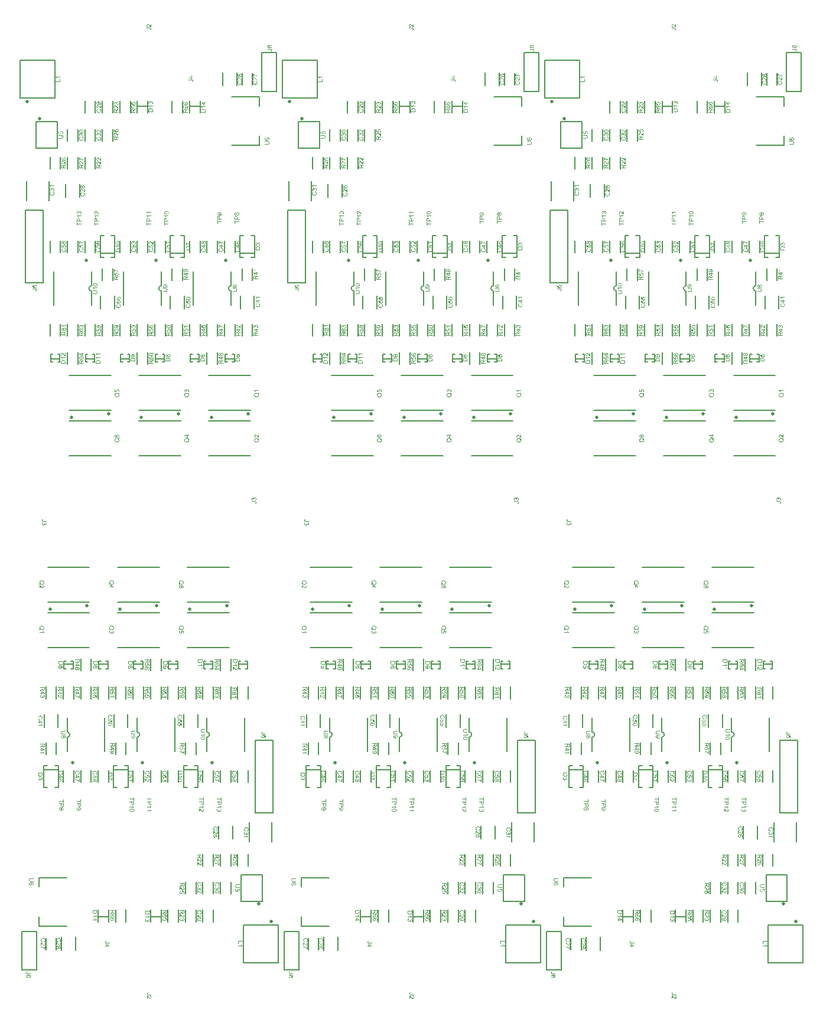
<source format=gto>
%FSLAX25Y25*%
%MOIN*%
G70*
G01*
G75*
G04 Layer_Color=65535*
%ADD10C,0.03937*%
%ADD11R,0.02165X0.02854*%
%ADD12R,0.02165X0.02510*%
%ADD13R,0.04921X0.02559*%
%ADD14R,0.02362X0.05512*%
%ADD15R,0.03937X0.04331*%
%ADD16R,0.01181X0.02559*%
%ADD17R,0.05906X0.05118*%
%ADD18R,0.02559X0.03819*%
%ADD19R,0.08661X0.04724*%
%ADD20R,0.08661X0.13780*%
%ADD21R,0.07874X0.11811*%
%ADD22R,0.15354X0.05709*%
%ADD23R,0.09646X0.05512*%
%ADD24R,0.01181X0.03150*%
%ADD25R,0.15748X0.15748*%
%ADD26R,0.10630X0.06299*%
%ADD27R,0.04724X0.15748*%
%ADD28C,0.00800*%
%ADD29C,0.01500*%
%ADD30C,0.02000*%
%ADD31R,0.15355X0.18110*%
%ADD32R,0.23622X0.23622*%
%ADD33R,0.03937X0.03937*%
%ADD34C,0.08032*%
%ADD35R,0.08032X0.08032*%
%ADD36C,0.02800*%
%ADD37C,0.02799*%
%ADD38R,0.12598X0.07087*%
%ADD39R,0.01969X0.02756*%
%ADD40R,0.04331X0.09134*%
%ADD41R,0.02953X0.05433*%
%ADD42R,0.08583X0.06378*%
%ADD43R,0.07480X0.01575*%
%ADD44R,0.04724X0.01181*%
%ADD45R,0.01181X0.04724*%
%ADD46R,0.09843X0.06693*%
%ADD47R,0.01772X0.01969*%
%ADD48R,0.07992X0.07165*%
%ADD49C,0.00500*%
%ADD50C,0.01969*%
G36*
X123397Y147098D02*
X123393Y147067D01*
X123389Y147032D01*
X123385Y146994D01*
X123374Y146952D01*
X123351Y146860D01*
X123316Y146764D01*
X123293Y146714D01*
X123266Y146668D01*
X123232Y146625D01*
X123197Y146583D01*
X123193Y146579D01*
X123189Y146575D01*
X123178Y146564D01*
X123162Y146548D01*
X123139Y146533D01*
X123116Y146514D01*
X123059Y146476D01*
X122986Y146437D01*
X122901Y146403D01*
X122805Y146376D01*
X122752Y146372D01*
X122698Y146368D01*
X122690D01*
X122671D01*
X122640Y146372D01*
X122602Y146376D01*
X122556Y146383D01*
X122506Y146395D01*
X122452Y146410D01*
X122398Y146433D01*
X122391Y146437D01*
X122371Y146445D01*
X122345Y146460D01*
X122306Y146483D01*
X122260Y146510D01*
X122206Y146545D01*
X122152Y146591D01*
X122091Y146641D01*
X122083Y146648D01*
X122060Y146668D01*
X122026Y146702D01*
X122003Y146725D01*
X121976Y146752D01*
X121945Y146783D01*
X121911Y146821D01*
X121876Y146860D01*
X121834Y146902D01*
X121792Y146948D01*
X121746Y147002D01*
X121699Y147055D01*
X121646Y147117D01*
X121642Y147121D01*
X121634Y147128D01*
X121623Y147144D01*
X121607Y147163D01*
X121569Y147209D01*
X121519Y147266D01*
X121465Y147324D01*
X121411Y147386D01*
X121365Y147435D01*
X121346Y147455D01*
X121327Y147474D01*
X121323Y147478D01*
X121312Y147485D01*
X121296Y147501D01*
X121273Y147520D01*
X121223Y147562D01*
X121162Y147604D01*
Y146364D01*
X120866D01*
Y148035D01*
X120870D01*
X120885D01*
X120908D01*
X120935Y148031D01*
X120966Y148027D01*
X121001Y148023D01*
X121039Y148012D01*
X121077Y148000D01*
X121081D01*
X121085Y147996D01*
X121108Y147988D01*
X121139Y147973D01*
X121185Y147950D01*
X121235Y147923D01*
X121292Y147885D01*
X121350Y147846D01*
X121411Y147796D01*
X121415D01*
X121419Y147789D01*
X121442Y147770D01*
X121477Y147739D01*
X121523Y147693D01*
X121576Y147635D01*
X121642Y147566D01*
X121715Y147482D01*
X121795Y147389D01*
X121799Y147386D01*
X121811Y147370D01*
X121826Y147351D01*
X121853Y147324D01*
X121880Y147290D01*
X121915Y147251D01*
X121987Y147167D01*
X122076Y147074D01*
X122164Y146982D01*
X122206Y146936D01*
X122249Y146898D01*
X122291Y146863D01*
X122329Y146833D01*
X122333D01*
X122337Y146825D01*
X122348Y146817D01*
X122364Y146809D01*
X122402Y146786D01*
X122452Y146760D01*
X122510Y146733D01*
X122571Y146710D01*
X122640Y146694D01*
X122705Y146687D01*
X122709D01*
X122713D01*
X122736Y146690D01*
X122771Y146694D01*
X122813Y146702D01*
X122863Y146721D01*
X122913Y146744D01*
X122967Y146775D01*
X123017Y146821D01*
X123020Y146829D01*
X123036Y146844D01*
X123055Y146875D01*
X123082Y146913D01*
X123105Y146963D01*
X123124Y147021D01*
X123139Y147090D01*
X123143Y147167D01*
Y147190D01*
X123139Y147205D01*
X123136Y147243D01*
X123128Y147293D01*
X123109Y147351D01*
X123086Y147412D01*
X123051Y147470D01*
X123005Y147524D01*
X122997Y147528D01*
X122982Y147543D01*
X122951Y147566D01*
X122909Y147589D01*
X122855Y147616D01*
X122794Y147635D01*
X122721Y147651D01*
X122636Y147658D01*
X122671Y147977D01*
X122675D01*
X122686D01*
X122705Y147973D01*
X122729Y147969D01*
X122759Y147962D01*
X122794Y147958D01*
X122871Y147935D01*
X122959Y147904D01*
X123047Y147862D01*
X123136Y147804D01*
X123174Y147773D01*
X123212Y147735D01*
X123216Y147731D01*
X123220Y147723D01*
X123232Y147712D01*
X123243Y147697D01*
X123255Y147674D01*
X123274Y147647D01*
X123289Y147616D01*
X123308Y147581D01*
X123324Y147543D01*
X123343Y147501D01*
X123358Y147451D01*
X123370Y147401D01*
X123393Y147286D01*
X123397Y147224D01*
X123400Y147159D01*
Y147124D01*
X123397Y147098D01*
D02*
G37*
G36*
X55287Y178069D02*
Y178050D01*
X55283Y178023D01*
X55275Y177962D01*
X55256Y177893D01*
X55233Y177820D01*
X55202Y177739D01*
X55156Y177662D01*
Y177658D01*
X55148Y177655D01*
X55141Y177643D01*
X55133Y177628D01*
X55102Y177593D01*
X55060Y177547D01*
X55002Y177497D01*
X54941Y177443D01*
X54864Y177393D01*
X54776Y177351D01*
X54772D01*
X54764Y177347D01*
X54749Y177340D01*
X54730Y177336D01*
X54707Y177324D01*
X54676Y177317D01*
X54637Y177309D01*
X54595Y177297D01*
X54549Y177286D01*
X54495Y177278D01*
X54438Y177267D01*
X54376Y177259D01*
X54307Y177255D01*
X54234Y177248D01*
X54154Y177244D01*
X54069D01*
X54065D01*
X54046D01*
X54023D01*
X53988D01*
X53950Y177248D01*
X53900D01*
X53850Y177251D01*
X53793Y177255D01*
X53670Y177271D01*
X53539Y177290D01*
X53412Y177317D01*
X53355Y177332D01*
X53297Y177351D01*
X53294D01*
X53286Y177355D01*
X53271Y177363D01*
X53251Y177371D01*
X53224Y177382D01*
X53197Y177393D01*
X53136Y177428D01*
X53063Y177474D01*
X52990Y177528D01*
X52921Y177589D01*
X52860Y177662D01*
Y177666D01*
X52852Y177670D01*
X52848Y177682D01*
X52837Y177701D01*
X52825Y177720D01*
X52814Y177743D01*
X52787Y177801D01*
X52760Y177874D01*
X52737Y177954D01*
X52721Y178050D01*
X52714Y178150D01*
Y178177D01*
X52718Y178200D01*
Y178223D01*
X52721Y178254D01*
X52733Y178323D01*
X52752Y178400D01*
X52783Y178480D01*
X52821Y178557D01*
X52875Y178634D01*
X52879Y178638D01*
X52883Y178641D01*
X52906Y178665D01*
X52944Y178695D01*
X52994Y178734D01*
X53059Y178772D01*
X53140Y178807D01*
X53232Y178837D01*
X53340Y178857D01*
X53363Y178561D01*
X53359D01*
X53355D01*
X53343Y178557D01*
X53328Y178553D01*
X53290Y178545D01*
X53247Y178530D01*
X53197Y178511D01*
X53148Y178488D01*
X53098Y178457D01*
X53059Y178419D01*
X53055Y178415D01*
X53044Y178400D01*
X53029Y178376D01*
X53013Y178342D01*
X52998Y178304D01*
X52982Y178258D01*
X52971Y178204D01*
X52967Y178142D01*
Y178119D01*
X52971Y178092D01*
X52975Y178058D01*
X52982Y178019D01*
X52994Y177977D01*
X53009Y177935D01*
X53032Y177893D01*
X53036Y177889D01*
X53044Y177874D01*
X53059Y177854D01*
X53079Y177831D01*
X53101Y177801D01*
X53132Y177774D01*
X53167Y177743D01*
X53205Y177716D01*
X53209Y177712D01*
X53224Y177705D01*
X53251Y177693D01*
X53286Y177674D01*
X53328Y177658D01*
X53378Y177639D01*
X53436Y177620D01*
X53501Y177601D01*
X53505D01*
X53509Y177597D01*
X53520D01*
X53532Y177593D01*
X53570Y177585D01*
X53620Y177578D01*
X53677Y177570D01*
X53739Y177562D01*
X53808Y177555D01*
X53881D01*
X53885D01*
X53896D01*
X53916D01*
X53943D01*
X53935Y177559D01*
X53919Y177574D01*
X53889Y177593D01*
X53858Y177624D01*
X53820Y177658D01*
X53777Y177705D01*
X53739Y177754D01*
X53701Y177812D01*
X53697Y177820D01*
X53685Y177839D01*
X53674Y177874D01*
X53658Y177916D01*
X53639Y177966D01*
X53628Y178023D01*
X53616Y178089D01*
X53612Y178158D01*
Y178188D01*
X53616Y178211D01*
X53620Y178238D01*
X53624Y178269D01*
X53639Y178342D01*
X53666Y178427D01*
X53685Y178469D01*
X53708Y178515D01*
X53735Y178557D01*
X53766Y178603D01*
X53800Y178645D01*
X53839Y178688D01*
X53843Y178691D01*
X53850Y178695D01*
X53862Y178707D01*
X53881Y178722D01*
X53904Y178737D01*
X53931Y178757D01*
X53962Y178776D01*
X54000Y178795D01*
X54039Y178814D01*
X54085Y178833D01*
X54135Y178853D01*
X54188Y178868D01*
X54246Y178883D01*
X54303Y178895D01*
X54369Y178899D01*
X54438Y178903D01*
X54442D01*
X54453D01*
X54476D01*
X54503Y178899D01*
X54534Y178895D01*
X54572Y178891D01*
X54615Y178883D01*
X54661Y178876D01*
X54757Y178849D01*
X54810Y178830D01*
X54860Y178807D01*
X54914Y178784D01*
X54964Y178753D01*
X55010Y178718D01*
X55056Y178680D01*
X55060Y178676D01*
X55068Y178668D01*
X55079Y178657D01*
X55094Y178638D01*
X55110Y178619D01*
X55129Y178592D01*
X55152Y178561D01*
X55175Y178523D01*
X55194Y178484D01*
X55217Y178442D01*
X55256Y178346D01*
X55267Y178292D01*
X55279Y178235D01*
X55287Y178173D01*
X55290Y178112D01*
Y178089D01*
X55287Y178069D01*
D02*
G37*
G36*
X113191Y305827D02*
Y305796D01*
X113187Y305758D01*
X113180Y305720D01*
X113176Y305674D01*
X113153Y305577D01*
X113122Y305470D01*
X113084Y305362D01*
X113057Y305309D01*
X113026Y305255D01*
Y305251D01*
X113018Y305243D01*
X113011Y305228D01*
X112995Y305209D01*
X112980Y305186D01*
X112957Y305159D01*
X112907Y305098D01*
X112842Y305028D01*
X112761Y304955D01*
X112669Y304890D01*
X112561Y304829D01*
X112558D01*
X112550Y304821D01*
X112531Y304813D01*
X112508Y304806D01*
X112481Y304794D01*
X112450Y304783D01*
X112412Y304767D01*
X112366Y304752D01*
X112320Y304740D01*
X112266Y304725D01*
X112154Y304702D01*
X112028Y304687D01*
X111889Y304679D01*
X111886D01*
X111874D01*
X111859D01*
X111836D01*
X111809Y304683D01*
X111778D01*
X111743Y304687D01*
X111701Y304690D01*
X111617Y304702D01*
X111521Y304721D01*
X111425Y304744D01*
X111329Y304775D01*
X111325D01*
X111317Y304779D01*
X111306Y304786D01*
X111287Y304794D01*
X111267Y304802D01*
X111240Y304817D01*
X111183Y304848D01*
X111118Y304886D01*
X111045Y304936D01*
X110972Y304994D01*
X110899Y305063D01*
Y305059D01*
X110891Y305051D01*
X110883Y305040D01*
X110872Y305025D01*
X110860Y305001D01*
X110845Y304978D01*
X110810Y304921D01*
X110772Y304856D01*
X110734Y304783D01*
X110695Y304706D01*
X110664Y304629D01*
X110438Y304733D01*
Y304736D01*
X110442Y304744D01*
X110449Y304760D01*
X110457Y304779D01*
X110465Y304802D01*
X110480Y304833D01*
X110495Y304863D01*
X110511Y304902D01*
X110553Y304982D01*
X110607Y305074D01*
X110668Y305174D01*
X110741Y305274D01*
Y305278D01*
X110734Y305286D01*
X110726Y305301D01*
X110718Y305324D01*
X110707Y305351D01*
X110691Y305382D01*
X110680Y305416D01*
X110664Y305455D01*
X110649Y305501D01*
X110638Y305547D01*
X110611Y305654D01*
X110595Y305769D01*
X110588Y305892D01*
Y305927D01*
X110591Y305950D01*
Y305981D01*
X110595Y306015D01*
X110603Y306054D01*
X110607Y306096D01*
X110626Y306192D01*
X110657Y306296D01*
X110695Y306403D01*
X110749Y306511D01*
X110753Y306514D01*
X110757Y306522D01*
X110768Y306538D01*
X110780Y306557D01*
X110795Y306580D01*
X110818Y306607D01*
X110868Y306668D01*
X110933Y306737D01*
X111014Y306806D01*
X111106Y306875D01*
X111214Y306937D01*
X111217D01*
X111229Y306944D01*
X111244Y306952D01*
X111267Y306960D01*
X111294Y306971D01*
X111329Y306983D01*
X111367Y306998D01*
X111409Y307010D01*
X111459Y307025D01*
X111509Y307041D01*
X111625Y307064D01*
X111751Y307079D01*
X111889Y307087D01*
X111893D01*
X111905D01*
X111928D01*
X111951Y307083D01*
X111985D01*
X112024Y307079D01*
X112066Y307075D01*
X112112Y307067D01*
X112220Y307048D01*
X112331Y307025D01*
X112450Y306987D01*
X112565Y306937D01*
X112569D01*
X112581Y306929D01*
X112596Y306922D01*
X112615Y306910D01*
X112642Y306895D01*
X112673Y306875D01*
X112738Y306825D01*
X112815Y306764D01*
X112892Y306691D01*
X112969Y306607D01*
X113034Y306507D01*
X113038Y306503D01*
X113041Y306495D01*
X113049Y306480D01*
X113061Y306457D01*
X113072Y306430D01*
X113084Y306399D01*
X113099Y306365D01*
X113114Y306322D01*
X113130Y306280D01*
X113145Y306230D01*
X113168Y306127D01*
X113187Y306008D01*
X113195Y305885D01*
Y305850D01*
X113191Y305827D01*
D02*
G37*
G36*
X123397Y149056D02*
X123393Y149025D01*
X123389Y148991D01*
X123385Y148952D01*
X123374Y148910D01*
X123351Y148818D01*
X123316Y148722D01*
X123293Y148672D01*
X123266Y148626D01*
X123232Y148584D01*
X123197Y148541D01*
X123193Y148538D01*
X123189Y148534D01*
X123178Y148522D01*
X123162Y148507D01*
X123139Y148492D01*
X123116Y148472D01*
X123059Y148434D01*
X122986Y148396D01*
X122901Y148361D01*
X122805Y148334D01*
X122752Y148330D01*
X122698Y148326D01*
X122690D01*
X122671D01*
X122640Y148330D01*
X122602Y148334D01*
X122556Y148342D01*
X122506Y148353D01*
X122452Y148369D01*
X122398Y148392D01*
X122391Y148396D01*
X122371Y148403D01*
X122345Y148418D01*
X122306Y148442D01*
X122260Y148468D01*
X122206Y148503D01*
X122152Y148549D01*
X122091Y148599D01*
X122083Y148607D01*
X122060Y148626D01*
X122026Y148660D01*
X122003Y148684D01*
X121976Y148710D01*
X121945Y148741D01*
X121911Y148779D01*
X121876Y148818D01*
X121834Y148860D01*
X121792Y148906D01*
X121746Y148960D01*
X121699Y149014D01*
X121646Y149075D01*
X121642Y149079D01*
X121634Y149087D01*
X121623Y149102D01*
X121607Y149121D01*
X121569Y149167D01*
X121519Y149225D01*
X121465Y149283D01*
X121411Y149344D01*
X121365Y149394D01*
X121346Y149413D01*
X121327Y149432D01*
X121323Y149436D01*
X121312Y149444D01*
X121296Y149459D01*
X121273Y149478D01*
X121223Y149521D01*
X121162Y149563D01*
Y148322D01*
X120866D01*
Y149993D01*
X120870D01*
X120885D01*
X120908D01*
X120935Y149989D01*
X120966Y149985D01*
X121001Y149981D01*
X121039Y149970D01*
X121077Y149958D01*
X121081D01*
X121085Y149954D01*
X121108Y149947D01*
X121139Y149932D01*
X121185Y149908D01*
X121235Y149881D01*
X121292Y149843D01*
X121350Y149805D01*
X121411Y149755D01*
X121415D01*
X121419Y149747D01*
X121442Y149728D01*
X121477Y149697D01*
X121523Y149651D01*
X121576Y149594D01*
X121642Y149524D01*
X121715Y149440D01*
X121795Y149348D01*
X121799Y149344D01*
X121811Y149329D01*
X121826Y149309D01*
X121853Y149283D01*
X121880Y149248D01*
X121915Y149209D01*
X121987Y149125D01*
X122076Y149033D01*
X122164Y148941D01*
X122206Y148895D01*
X122249Y148856D01*
X122291Y148822D01*
X122329Y148791D01*
X122333D01*
X122337Y148783D01*
X122348Y148776D01*
X122364Y148768D01*
X122402Y148745D01*
X122452Y148718D01*
X122510Y148691D01*
X122571Y148668D01*
X122640Y148653D01*
X122705Y148645D01*
X122709D01*
X122713D01*
X122736Y148649D01*
X122771Y148653D01*
X122813Y148660D01*
X122863Y148680D01*
X122913Y148703D01*
X122967Y148733D01*
X123017Y148779D01*
X123020Y148787D01*
X123036Y148802D01*
X123055Y148833D01*
X123082Y148872D01*
X123105Y148922D01*
X123124Y148979D01*
X123139Y149048D01*
X123143Y149125D01*
Y149148D01*
X123139Y149163D01*
X123136Y149202D01*
X123128Y149252D01*
X123109Y149309D01*
X123086Y149371D01*
X123051Y149428D01*
X123005Y149482D01*
X122997Y149486D01*
X122982Y149501D01*
X122951Y149524D01*
X122909Y149548D01*
X122855Y149574D01*
X122794Y149594D01*
X122721Y149609D01*
X122636Y149617D01*
X122671Y149935D01*
X122675D01*
X122686D01*
X122705Y149932D01*
X122729Y149928D01*
X122759Y149920D01*
X122794Y149916D01*
X122871Y149893D01*
X122959Y149862D01*
X123047Y149820D01*
X123136Y149762D01*
X123174Y149732D01*
X123212Y149693D01*
X123216Y149690D01*
X123220Y149682D01*
X123232Y149670D01*
X123243Y149655D01*
X123255Y149632D01*
X123274Y149605D01*
X123289Y149574D01*
X123308Y149540D01*
X123324Y149501D01*
X123343Y149459D01*
X123358Y149409D01*
X123370Y149359D01*
X123393Y149244D01*
X123397Y149183D01*
X123400Y149117D01*
Y149083D01*
X123397Y149056D01*
D02*
G37*
G36*
X113554Y132914D02*
X113550Y132884D01*
X113547Y132849D01*
X113543Y132810D01*
X113531Y132768D01*
X113508Y132676D01*
X113474Y132580D01*
X113451Y132530D01*
X113424Y132484D01*
X113389Y132442D01*
X113355Y132400D01*
X113351Y132396D01*
X113347Y132392D01*
X113335Y132380D01*
X113320Y132365D01*
X113297Y132350D01*
X113274Y132331D01*
X113216Y132292D01*
X113143Y132254D01*
X113059Y132219D01*
X112963Y132192D01*
X112909Y132188D01*
X112855Y132185D01*
X112848D01*
X112828D01*
X112798Y132188D01*
X112759Y132192D01*
X112713Y132200D01*
X112663Y132211D01*
X112610Y132227D01*
X112556Y132250D01*
X112548Y132254D01*
X112529Y132261D01*
X112502Y132277D01*
X112464Y132300D01*
X112418Y132327D01*
X112364Y132361D01*
X112310Y132407D01*
X112249Y132457D01*
X112241Y132465D01*
X112218Y132484D01*
X112183Y132519D01*
X112160Y132542D01*
X112133Y132569D01*
X112103Y132599D01*
X112068Y132638D01*
X112033Y132676D01*
X111991Y132718D01*
X111949Y132764D01*
X111903Y132818D01*
X111857Y132872D01*
X111803Y132933D01*
X111799Y132937D01*
X111792Y132945D01*
X111780Y132960D01*
X111765Y132980D01*
X111726Y133026D01*
X111676Y133083D01*
X111623Y133141D01*
X111569Y133202D01*
X111523Y133252D01*
X111504Y133271D01*
X111484Y133291D01*
X111481Y133294D01*
X111469Y133302D01*
X111454Y133317D01*
X111431Y133337D01*
X111381Y133379D01*
X111319Y133421D01*
Y132181D01*
X111024D01*
Y133851D01*
X111028D01*
X111043D01*
X111066D01*
X111093Y133847D01*
X111124Y133844D01*
X111158Y133840D01*
X111196Y133828D01*
X111235Y133817D01*
X111239D01*
X111242Y133813D01*
X111266Y133805D01*
X111296Y133790D01*
X111342Y133767D01*
X111392Y133740D01*
X111450Y133701D01*
X111507Y133663D01*
X111569Y133613D01*
X111573D01*
X111577Y133605D01*
X111600Y133586D01*
X111634Y133555D01*
X111680Y133509D01*
X111734Y133452D01*
X111799Y133383D01*
X111872Y133298D01*
X111953Y133206D01*
X111957Y133202D01*
X111968Y133187D01*
X111984Y133168D01*
X112011Y133141D01*
X112037Y133106D01*
X112072Y133068D01*
X112145Y132983D01*
X112233Y132891D01*
X112322Y132799D01*
X112364Y132753D01*
X112406Y132714D01*
X112448Y132680D01*
X112487Y132649D01*
X112490D01*
X112494Y132642D01*
X112506Y132634D01*
X112521Y132626D01*
X112560Y132603D01*
X112610Y132576D01*
X112667Y132549D01*
X112729Y132526D01*
X112798Y132511D01*
X112863Y132503D01*
X112867D01*
X112871D01*
X112894Y132507D01*
X112928Y132511D01*
X112970Y132519D01*
X113020Y132538D01*
X113070Y132561D01*
X113124Y132592D01*
X113174Y132638D01*
X113178Y132645D01*
X113193Y132661D01*
X113212Y132692D01*
X113239Y132730D01*
X113262Y132780D01*
X113282Y132837D01*
X113297Y132906D01*
X113301Y132983D01*
Y133006D01*
X113297Y133022D01*
X113293Y133060D01*
X113285Y133110D01*
X113266Y133168D01*
X113243Y133229D01*
X113209Y133287D01*
X113163Y133341D01*
X113155Y133344D01*
X113139Y133360D01*
X113109Y133383D01*
X113066Y133406D01*
X113013Y133433D01*
X112951Y133452D01*
X112878Y133467D01*
X112794Y133475D01*
X112828Y133794D01*
X112832D01*
X112844D01*
X112863Y133790D01*
X112886Y133786D01*
X112917Y133778D01*
X112951Y133774D01*
X113028Y133751D01*
X113116Y133721D01*
X113205Y133678D01*
X113293Y133621D01*
X113331Y133590D01*
X113370Y133552D01*
X113374Y133548D01*
X113377Y133540D01*
X113389Y133529D01*
X113401Y133513D01*
X113412Y133490D01*
X113431Y133463D01*
X113447Y133433D01*
X113466Y133398D01*
X113481Y133360D01*
X113500Y133317D01*
X113516Y133267D01*
X113527Y133218D01*
X113550Y133102D01*
X113554Y133041D01*
X113558Y132976D01*
Y132941D01*
X113554Y132914D01*
D02*
G37*
G36*
X113212Y130299D02*
Y131305D01*
X112533Y131444D01*
X112537Y131440D01*
X112540Y131432D01*
X112548Y131421D01*
X112560Y131405D01*
X112571Y131382D01*
X112583Y131359D01*
X112613Y131298D01*
X112644Y131228D01*
X112667Y131148D01*
X112686Y131060D01*
X112694Y130967D01*
Y130937D01*
X112690Y130914D01*
X112686Y130883D01*
X112682Y130852D01*
X112675Y130814D01*
X112667Y130775D01*
X112636Y130687D01*
X112621Y130641D01*
X112598Y130595D01*
X112571Y130545D01*
X112540Y130499D01*
X112506Y130453D01*
X112464Y130411D01*
X112460Y130407D01*
X112452Y130399D01*
X112441Y130387D01*
X112421Y130376D01*
X112398Y130357D01*
X112372Y130338D01*
X112341Y130318D01*
X112306Y130295D01*
X112264Y130272D01*
X112222Y130253D01*
X112172Y130234D01*
X112122Y130215D01*
X112064Y130203D01*
X112007Y130192D01*
X111941Y130184D01*
X111876Y130180D01*
X111872D01*
X111861D01*
X111842D01*
X111819Y130184D01*
X111788Y130188D01*
X111753Y130192D01*
X111715Y130195D01*
X111673Y130203D01*
X111580Y130230D01*
X111484Y130265D01*
X111431Y130288D01*
X111381Y130315D01*
X111331Y130345D01*
X111285Y130380D01*
X111281Y130384D01*
X111273Y130391D01*
X111258Y130407D01*
X111239Y130426D01*
X111216Y130449D01*
X111189Y130480D01*
X111162Y130514D01*
X111135Y130556D01*
X111104Y130599D01*
X111077Y130649D01*
X111050Y130706D01*
X111028Y130764D01*
X111008Y130829D01*
X110993Y130894D01*
X110985Y130967D01*
X110981Y131044D01*
Y131079D01*
X110985Y131102D01*
X110989Y131129D01*
X110993Y131163D01*
X110997Y131202D01*
X111004Y131244D01*
X111028Y131332D01*
X111062Y131424D01*
X111085Y131470D01*
X111112Y131517D01*
X111139Y131562D01*
X111173Y131605D01*
X111177Y131609D01*
X111181Y131612D01*
X111193Y131624D01*
X111208Y131639D01*
X111227Y131655D01*
X111250Y131674D01*
X111277Y131693D01*
X111308Y131716D01*
X111381Y131758D01*
X111469Y131801D01*
X111569Y131831D01*
X111627Y131843D01*
X111684Y131851D01*
X111707Y131524D01*
X111703D01*
X111696D01*
X111684Y131520D01*
X111669Y131517D01*
X111627Y131505D01*
X111573Y131490D01*
X111515Y131470D01*
X111458Y131440D01*
X111400Y131405D01*
X111350Y131359D01*
X111346Y131351D01*
X111331Y131336D01*
X111316Y131309D01*
X111292Y131271D01*
X111273Y131225D01*
X111254Y131171D01*
X111239Y131109D01*
X111235Y131044D01*
Y131021D01*
X111239Y131006D01*
X111242Y130964D01*
X111254Y130910D01*
X111277Y130852D01*
X111304Y130787D01*
X111346Y130725D01*
X111369Y130695D01*
X111400Y130664D01*
X111404D01*
X111408Y130656D01*
X111431Y130641D01*
X111469Y130614D01*
X111519Y130587D01*
X111584Y130560D01*
X111661Y130533D01*
X111749Y130518D01*
X111849Y130510D01*
X111853D01*
X111861D01*
X111876D01*
X111891Y130514D01*
X111915D01*
X111941Y130518D01*
X112003Y130530D01*
X112068Y130545D01*
X112137Y130572D01*
X112206Y130610D01*
X112268Y130660D01*
X112276Y130668D01*
X112291Y130687D01*
X112318Y130718D01*
X112345Y130764D01*
X112372Y130818D01*
X112398Y130887D01*
X112414Y130964D01*
X112421Y131048D01*
Y131075D01*
X112418Y131102D01*
X112414Y131140D01*
X112402Y131182D01*
X112391Y131228D01*
X112372Y131274D01*
X112348Y131321D01*
X112345Y131325D01*
X112337Y131340D01*
X112322Y131363D01*
X112302Y131390D01*
X112276Y131417D01*
X112245Y131447D01*
X112210Y131478D01*
X112172Y131505D01*
X112214Y131797D01*
X113508Y131551D01*
Y130299D01*
X113212D01*
D02*
G37*
G36*
X123385Y151160D02*
Y151129D01*
X123381Y151053D01*
X123374Y150972D01*
X123358Y150888D01*
X123343Y150807D01*
X123331Y150769D01*
X123320Y150734D01*
Y150730D01*
X123316Y150726D01*
X123308Y150703D01*
X123289Y150673D01*
X123262Y150634D01*
X123232Y150588D01*
X123189Y150542D01*
X123139Y150496D01*
X123078Y150454D01*
X123070Y150450D01*
X123047Y150438D01*
X123013Y150419D01*
X122967Y150400D01*
X122909Y150381D01*
X122844Y150362D01*
X122775Y150350D01*
X122698Y150346D01*
X122694D01*
X122686D01*
X122671D01*
X122652Y150350D01*
X122629D01*
X122602Y150354D01*
X122540Y150369D01*
X122467Y150388D01*
X122395Y150419D01*
X122318Y150465D01*
X122279Y150492D01*
X122245Y150523D01*
X122237Y150531D01*
X122229Y150542D01*
X122214Y150554D01*
X122203Y150573D01*
X122183Y150596D01*
X122168Y150623D01*
X122149Y150653D01*
X122129Y150688D01*
X122110Y150730D01*
X122091Y150772D01*
X122072Y150822D01*
X122053Y150872D01*
X122037Y150930D01*
X122026Y150991D01*
X122014Y151057D01*
X122011Y151049D01*
X122003Y151033D01*
X121991Y151011D01*
X121976Y150984D01*
X121934Y150918D01*
X121911Y150884D01*
X121888Y150857D01*
X121880Y150849D01*
X121865Y150830D01*
X121834Y150803D01*
X121795Y150769D01*
X121746Y150726D01*
X121688Y150680D01*
X121623Y150630D01*
X121550Y150580D01*
X120866Y150143D01*
Y150561D01*
X121388Y150895D01*
X121392D01*
X121400Y150903D01*
X121411Y150911D01*
X121427Y150918D01*
X121465Y150945D01*
X121515Y150980D01*
X121573Y151018D01*
X121630Y151060D01*
X121684Y151099D01*
X121734Y151137D01*
X121738Y151141D01*
X121753Y151153D01*
X121776Y151172D01*
X121803Y151191D01*
X121857Y151249D01*
X121884Y151276D01*
X121903Y151306D01*
X121907Y151310D01*
X121911Y151318D01*
X121918Y151333D01*
X121930Y151352D01*
X121953Y151398D01*
X121972Y151456D01*
Y151460D01*
X121976Y151468D01*
Y151483D01*
X121980Y151502D01*
X121984Y151529D01*
Y151560D01*
X121987Y151598D01*
Y152028D01*
X120866D01*
Y152362D01*
X123389D01*
Y151191D01*
X123385Y151160D01*
D02*
G37*
G36*
X112819Y277211D02*
Y278217D01*
X112139Y278355D01*
X112143Y278351D01*
X112147Y278343D01*
X112154Y278332D01*
X112166Y278316D01*
X112177Y278293D01*
X112189Y278270D01*
X112220Y278209D01*
X112250Y278140D01*
X112273Y278059D01*
X112293Y277971D01*
X112300Y277879D01*
Y277848D01*
X112296Y277825D01*
X112293Y277794D01*
X112289Y277764D01*
X112281Y277725D01*
X112273Y277687D01*
X112243Y277599D01*
X112227Y277552D01*
X112204Y277506D01*
X112177Y277456D01*
X112147Y277410D01*
X112112Y277364D01*
X112070Y277322D01*
X112066Y277318D01*
X112058Y277310D01*
X112047Y277299D01*
X112028Y277287D01*
X112005Y277268D01*
X111978Y277249D01*
X111947Y277230D01*
X111913Y277207D01*
X111870Y277184D01*
X111828Y277165D01*
X111778Y277145D01*
X111728Y277126D01*
X111671Y277115D01*
X111613Y277103D01*
X111548Y277095D01*
X111482Y277092D01*
X111479D01*
X111467D01*
X111448D01*
X111425Y277095D01*
X111394Y277099D01*
X111360Y277103D01*
X111321Y277107D01*
X111279Y277115D01*
X111187Y277141D01*
X111091Y277176D01*
X111037Y277199D01*
X110987Y277226D01*
X110937Y277257D01*
X110891Y277291D01*
X110887Y277295D01*
X110880Y277303D01*
X110864Y277318D01*
X110845Y277337D01*
X110822Y277360D01*
X110795Y277391D01*
X110768Y277426D01*
X110741Y277468D01*
X110711Y277510D01*
X110684Y277560D01*
X110657Y277618D01*
X110634Y277675D01*
X110615Y277741D01*
X110599Y277806D01*
X110591Y277879D01*
X110588Y277956D01*
Y277990D01*
X110591Y278013D01*
X110595Y278040D01*
X110599Y278075D01*
X110603Y278113D01*
X110611Y278155D01*
X110634Y278244D01*
X110668Y278336D01*
X110691Y278382D01*
X110718Y278428D01*
X110745Y278474D01*
X110780Y278516D01*
X110784Y278520D01*
X110787Y278524D01*
X110799Y278535D01*
X110814Y278551D01*
X110833Y278566D01*
X110856Y278585D01*
X110883Y278605D01*
X110914Y278628D01*
X110987Y278670D01*
X111075Y278712D01*
X111175Y278743D01*
X111233Y278754D01*
X111290Y278762D01*
X111313Y278436D01*
X111310D01*
X111302D01*
X111290Y278432D01*
X111275Y278428D01*
X111233Y278416D01*
X111179Y278401D01*
X111121Y278382D01*
X111064Y278351D01*
X111006Y278316D01*
X110956Y278270D01*
X110952Y278263D01*
X110937Y278247D01*
X110922Y278221D01*
X110899Y278182D01*
X110880Y278136D01*
X110860Y278082D01*
X110845Y278021D01*
X110841Y277956D01*
Y277933D01*
X110845Y277917D01*
X110849Y277875D01*
X110860Y277821D01*
X110883Y277764D01*
X110910Y277698D01*
X110952Y277637D01*
X110976Y277606D01*
X111006Y277575D01*
X111010D01*
X111014Y277568D01*
X111037Y277552D01*
X111075Y277525D01*
X111125Y277499D01*
X111191Y277472D01*
X111267Y277445D01*
X111356Y277430D01*
X111456Y277422D01*
X111459D01*
X111467D01*
X111482D01*
X111498Y277426D01*
X111521D01*
X111548Y277430D01*
X111609Y277441D01*
X111674Y277456D01*
X111743Y277483D01*
X111813Y277522D01*
X111874Y277572D01*
X111882Y277579D01*
X111897Y277599D01*
X111924Y277629D01*
X111951Y277675D01*
X111978Y277729D01*
X112005Y277798D01*
X112020Y277875D01*
X112028Y277959D01*
Y277986D01*
X112024Y278013D01*
X112020Y278052D01*
X112009Y278094D01*
X111997Y278140D01*
X111978Y278186D01*
X111955Y278232D01*
X111951Y278236D01*
X111943Y278251D01*
X111928Y278274D01*
X111909Y278301D01*
X111882Y278328D01*
X111851Y278359D01*
X111817Y278390D01*
X111778Y278416D01*
X111820Y278708D01*
X113114Y278462D01*
Y277211D01*
X112819D01*
D02*
G37*
G36*
X73821Y305827D02*
Y305796D01*
X73817Y305758D01*
X73810Y305720D01*
X73806Y305674D01*
X73783Y305577D01*
X73752Y305470D01*
X73714Y305362D01*
X73687Y305309D01*
X73656Y305255D01*
Y305251D01*
X73648Y305243D01*
X73641Y305228D01*
X73625Y305209D01*
X73610Y305186D01*
X73587Y305159D01*
X73537Y305098D01*
X73472Y305028D01*
X73391Y304955D01*
X73299Y304890D01*
X73191Y304829D01*
X73188D01*
X73180Y304821D01*
X73161Y304813D01*
X73138Y304806D01*
X73111Y304794D01*
X73080Y304783D01*
X73042Y304767D01*
X72996Y304752D01*
X72949Y304740D01*
X72896Y304725D01*
X72784Y304702D01*
X72658Y304687D01*
X72519Y304679D01*
X72515D01*
X72504D01*
X72489D01*
X72466D01*
X72439Y304683D01*
X72408D01*
X72373Y304687D01*
X72331Y304690D01*
X72247Y304702D01*
X72151Y304721D01*
X72055Y304744D01*
X71959Y304775D01*
X71955D01*
X71947Y304779D01*
X71936Y304786D01*
X71917Y304794D01*
X71897Y304802D01*
X71870Y304817D01*
X71813Y304848D01*
X71747Y304886D01*
X71675Y304936D01*
X71602Y304994D01*
X71529Y305063D01*
Y305059D01*
X71521Y305051D01*
X71513Y305040D01*
X71502Y305025D01*
X71490Y305001D01*
X71475Y304978D01*
X71440Y304921D01*
X71402Y304856D01*
X71364Y304783D01*
X71325Y304706D01*
X71294Y304629D01*
X71068Y304733D01*
Y304736D01*
X71072Y304744D01*
X71079Y304760D01*
X71087Y304779D01*
X71095Y304802D01*
X71110Y304833D01*
X71125Y304863D01*
X71141Y304902D01*
X71183Y304982D01*
X71237Y305074D01*
X71298Y305174D01*
X71371Y305274D01*
Y305278D01*
X71364Y305286D01*
X71356Y305301D01*
X71348Y305324D01*
X71337Y305351D01*
X71321Y305382D01*
X71310Y305416D01*
X71294Y305455D01*
X71279Y305501D01*
X71267Y305547D01*
X71241Y305654D01*
X71225Y305769D01*
X71218Y305892D01*
Y305927D01*
X71221Y305950D01*
Y305981D01*
X71225Y306015D01*
X71233Y306054D01*
X71237Y306096D01*
X71256Y306192D01*
X71287Y306296D01*
X71325Y306403D01*
X71379Y306511D01*
X71383Y306514D01*
X71387Y306522D01*
X71398Y306538D01*
X71410Y306557D01*
X71425Y306580D01*
X71448Y306607D01*
X71498Y306668D01*
X71563Y306737D01*
X71644Y306806D01*
X71736Y306875D01*
X71843Y306937D01*
X71847D01*
X71859Y306944D01*
X71874Y306952D01*
X71897Y306960D01*
X71924Y306971D01*
X71959Y306983D01*
X71997Y306998D01*
X72039Y307010D01*
X72089Y307025D01*
X72139Y307041D01*
X72254Y307064D01*
X72381Y307079D01*
X72519Y307087D01*
X72523D01*
X72535D01*
X72558D01*
X72581Y307083D01*
X72615D01*
X72654Y307079D01*
X72696Y307075D01*
X72742Y307067D01*
X72850Y307048D01*
X72961Y307025D01*
X73080Y306987D01*
X73195Y306937D01*
X73199D01*
X73211Y306929D01*
X73226Y306922D01*
X73245Y306910D01*
X73272Y306895D01*
X73303Y306875D01*
X73368Y306825D01*
X73445Y306764D01*
X73522Y306691D01*
X73598Y306607D01*
X73664Y306507D01*
X73668Y306503D01*
X73671Y306495D01*
X73679Y306480D01*
X73691Y306457D01*
X73702Y306430D01*
X73714Y306399D01*
X73729Y306365D01*
X73744Y306322D01*
X73760Y306280D01*
X73775Y306230D01*
X73798Y306127D01*
X73817Y306008D01*
X73825Y305885D01*
Y305850D01*
X73821Y305827D01*
D02*
G37*
G36*
X72147Y303051D02*
Y302709D01*
X71863D01*
Y303051D01*
X71260D01*
Y303362D01*
X71863D01*
Y304456D01*
X72147D01*
X73779Y303304D01*
Y303051D01*
X72147D01*
D02*
G37*
G36*
X113191Y280237D02*
Y280206D01*
X113187Y280167D01*
X113180Y280129D01*
X113176Y280083D01*
X113153Y279987D01*
X113122Y279879D01*
X113084Y279772D01*
X113057Y279718D01*
X113026Y279664D01*
Y279661D01*
X113018Y279653D01*
X113011Y279638D01*
X112995Y279618D01*
X112980Y279595D01*
X112957Y279568D01*
X112907Y279507D01*
X112842Y279438D01*
X112761Y279365D01*
X112669Y279300D01*
X112561Y279238D01*
X112558D01*
X112550Y279230D01*
X112531Y279223D01*
X112508Y279215D01*
X112481Y279204D01*
X112450Y279192D01*
X112412Y279177D01*
X112366Y279161D01*
X112320Y279150D01*
X112266Y279134D01*
X112154Y279111D01*
X112028Y279096D01*
X111889Y279088D01*
X111886D01*
X111874D01*
X111859D01*
X111836D01*
X111809Y279092D01*
X111778D01*
X111743Y279096D01*
X111701Y279100D01*
X111617Y279111D01*
X111521Y279131D01*
X111425Y279154D01*
X111329Y279184D01*
X111325D01*
X111317Y279188D01*
X111306Y279196D01*
X111287Y279204D01*
X111267Y279211D01*
X111240Y279227D01*
X111183Y279257D01*
X111118Y279296D01*
X111045Y279346D01*
X110972Y279403D01*
X110899Y279472D01*
Y279468D01*
X110891Y279461D01*
X110883Y279449D01*
X110872Y279434D01*
X110860Y279411D01*
X110845Y279388D01*
X110810Y279330D01*
X110772Y279265D01*
X110734Y279192D01*
X110695Y279115D01*
X110664Y279039D01*
X110438Y279142D01*
Y279146D01*
X110442Y279154D01*
X110449Y279169D01*
X110457Y279188D01*
X110465Y279211D01*
X110480Y279242D01*
X110495Y279273D01*
X110511Y279311D01*
X110553Y279392D01*
X110607Y279484D01*
X110668Y279584D01*
X110741Y279684D01*
Y279687D01*
X110734Y279695D01*
X110726Y279710D01*
X110718Y279733D01*
X110707Y279760D01*
X110691Y279791D01*
X110680Y279826D01*
X110664Y279864D01*
X110649Y279910D01*
X110638Y279956D01*
X110611Y280064D01*
X110595Y280179D01*
X110588Y280302D01*
Y280336D01*
X110591Y280359D01*
Y280390D01*
X110595Y280425D01*
X110603Y280463D01*
X110607Y280505D01*
X110626Y280601D01*
X110657Y280705D01*
X110695Y280813D01*
X110749Y280920D01*
X110753Y280924D01*
X110757Y280932D01*
X110768Y280947D01*
X110780Y280966D01*
X110795Y280989D01*
X110818Y281016D01*
X110868Y281078D01*
X110933Y281147D01*
X111014Y281216D01*
X111106Y281285D01*
X111214Y281346D01*
X111217D01*
X111229Y281354D01*
X111244Y281362D01*
X111267Y281369D01*
X111294Y281381D01*
X111329Y281392D01*
X111367Y281408D01*
X111409Y281419D01*
X111459Y281435D01*
X111509Y281450D01*
X111625Y281473D01*
X111751Y281488D01*
X111889Y281496D01*
X111893D01*
X111905D01*
X111928D01*
X111951Y281492D01*
X111985D01*
X112024Y281488D01*
X112066Y281485D01*
X112112Y281477D01*
X112220Y281458D01*
X112331Y281435D01*
X112450Y281396D01*
X112565Y281346D01*
X112569D01*
X112581Y281339D01*
X112596Y281331D01*
X112615Y281319D01*
X112642Y281304D01*
X112673Y281285D01*
X112738Y281235D01*
X112815Y281173D01*
X112892Y281101D01*
X112969Y281016D01*
X113034Y280916D01*
X113038Y280912D01*
X113041Y280905D01*
X113049Y280889D01*
X113061Y280866D01*
X113072Y280839D01*
X113084Y280809D01*
X113099Y280774D01*
X113114Y280732D01*
X113130Y280690D01*
X113145Y280640D01*
X113168Y280536D01*
X113187Y280417D01*
X113195Y280294D01*
Y280260D01*
X113191Y280237D01*
D02*
G37*
G36*
X55275Y180035D02*
X55271Y179974D01*
X55267Y179909D01*
X55260Y179847D01*
X55252Y179794D01*
Y179786D01*
X55244Y179763D01*
X55237Y179728D01*
X55225Y179686D01*
X55210Y179636D01*
X55190Y179586D01*
X55164Y179532D01*
X55133Y179482D01*
X55129Y179479D01*
X55117Y179459D01*
X55098Y179436D01*
X55071Y179410D01*
X55037Y179379D01*
X54995Y179344D01*
X54949Y179310D01*
X54891Y179279D01*
X54883Y179275D01*
X54864Y179267D01*
X54833Y179256D01*
X54791Y179241D01*
X54741Y179225D01*
X54684Y179214D01*
X54618Y179206D01*
X54549Y179202D01*
X54545D01*
X54534D01*
X54519D01*
X54495Y179206D01*
X54469Y179210D01*
X54434Y179214D01*
X54399Y179218D01*
X54361Y179229D01*
X54273Y179252D01*
X54184Y179290D01*
X54138Y179314D01*
X54092Y179340D01*
X54046Y179371D01*
X54004Y179410D01*
X54000Y179413D01*
X53996Y179421D01*
X53985Y179432D01*
X53969Y179448D01*
X53954Y179475D01*
X53935Y179502D01*
X53916Y179536D01*
X53896Y179578D01*
X53873Y179624D01*
X53854Y179678D01*
X53835Y179740D01*
X53820Y179805D01*
X53804Y179882D01*
X53793Y179963D01*
X53789Y180051D01*
X53785Y180147D01*
Y180792D01*
X52756D01*
Y181126D01*
X55279D01*
Y180093D01*
X55275Y180035D01*
D02*
G37*
G36*
X54983Y181472D02*
Y182301D01*
X52756D01*
Y182635D01*
X54983D01*
Y183465D01*
X55279D01*
Y181472D01*
X54983D01*
D02*
G37*
G36*
X113161Y303412D02*
Y303389D01*
X113157Y303358D01*
X113145Y303289D01*
X113122Y303212D01*
X113091Y303131D01*
X113053Y303051D01*
X113026Y303012D01*
X112995Y302974D01*
Y302970D01*
X112988Y302966D01*
X112965Y302943D01*
X112926Y302912D01*
X112876Y302874D01*
X112811Y302832D01*
X112734Y302797D01*
X112642Y302763D01*
X112538Y302744D01*
X112515Y303051D01*
X112519D01*
X112523D01*
X112546Y303058D01*
X112577Y303070D01*
X112615Y303081D01*
X112704Y303120D01*
X112742Y303143D01*
X112777Y303170D01*
X112784Y303174D01*
X112800Y303193D01*
X112819Y303220D01*
X112846Y303254D01*
X112869Y303300D01*
X112892Y303354D01*
X112907Y303416D01*
X112911Y303481D01*
Y303508D01*
X112907Y303535D01*
X112899Y303569D01*
X112892Y303611D01*
X112876Y303658D01*
X112853Y303700D01*
X112826Y303746D01*
X112823Y303753D01*
X112807Y303769D01*
X112780Y303796D01*
X112746Y303826D01*
X112704Y303865D01*
X112650Y303903D01*
X112584Y303942D01*
X112512Y303976D01*
X112508D01*
X112504Y303980D01*
X112488Y303984D01*
X112473Y303988D01*
X112454Y303995D01*
X112427Y304003D01*
X112396Y304011D01*
X112362Y304018D01*
X112323Y304026D01*
X112281Y304034D01*
X112231Y304042D01*
X112181Y304049D01*
X112124Y304053D01*
X112062Y304057D01*
X111997Y304061D01*
X111932D01*
X111935Y304057D01*
X111955Y304042D01*
X111985Y304018D01*
X112024Y303984D01*
X112066Y303945D01*
X112108Y303899D01*
X112147Y303846D01*
X112181Y303788D01*
X112185Y303780D01*
X112193Y303761D01*
X112208Y303727D01*
X112223Y303684D01*
X112239Y303634D01*
X112254Y303577D01*
X112262Y303515D01*
X112266Y303450D01*
Y303419D01*
X112262Y303396D01*
X112258Y303369D01*
X112254Y303339D01*
X112239Y303266D01*
X112208Y303185D01*
X112193Y303139D01*
X112170Y303097D01*
X112143Y303051D01*
X112112Y303005D01*
X112078Y302962D01*
X112035Y302920D01*
X112031Y302916D01*
X112024Y302912D01*
X112012Y302901D01*
X111993Y302886D01*
X111970Y302870D01*
X111943Y302851D01*
X111913Y302832D01*
X111878Y302809D01*
X111836Y302790D01*
X111793Y302770D01*
X111743Y302751D01*
X111694Y302736D01*
X111636Y302720D01*
X111578Y302709D01*
X111513Y302705D01*
X111448Y302701D01*
X111444D01*
X111436D01*
X111425D01*
X111409D01*
X111386Y302705D01*
X111363D01*
X111302Y302713D01*
X111237Y302728D01*
X111160Y302744D01*
X111083Y302770D01*
X111006Y302805D01*
X111002D01*
X110999Y302809D01*
X110987Y302817D01*
X110972Y302824D01*
X110937Y302847D01*
X110891Y302878D01*
X110841Y302920D01*
X110791Y302970D01*
X110741Y303024D01*
X110695Y303089D01*
X110691Y303097D01*
X110680Y303120D01*
X110661Y303158D01*
X110641Y303204D01*
X110622Y303266D01*
X110603Y303335D01*
X110591Y303412D01*
X110588Y303492D01*
Y303508D01*
X110591Y303531D01*
Y303558D01*
X110595Y303588D01*
X110603Y303627D01*
X110611Y303669D01*
X110622Y303715D01*
X110638Y303765D01*
X110657Y303819D01*
X110680Y303869D01*
X110707Y303922D01*
X110741Y303976D01*
X110780Y304030D01*
X110822Y304080D01*
X110872Y304126D01*
X110876Y304130D01*
X110887Y304137D01*
X110903Y304149D01*
X110926Y304164D01*
X110956Y304184D01*
X110995Y304203D01*
X111041Y304226D01*
X111095Y304245D01*
X111156Y304268D01*
X111225Y304291D01*
X111302Y304310D01*
X111386Y304329D01*
X111479Y304345D01*
X111582Y304356D01*
X111690Y304364D01*
X111809Y304368D01*
X111813D01*
X111817D01*
X111828D01*
X111839D01*
X111878D01*
X111928Y304364D01*
X111989Y304360D01*
X112058Y304352D01*
X112135Y304345D01*
X112216Y304333D01*
X112304Y304322D01*
X112392Y304303D01*
X112481Y304280D01*
X112565Y304253D01*
X112654Y304222D01*
X112730Y304187D01*
X112807Y304145D01*
X112873Y304099D01*
X112876Y304095D01*
X112884Y304088D01*
X112899Y304076D01*
X112919Y304057D01*
X112942Y304030D01*
X112965Y304003D01*
X112991Y303969D01*
X113018Y303930D01*
X113045Y303888D01*
X113072Y303838D01*
X113095Y303788D01*
X113118Y303730D01*
X113137Y303669D01*
X113153Y303604D01*
X113161Y303535D01*
X113164Y303462D01*
Y303435D01*
X113161Y303412D01*
D02*
G37*
G36*
X45432Y180035D02*
X45429Y179974D01*
X45425Y179909D01*
X45417Y179847D01*
X45409Y179794D01*
Y179786D01*
X45402Y179763D01*
X45394Y179728D01*
X45382Y179686D01*
X45367Y179636D01*
X45348Y179586D01*
X45321Y179532D01*
X45290Y179482D01*
X45287Y179479D01*
X45275Y179459D01*
X45256Y179436D01*
X45229Y179410D01*
X45194Y179379D01*
X45152Y179344D01*
X45106Y179310D01*
X45048Y179279D01*
X45041Y179275D01*
X45022Y179267D01*
X44991Y179256D01*
X44949Y179241D01*
X44899Y179225D01*
X44841Y179214D01*
X44776Y179206D01*
X44707Y179202D01*
X44703D01*
X44691D01*
X44676D01*
X44653Y179206D01*
X44626Y179210D01*
X44592Y179214D01*
X44557Y179218D01*
X44519Y179229D01*
X44430Y179252D01*
X44342Y179290D01*
X44296Y179314D01*
X44250Y179340D01*
X44204Y179371D01*
X44161Y179410D01*
X44157Y179413D01*
X44154Y179421D01*
X44142Y179432D01*
X44127Y179448D01*
X44111Y179475D01*
X44092Y179502D01*
X44073Y179536D01*
X44054Y179578D01*
X44031Y179624D01*
X44012Y179678D01*
X43992Y179740D01*
X43977Y179805D01*
X43962Y179882D01*
X43950Y179963D01*
X43946Y180051D01*
X43942Y180147D01*
Y180792D01*
X42913D01*
Y181126D01*
X45436D01*
Y180093D01*
X45432Y180035D01*
D02*
G37*
G36*
X133228Y151160D02*
Y151129D01*
X133224Y151053D01*
X133216Y150972D01*
X133201Y150888D01*
X133186Y150807D01*
X133174Y150769D01*
X133162Y150734D01*
Y150730D01*
X133159Y150726D01*
X133151Y150703D01*
X133132Y150673D01*
X133105Y150634D01*
X133074Y150588D01*
X133032Y150542D01*
X132982Y150496D01*
X132921Y150454D01*
X132913Y150450D01*
X132890Y150438D01*
X132855Y150419D01*
X132809Y150400D01*
X132752Y150381D01*
X132686Y150362D01*
X132617Y150350D01*
X132540Y150346D01*
X132536D01*
X132529D01*
X132513D01*
X132494Y150350D01*
X132471D01*
X132444Y150354D01*
X132383Y150369D01*
X132310Y150388D01*
X132237Y150419D01*
X132160Y150465D01*
X132122Y150492D01*
X132087Y150523D01*
X132080Y150531D01*
X132072Y150542D01*
X132056Y150554D01*
X132045Y150573D01*
X132026Y150596D01*
X132010Y150623D01*
X131991Y150653D01*
X131972Y150688D01*
X131953Y150730D01*
X131934Y150772D01*
X131914Y150822D01*
X131895Y150872D01*
X131880Y150930D01*
X131868Y150991D01*
X131857Y151057D01*
X131853Y151049D01*
X131845Y151033D01*
X131834Y151011D01*
X131818Y150984D01*
X131776Y150918D01*
X131753Y150884D01*
X131730Y150857D01*
X131722Y150849D01*
X131707Y150830D01*
X131676Y150803D01*
X131638Y150769D01*
X131588Y150726D01*
X131530Y150680D01*
X131465Y150630D01*
X131392Y150580D01*
X130709Y150143D01*
Y150561D01*
X131231Y150895D01*
X131235D01*
X131242Y150903D01*
X131254Y150911D01*
X131269Y150918D01*
X131308Y150945D01*
X131358Y150980D01*
X131415Y151018D01*
X131473Y151060D01*
X131527Y151099D01*
X131577Y151137D01*
X131580Y151141D01*
X131596Y151153D01*
X131619Y151172D01*
X131646Y151191D01*
X131699Y151249D01*
X131726Y151276D01*
X131746Y151306D01*
X131749Y151310D01*
X131753Y151318D01*
X131761Y151333D01*
X131772Y151352D01*
X131795Y151398D01*
X131815Y151456D01*
Y151460D01*
X131818Y151468D01*
Y151483D01*
X131822Y151502D01*
X131826Y151529D01*
Y151560D01*
X131830Y151598D01*
Y152028D01*
X130709D01*
Y152362D01*
X133231D01*
Y151191D01*
X133228Y151160D01*
D02*
G37*
G36*
X133239Y149056D02*
X133235Y149025D01*
X133231Y148991D01*
X133228Y148952D01*
X133216Y148910D01*
X133193Y148818D01*
X133159Y148722D01*
X133135Y148672D01*
X133109Y148626D01*
X133074Y148584D01*
X133039Y148541D01*
X133036Y148538D01*
X133032Y148534D01*
X133020Y148522D01*
X133005Y148507D01*
X132982Y148492D01*
X132959Y148472D01*
X132901Y148434D01*
X132828Y148396D01*
X132744Y148361D01*
X132648Y148334D01*
X132594Y148330D01*
X132540Y148326D01*
X132533D01*
X132513D01*
X132483Y148330D01*
X132444Y148334D01*
X132398Y148342D01*
X132348Y148353D01*
X132295Y148369D01*
X132241Y148392D01*
X132233Y148396D01*
X132214Y148403D01*
X132187Y148418D01*
X132149Y148442D01*
X132103Y148468D01*
X132049Y148503D01*
X131995Y148549D01*
X131934Y148599D01*
X131926Y148607D01*
X131903Y148626D01*
X131868Y148660D01*
X131845Y148684D01*
X131818Y148710D01*
X131788Y148741D01*
X131753Y148779D01*
X131719Y148818D01*
X131676Y148860D01*
X131634Y148906D01*
X131588Y148960D01*
X131542Y149014D01*
X131488Y149075D01*
X131484Y149079D01*
X131477Y149087D01*
X131465Y149102D01*
X131450Y149121D01*
X131411Y149167D01*
X131361Y149225D01*
X131308Y149283D01*
X131254Y149344D01*
X131208Y149394D01*
X131189Y149413D01*
X131169Y149432D01*
X131166Y149436D01*
X131154Y149444D01*
X131139Y149459D01*
X131116Y149478D01*
X131066Y149521D01*
X131004Y149563D01*
Y148322D01*
X130709D01*
Y149993D01*
X130712D01*
X130728D01*
X130751D01*
X130778Y149989D01*
X130808Y149985D01*
X130843Y149981D01*
X130882Y149970D01*
X130920Y149958D01*
X130924D01*
X130928Y149954D01*
X130951Y149947D01*
X130981Y149932D01*
X131027Y149908D01*
X131077Y149881D01*
X131135Y149843D01*
X131193Y149805D01*
X131254Y149755D01*
X131258D01*
X131262Y149747D01*
X131285Y149728D01*
X131319Y149697D01*
X131365Y149651D01*
X131419Y149594D01*
X131484Y149524D01*
X131557Y149440D01*
X131638Y149348D01*
X131642Y149344D01*
X131653Y149329D01*
X131669Y149309D01*
X131695Y149283D01*
X131722Y149248D01*
X131757Y149209D01*
X131830Y149125D01*
X131918Y149033D01*
X132007Y148941D01*
X132049Y148895D01*
X132091Y148856D01*
X132133Y148822D01*
X132172Y148791D01*
X132176D01*
X132179Y148783D01*
X132191Y148776D01*
X132206Y148768D01*
X132245Y148745D01*
X132295Y148718D01*
X132352Y148691D01*
X132414Y148668D01*
X132483Y148653D01*
X132548Y148645D01*
X132552D01*
X132556D01*
X132579Y148649D01*
X132613Y148653D01*
X132656Y148660D01*
X132705Y148680D01*
X132755Y148703D01*
X132809Y148733D01*
X132859Y148779D01*
X132863Y148787D01*
X132878Y148802D01*
X132897Y148833D01*
X132924Y148872D01*
X132947Y148922D01*
X132967Y148979D01*
X132982Y149048D01*
X132986Y149125D01*
Y149148D01*
X132982Y149163D01*
X132978Y149202D01*
X132970Y149252D01*
X132951Y149309D01*
X132928Y149371D01*
X132894Y149428D01*
X132847Y149482D01*
X132840Y149486D01*
X132825Y149501D01*
X132794Y149524D01*
X132752Y149548D01*
X132698Y149574D01*
X132636Y149594D01*
X132563Y149609D01*
X132479Y149617D01*
X132513Y149935D01*
X132517D01*
X132529D01*
X132548Y149932D01*
X132571Y149928D01*
X132602Y149920D01*
X132636Y149916D01*
X132713Y149893D01*
X132801Y149862D01*
X132890Y149820D01*
X132978Y149762D01*
X133017Y149732D01*
X133055Y149693D01*
X133059Y149690D01*
X133063Y149682D01*
X133074Y149670D01*
X133086Y149655D01*
X133097Y149632D01*
X133116Y149605D01*
X133132Y149574D01*
X133151Y149540D01*
X133166Y149501D01*
X133186Y149459D01*
X133201Y149409D01*
X133212Y149359D01*
X133235Y149244D01*
X133239Y149183D01*
X133243Y149117D01*
Y149083D01*
X133239Y149056D01*
D02*
G37*
G36*
X32283Y209423D02*
Y209734D01*
X34257D01*
X34253Y209738D01*
X34238Y209754D01*
X34219Y209781D01*
X34192Y209815D01*
X34157Y209857D01*
X34123Y209907D01*
X34081Y209965D01*
X34042Y210030D01*
Y210034D01*
X34038Y210038D01*
X34023Y210061D01*
X34004Y210095D01*
X33981Y210138D01*
X33954Y210188D01*
X33931Y210241D01*
X33904Y210299D01*
X33881Y210353D01*
X34184D01*
Y210349D01*
X34188Y210341D01*
X34196Y210326D01*
X34207Y210310D01*
X34219Y210287D01*
X34230Y210261D01*
X34265Y210199D01*
X34307Y210130D01*
X34357Y210053D01*
X34415Y209976D01*
X34476Y209903D01*
X34480Y209899D01*
X34484Y209896D01*
X34507Y209873D01*
X34541Y209838D01*
X34584Y209796D01*
X34637Y209750D01*
X34695Y209704D01*
X34756Y209661D01*
X34818Y209627D01*
Y209423D01*
X32283D01*
D02*
G37*
G36*
X44657Y241586D02*
X44653Y241555D01*
X44649Y241521D01*
X44645Y241482D01*
X44633Y241440D01*
X44611Y241348D01*
X44576Y241252D01*
X44553Y241202D01*
X44526Y241156D01*
X44491Y241113D01*
X44457Y241071D01*
X44453Y241067D01*
X44449Y241063D01*
X44438Y241052D01*
X44422Y241037D01*
X44399Y241021D01*
X44376Y241002D01*
X44319Y240964D01*
X44246Y240925D01*
X44161Y240891D01*
X44065Y240864D01*
X44011Y240860D01*
X43958Y240856D01*
X43950D01*
X43931D01*
X43900Y240860D01*
X43862Y240864D01*
X43816Y240872D01*
X43766Y240883D01*
X43712Y240898D01*
X43658Y240921D01*
X43650Y240925D01*
X43631Y240933D01*
X43604Y240948D01*
X43566Y240971D01*
X43520Y240998D01*
X43466Y241033D01*
X43412Y241079D01*
X43351Y241129D01*
X43343Y241137D01*
X43320Y241156D01*
X43286Y241190D01*
X43263Y241213D01*
X43236Y241240D01*
X43205Y241271D01*
X43170Y241309D01*
X43136Y241348D01*
X43094Y241390D01*
X43051Y241436D01*
X43005Y241490D01*
X42959Y241544D01*
X42906Y241605D01*
X42902Y241609D01*
X42894Y241617D01*
X42882Y241632D01*
X42867Y241651D01*
X42829Y241697D01*
X42779Y241755D01*
X42725Y241812D01*
X42671Y241874D01*
X42625Y241924D01*
X42606Y241943D01*
X42587Y241962D01*
X42583Y241966D01*
X42571Y241974D01*
X42556Y241989D01*
X42533Y242008D01*
X42483Y242050D01*
X42422Y242093D01*
Y240852D01*
X42126D01*
Y242523D01*
X42130D01*
X42145D01*
X42168D01*
X42195Y242519D01*
X42226Y242515D01*
X42260Y242511D01*
X42299Y242500D01*
X42337Y242488D01*
X42341D01*
X42345Y242484D01*
X42368Y242477D01*
X42399Y242461D01*
X42445Y242438D01*
X42495Y242411D01*
X42552Y242373D01*
X42610Y242335D01*
X42671Y242285D01*
X42675D01*
X42679Y242277D01*
X42702Y242258D01*
X42737Y242227D01*
X42783Y242181D01*
X42836Y242123D01*
X42902Y242054D01*
X42975Y241970D01*
X43055Y241878D01*
X43059Y241874D01*
X43071Y241858D01*
X43086Y241839D01*
X43113Y241812D01*
X43140Y241778D01*
X43174Y241739D01*
X43247Y241655D01*
X43336Y241563D01*
X43424Y241471D01*
X43466Y241424D01*
X43508Y241386D01*
X43551Y241352D01*
X43589Y241321D01*
X43593D01*
X43597Y241313D01*
X43608Y241305D01*
X43624Y241298D01*
X43662Y241275D01*
X43712Y241248D01*
X43769Y241221D01*
X43831Y241198D01*
X43900Y241182D01*
X43965Y241175D01*
X43969D01*
X43973D01*
X43996Y241179D01*
X44031Y241182D01*
X44073Y241190D01*
X44123Y241209D01*
X44173Y241232D01*
X44227Y241263D01*
X44276Y241309D01*
X44280Y241317D01*
X44296Y241332D01*
X44315Y241363D01*
X44342Y241401D01*
X44365Y241451D01*
X44384Y241509D01*
X44399Y241578D01*
X44403Y241655D01*
Y241678D01*
X44399Y241693D01*
X44395Y241732D01*
X44388Y241782D01*
X44368Y241839D01*
X44346Y241901D01*
X44311Y241958D01*
X44265Y242012D01*
X44257Y242016D01*
X44242Y242031D01*
X44211Y242054D01*
X44169Y242077D01*
X44115Y242104D01*
X44054Y242123D01*
X43981Y242139D01*
X43896Y242146D01*
X43931Y242465D01*
X43935D01*
X43946D01*
X43965Y242461D01*
X43988Y242457D01*
X44019Y242450D01*
X44054Y242446D01*
X44131Y242423D01*
X44219Y242392D01*
X44307Y242350D01*
X44395Y242292D01*
X44434Y242262D01*
X44472Y242223D01*
X44476Y242219D01*
X44480Y242212D01*
X44491Y242200D01*
X44503Y242185D01*
X44515Y242162D01*
X44534Y242135D01*
X44549Y242104D01*
X44568Y242070D01*
X44584Y242031D01*
X44603Y241989D01*
X44618Y241939D01*
X44630Y241889D01*
X44653Y241774D01*
X44657Y241712D01*
X44660Y241647D01*
Y241613D01*
X44657Y241586D01*
D02*
G37*
G36*
X34802Y213759D02*
Y213728D01*
X34799Y213651D01*
X34791Y213570D01*
X34776Y213486D01*
X34760Y213405D01*
X34749Y213367D01*
X34737Y213333D01*
Y213329D01*
X34733Y213325D01*
X34726Y213302D01*
X34707Y213271D01*
X34680Y213233D01*
X34649Y213187D01*
X34607Y213141D01*
X34557Y213094D01*
X34495Y213052D01*
X34488Y213048D01*
X34465Y213037D01*
X34430Y213018D01*
X34384Y212998D01*
X34326Y212979D01*
X34261Y212960D01*
X34192Y212948D01*
X34115Y212945D01*
X34111D01*
X34104D01*
X34088D01*
X34069Y212948D01*
X34046D01*
X34019Y212952D01*
X33958Y212968D01*
X33885Y212987D01*
X33812Y213018D01*
X33735Y213064D01*
X33697Y213090D01*
X33662Y213121D01*
X33654Y213129D01*
X33647Y213141D01*
X33631Y213152D01*
X33620Y213171D01*
X33601Y213194D01*
X33585Y213221D01*
X33566Y213252D01*
X33547Y213286D01*
X33528Y213329D01*
X33508Y213371D01*
X33489Y213421D01*
X33470Y213471D01*
X33455Y213528D01*
X33443Y213590D01*
X33432Y213655D01*
X33428Y213647D01*
X33420Y213632D01*
X33409Y213609D01*
X33393Y213582D01*
X33351Y213517D01*
X33328Y213482D01*
X33305Y213455D01*
X33297Y213448D01*
X33282Y213428D01*
X33251Y213402D01*
X33213Y213367D01*
X33163Y213325D01*
X33105Y213279D01*
X33040Y213229D01*
X32967Y213179D01*
X32283Y212741D01*
Y213160D01*
X32806Y213494D01*
X32810D01*
X32817Y213501D01*
X32829Y213509D01*
X32844Y213517D01*
X32882Y213544D01*
X32932Y213578D01*
X32990Y213617D01*
X33048Y213659D01*
X33101Y213697D01*
X33151Y213736D01*
X33155Y213739D01*
X33171Y213751D01*
X33193Y213770D01*
X33220Y213789D01*
X33274Y213847D01*
X33301Y213874D01*
X33320Y213905D01*
X33324Y213909D01*
X33328Y213916D01*
X33336Y213931D01*
X33347Y213951D01*
X33370Y213997D01*
X33389Y214054D01*
Y214058D01*
X33393Y214066D01*
Y214081D01*
X33397Y214101D01*
X33401Y214127D01*
Y214158D01*
X33405Y214196D01*
Y214627D01*
X32283D01*
Y214961D01*
X34806D01*
Y213789D01*
X34802Y213759D01*
D02*
G37*
G36*
X33171Y211247D02*
Y210906D01*
X32886D01*
Y211247D01*
X32283D01*
Y211558D01*
X32886D01*
Y212653D01*
X33171D01*
X34802Y211501D01*
Y211247D01*
X33171D01*
D02*
G37*
G36*
X45444Y178031D02*
Y178000D01*
X45436Y177970D01*
X45425Y177893D01*
X45402Y177808D01*
X45367Y177720D01*
X45344Y177674D01*
X45321Y177632D01*
X45290Y177589D01*
X45256Y177551D01*
X45252Y177547D01*
X45248Y177543D01*
X45237Y177532D01*
X45221Y177520D01*
X45202Y177505D01*
X45179Y177486D01*
X45125Y177447D01*
X45056Y177413D01*
X44976Y177378D01*
X44887Y177355D01*
X44837Y177351D01*
X44787Y177347D01*
X44780D01*
X44757D01*
X44726Y177351D01*
X44684Y177359D01*
X44634Y177371D01*
X44584Y177386D01*
X44530Y177409D01*
X44480Y177440D01*
X44476Y177443D01*
X44461Y177455D01*
X44438Y177478D01*
X44407Y177509D01*
X44376Y177547D01*
X44346Y177597D01*
X44311Y177655D01*
X44284Y177720D01*
Y177716D01*
X44280Y177708D01*
X44277Y177697D01*
X44269Y177682D01*
X44250Y177639D01*
X44227Y177589D01*
X44192Y177532D01*
X44150Y177474D01*
X44096Y177417D01*
X44039Y177367D01*
X44031Y177363D01*
X44008Y177347D01*
X43973Y177328D01*
X43923Y177305D01*
X43866Y177282D01*
X43797Y177263D01*
X43720Y177248D01*
X43635Y177244D01*
X43632D01*
X43620D01*
X43605D01*
X43582Y177248D01*
X43555Y177251D01*
X43520Y177255D01*
X43443Y177271D01*
X43359Y177301D01*
X43313Y177317D01*
X43267Y177340D01*
X43221Y177367D01*
X43174Y177397D01*
X43132Y177432D01*
X43090Y177474D01*
X43086Y177478D01*
X43082Y177486D01*
X43071Y177497D01*
X43055Y177516D01*
X43040Y177539D01*
X43021Y177566D01*
X43002Y177597D01*
X42983Y177635D01*
X42959Y177678D01*
X42940Y177724D01*
X42921Y177774D01*
X42906Y177827D01*
X42890Y177881D01*
X42879Y177943D01*
X42875Y178008D01*
X42871Y178077D01*
Y178112D01*
X42875Y178138D01*
X42879Y178169D01*
X42883Y178208D01*
X42890Y178246D01*
X42898Y178292D01*
X42925Y178388D01*
X42944Y178438D01*
X42963Y178488D01*
X42990Y178538D01*
X43017Y178588D01*
X43052Y178634D01*
X43090Y178680D01*
X43094Y178684D01*
X43102Y178691D01*
X43113Y178699D01*
X43128Y178715D01*
X43152Y178734D01*
X43178Y178753D01*
X43209Y178772D01*
X43244Y178791D01*
X43282Y178814D01*
X43324Y178833D01*
X43416Y178872D01*
X43470Y178887D01*
X43524Y178895D01*
X43582Y178903D01*
X43643Y178907D01*
X43647D01*
X43655D01*
X43666D01*
X43685Y178903D01*
X43704D01*
X43731Y178899D01*
X43785Y178891D01*
X43850Y178876D01*
X43920Y178853D01*
X43989Y178826D01*
X44054Y178784D01*
X44058D01*
X44061Y178776D01*
X44081Y178761D01*
X44111Y178730D01*
X44146Y178691D01*
X44184Y178641D01*
X44223Y178580D01*
X44257Y178507D01*
X44284Y178427D01*
Y178430D01*
X44288Y178434D01*
X44296Y178457D01*
X44315Y178492D01*
X44334Y178534D01*
X44365Y178584D01*
X44399Y178630D01*
X44438Y178676D01*
X44484Y178715D01*
X44492Y178718D01*
X44507Y178730D01*
X44534Y178745D01*
X44572Y178761D01*
X44618Y178776D01*
X44672Y178791D01*
X44730Y178803D01*
X44795Y178807D01*
X44799D01*
X44807D01*
X44822D01*
X44841Y178803D01*
X44864Y178799D01*
X44891Y178795D01*
X44956Y178784D01*
X45029Y178761D01*
X45106Y178722D01*
X45148Y178703D01*
X45187Y178676D01*
X45225Y178645D01*
X45260Y178611D01*
X45263Y178607D01*
X45267Y178603D01*
X45279Y178592D01*
X45290Y178576D01*
X45302Y178553D01*
X45321Y178530D01*
X45336Y178503D01*
X45356Y178469D01*
X45390Y178396D01*
X45417Y178304D01*
X45440Y178200D01*
X45444Y178146D01*
X45448Y178085D01*
Y178054D01*
X45444Y178031D01*
D02*
G37*
G36*
X143279Y147052D02*
Y147028D01*
X143275Y146998D01*
X143263Y146929D01*
X143240Y146852D01*
X143210Y146771D01*
X143171Y146690D01*
X143144Y146652D01*
X143114Y146614D01*
Y146610D01*
X143106Y146606D01*
X143083Y146583D01*
X143044Y146552D01*
X142994Y146514D01*
X142929Y146472D01*
X142852Y146437D01*
X142760Y146403D01*
X142657Y146383D01*
X142633Y146690D01*
X142637D01*
X142641D01*
X142664Y146698D01*
X142695Y146710D01*
X142733Y146721D01*
X142822Y146760D01*
X142860Y146783D01*
X142895Y146809D01*
X142902Y146813D01*
X142918Y146833D01*
X142937Y146860D01*
X142964Y146894D01*
X142987Y146940D01*
X143010Y146994D01*
X143025Y147055D01*
X143029Y147121D01*
Y147148D01*
X143025Y147174D01*
X143017Y147209D01*
X143010Y147251D01*
X142994Y147297D01*
X142971Y147339D01*
X142945Y147386D01*
X142941Y147393D01*
X142925Y147409D01*
X142898Y147435D01*
X142864Y147466D01*
X142822Y147505D01*
X142768Y147543D01*
X142703Y147581D01*
X142630Y147616D01*
X142626D01*
X142622Y147620D01*
X142607Y147624D01*
X142591Y147627D01*
X142572Y147635D01*
X142545Y147643D01*
X142514Y147651D01*
X142480Y147658D01*
X142441Y147666D01*
X142399Y147674D01*
X142349Y147681D01*
X142299Y147689D01*
X142242Y147693D01*
X142180Y147697D01*
X142115Y147700D01*
X142050D01*
X142054Y147697D01*
X142073Y147681D01*
X142104Y147658D01*
X142142Y147624D01*
X142184Y147585D01*
X142226Y147539D01*
X142265Y147485D01*
X142299Y147428D01*
X142303Y147420D01*
X142311Y147401D01*
X142326Y147366D01*
X142342Y147324D01*
X142357Y147274D01*
X142372Y147217D01*
X142380Y147155D01*
X142384Y147090D01*
Y147059D01*
X142380Y147036D01*
X142376Y147009D01*
X142372Y146978D01*
X142357Y146906D01*
X142326Y146825D01*
X142311Y146779D01*
X142288Y146737D01*
X142261Y146690D01*
X142230Y146644D01*
X142196Y146602D01*
X142154Y146560D01*
X142150Y146556D01*
X142142Y146552D01*
X142130Y146541D01*
X142111Y146525D01*
X142088Y146510D01*
X142061Y146491D01*
X142031Y146472D01*
X141996Y146449D01*
X141954Y146429D01*
X141911Y146410D01*
X141862Y146391D01*
X141812Y146376D01*
X141754Y146360D01*
X141697Y146349D01*
X141631Y146345D01*
X141566Y146341D01*
X141562D01*
X141554D01*
X141543D01*
X141527D01*
X141505Y146345D01*
X141481D01*
X141420Y146353D01*
X141355Y146368D01*
X141278Y146383D01*
X141201Y146410D01*
X141124Y146445D01*
X141121D01*
X141117Y146449D01*
X141105Y146456D01*
X141090Y146464D01*
X141055Y146487D01*
X141009Y146518D01*
X140959Y146560D01*
X140909Y146610D01*
X140859Y146664D01*
X140813Y146729D01*
X140810Y146737D01*
X140798Y146760D01*
X140779Y146798D01*
X140760Y146844D01*
X140740Y146906D01*
X140721Y146975D01*
X140710Y147052D01*
X140706Y147132D01*
Y147148D01*
X140710Y147170D01*
Y147197D01*
X140714Y147228D01*
X140721Y147266D01*
X140729Y147309D01*
X140740Y147355D01*
X140756Y147405D01*
X140775Y147459D01*
X140798Y147508D01*
X140825Y147562D01*
X140859Y147616D01*
X140898Y147670D01*
X140940Y147720D01*
X140990Y147766D01*
X140994Y147770D01*
X141005Y147777D01*
X141021Y147789D01*
X141044Y147804D01*
X141074Y147823D01*
X141113Y147843D01*
X141159Y147866D01*
X141213Y147885D01*
X141274Y147908D01*
X141343Y147931D01*
X141420Y147950D01*
X141505Y147969D01*
X141597Y147985D01*
X141700Y147996D01*
X141808Y148004D01*
X141927Y148008D01*
X141931D01*
X141935D01*
X141946D01*
X141958D01*
X141996D01*
X142046Y148004D01*
X142107Y148000D01*
X142176Y147992D01*
X142253Y147985D01*
X142334Y147973D01*
X142422Y147962D01*
X142511Y147942D01*
X142599Y147919D01*
X142683Y147892D01*
X142772Y147862D01*
X142849Y147827D01*
X142925Y147785D01*
X142991Y147739D01*
X142994Y147735D01*
X143002Y147727D01*
X143017Y147716D01*
X143037Y147697D01*
X143060Y147670D01*
X143083Y147643D01*
X143110Y147608D01*
X143137Y147570D01*
X143163Y147528D01*
X143190Y147478D01*
X143213Y147428D01*
X143236Y147370D01*
X143255Y147309D01*
X143271Y147243D01*
X143279Y147174D01*
X143282Y147101D01*
Y147074D01*
X143279Y147052D01*
D02*
G37*
G36*
X113543Y135019D02*
Y134988D01*
X113539Y134911D01*
X113531Y134830D01*
X113516Y134746D01*
X113500Y134665D01*
X113489Y134627D01*
X113477Y134592D01*
Y134588D01*
X113474Y134585D01*
X113466Y134562D01*
X113447Y134531D01*
X113420Y134493D01*
X113389Y134446D01*
X113347Y134400D01*
X113297Y134354D01*
X113235Y134312D01*
X113228Y134308D01*
X113205Y134297D01*
X113170Y134277D01*
X113124Y134258D01*
X113066Y134239D01*
X113001Y134220D01*
X112932Y134208D01*
X112855Y134204D01*
X112852D01*
X112844D01*
X112828D01*
X112809Y134208D01*
X112786D01*
X112759Y134212D01*
X112698Y134228D01*
X112625Y134247D01*
X112552Y134277D01*
X112475Y134324D01*
X112437Y134350D01*
X112402Y134381D01*
X112394Y134389D01*
X112387Y134400D01*
X112372Y134412D01*
X112360Y134431D01*
X112341Y134454D01*
X112325Y134481D01*
X112306Y134512D01*
X112287Y134546D01*
X112268Y134588D01*
X112249Y134631D01*
X112229Y134681D01*
X112210Y134731D01*
X112195Y134788D01*
X112183Y134850D01*
X112172Y134915D01*
X112168Y134907D01*
X112160Y134892D01*
X112149Y134869D01*
X112133Y134842D01*
X112091Y134777D01*
X112068Y134742D01*
X112045Y134715D01*
X112037Y134707D01*
X112022Y134688D01*
X111991Y134661D01*
X111953Y134627D01*
X111903Y134585D01*
X111845Y134538D01*
X111780Y134489D01*
X111707Y134439D01*
X111024Y134001D01*
Y134420D01*
X111546Y134754D01*
X111550D01*
X111557Y134761D01*
X111569Y134769D01*
X111584Y134777D01*
X111623Y134803D01*
X111673Y134838D01*
X111730Y134876D01*
X111788Y134919D01*
X111842Y134957D01*
X111891Y134995D01*
X111895Y134999D01*
X111911Y135011D01*
X111934Y135030D01*
X111961Y135049D01*
X112014Y135107D01*
X112041Y135134D01*
X112060Y135164D01*
X112064Y135168D01*
X112068Y135176D01*
X112076Y135191D01*
X112087Y135211D01*
X112110Y135257D01*
X112129Y135314D01*
Y135318D01*
X112133Y135326D01*
Y135341D01*
X112137Y135360D01*
X112141Y135387D01*
Y135418D01*
X112145Y135456D01*
Y135886D01*
X111024D01*
Y136221D01*
X113547D01*
Y135049D01*
X113543Y135019D01*
D02*
G37*
G36*
X143279Y149056D02*
X143275Y149025D01*
X143271Y148991D01*
X143267Y148952D01*
X143255Y148910D01*
X143233Y148818D01*
X143198Y148722D01*
X143175Y148672D01*
X143148Y148626D01*
X143114Y148584D01*
X143079Y148541D01*
X143075Y148538D01*
X143071Y148534D01*
X143060Y148522D01*
X143044Y148507D01*
X143021Y148492D01*
X142998Y148472D01*
X142941Y148434D01*
X142868Y148396D01*
X142783Y148361D01*
X142687Y148334D01*
X142633Y148330D01*
X142580Y148326D01*
X142572D01*
X142553D01*
X142522Y148330D01*
X142484Y148334D01*
X142438Y148342D01*
X142388Y148353D01*
X142334Y148369D01*
X142280Y148392D01*
X142272Y148396D01*
X142253Y148403D01*
X142226Y148418D01*
X142188Y148442D01*
X142142Y148468D01*
X142088Y148503D01*
X142034Y148549D01*
X141973Y148599D01*
X141965Y148607D01*
X141942Y148626D01*
X141908Y148660D01*
X141885Y148684D01*
X141858Y148710D01*
X141827Y148741D01*
X141793Y148779D01*
X141758Y148818D01*
X141716Y148860D01*
X141674Y148906D01*
X141627Y148960D01*
X141581Y149014D01*
X141527Y149075D01*
X141524Y149079D01*
X141516Y149087D01*
X141505Y149102D01*
X141489Y149121D01*
X141451Y149167D01*
X141401Y149225D01*
X141347Y149283D01*
X141293Y149344D01*
X141247Y149394D01*
X141228Y149413D01*
X141209Y149432D01*
X141205Y149436D01*
X141193Y149444D01*
X141178Y149459D01*
X141155Y149478D01*
X141105Y149521D01*
X141044Y149563D01*
Y148322D01*
X140748D01*
Y149993D01*
X140752D01*
X140767D01*
X140790D01*
X140817Y149989D01*
X140848Y149985D01*
X140882Y149981D01*
X140921Y149970D01*
X140959Y149958D01*
X140963D01*
X140967Y149954D01*
X140990Y149947D01*
X141021Y149932D01*
X141067Y149908D01*
X141117Y149881D01*
X141174Y149843D01*
X141232Y149805D01*
X141293Y149755D01*
X141297D01*
X141301Y149747D01*
X141324Y149728D01*
X141359Y149697D01*
X141405Y149651D01*
X141458Y149594D01*
X141524Y149524D01*
X141597Y149440D01*
X141677Y149348D01*
X141681Y149344D01*
X141693Y149329D01*
X141708Y149309D01*
X141735Y149283D01*
X141762Y149248D01*
X141796Y149209D01*
X141869Y149125D01*
X141958Y149033D01*
X142046Y148941D01*
X142088Y148895D01*
X142130Y148856D01*
X142173Y148822D01*
X142211Y148791D01*
X142215D01*
X142219Y148783D01*
X142230Y148776D01*
X142246Y148768D01*
X142284Y148745D01*
X142334Y148718D01*
X142392Y148691D01*
X142453Y148668D01*
X142522Y148653D01*
X142587Y148645D01*
X142591D01*
X142595D01*
X142618Y148649D01*
X142653Y148653D01*
X142695Y148660D01*
X142745Y148680D01*
X142795Y148703D01*
X142849Y148733D01*
X142898Y148779D01*
X142902Y148787D01*
X142918Y148802D01*
X142937Y148833D01*
X142964Y148872D01*
X142987Y148922D01*
X143006Y148979D01*
X143021Y149048D01*
X143025Y149125D01*
Y149148D01*
X143021Y149163D01*
X143017Y149202D01*
X143010Y149252D01*
X142991Y149309D01*
X142967Y149371D01*
X142933Y149428D01*
X142887Y149482D01*
X142879Y149486D01*
X142864Y149501D01*
X142833Y149524D01*
X142791Y149548D01*
X142737Y149574D01*
X142676Y149594D01*
X142603Y149609D01*
X142518Y149617D01*
X142553Y149935D01*
X142557D01*
X142568D01*
X142587Y149932D01*
X142610Y149928D01*
X142641Y149920D01*
X142676Y149916D01*
X142753Y149893D01*
X142841Y149862D01*
X142929Y149820D01*
X143017Y149762D01*
X143056Y149732D01*
X143094Y149693D01*
X143098Y149690D01*
X143102Y149682D01*
X143114Y149670D01*
X143125Y149655D01*
X143137Y149632D01*
X143156Y149605D01*
X143171Y149574D01*
X143190Y149540D01*
X143206Y149501D01*
X143225Y149459D01*
X143240Y149409D01*
X143252Y149359D01*
X143275Y149244D01*
X143279Y149183D01*
X143282Y149117D01*
Y149083D01*
X143279Y149056D01*
D02*
G37*
G36*
X132959Y146341D02*
X132955Y146345D01*
X132947Y146353D01*
X132932Y146364D01*
X132913Y146383D01*
X132886Y146403D01*
X132855Y146429D01*
X132817Y146460D01*
X132778Y146491D01*
X132732Y146525D01*
X132679Y146564D01*
X132625Y146606D01*
X132563Y146644D01*
X132498Y146687D01*
X132429Y146733D01*
X132352Y146775D01*
X132275Y146821D01*
X132272Y146825D01*
X132256Y146833D01*
X132233Y146844D01*
X132202Y146860D01*
X132164Y146879D01*
X132118Y146902D01*
X132064Y146929D01*
X132007Y146956D01*
X131945Y146982D01*
X131876Y147013D01*
X131803Y147044D01*
X131726Y147074D01*
X131569Y147132D01*
X131400Y147186D01*
X131396D01*
X131385Y147190D01*
X131369Y147194D01*
X131346Y147201D01*
X131315Y147209D01*
X131281Y147217D01*
X131239Y147224D01*
X131196Y147236D01*
X131146Y147243D01*
X131093Y147255D01*
X130977Y147274D01*
X130847Y147290D01*
X130709Y147301D01*
Y147620D01*
X130712D01*
X130724D01*
X130739D01*
X130762Y147616D01*
X130789D01*
X130824Y147612D01*
X130866Y147608D01*
X130908Y147604D01*
X130958Y147597D01*
X131016Y147589D01*
X131073Y147581D01*
X131135Y147570D01*
X131204Y147558D01*
X131273Y147543D01*
X131427Y147505D01*
X131431D01*
X131446Y147501D01*
X131469Y147493D01*
X131500Y147485D01*
X131538Y147474D01*
X131580Y147459D01*
X131630Y147443D01*
X131688Y147424D01*
X131746Y147401D01*
X131811Y147378D01*
X131949Y147324D01*
X132095Y147259D01*
X132241Y147186D01*
X132245Y147182D01*
X132260Y147174D01*
X132279Y147163D01*
X132306Y147148D01*
X132341Y147128D01*
X132379Y147105D01*
X132421Y147078D01*
X132471Y147052D01*
X132575Y146982D01*
X132686Y146906D01*
X132798Y146825D01*
X132905Y146737D01*
Y147973D01*
X133201D01*
Y146341D01*
X132959D01*
D02*
G37*
G36*
X45141Y181472D02*
Y182301D01*
X42913D01*
Y182635D01*
X45141D01*
Y183465D01*
X45436D01*
Y181472D01*
X45141D01*
D02*
G37*
G36*
X143267Y151160D02*
Y151129D01*
X143263Y151053D01*
X143255Y150972D01*
X143240Y150888D01*
X143225Y150807D01*
X143213Y150769D01*
X143202Y150734D01*
Y150730D01*
X143198Y150726D01*
X143190Y150703D01*
X143171Y150673D01*
X143144Y150634D01*
X143114Y150588D01*
X143071Y150542D01*
X143021Y150496D01*
X142960Y150454D01*
X142952Y150450D01*
X142929Y150438D01*
X142895Y150419D01*
X142849Y150400D01*
X142791Y150381D01*
X142726Y150362D01*
X142657Y150350D01*
X142580Y150346D01*
X142576D01*
X142568D01*
X142553D01*
X142534Y150350D01*
X142511D01*
X142484Y150354D01*
X142422Y150369D01*
X142349Y150388D01*
X142276Y150419D01*
X142200Y150465D01*
X142161Y150492D01*
X142127Y150523D01*
X142119Y150531D01*
X142111Y150542D01*
X142096Y150554D01*
X142084Y150573D01*
X142065Y150596D01*
X142050Y150623D01*
X142031Y150653D01*
X142011Y150688D01*
X141992Y150730D01*
X141973Y150772D01*
X141954Y150822D01*
X141935Y150872D01*
X141919Y150930D01*
X141908Y150991D01*
X141896Y151057D01*
X141892Y151049D01*
X141885Y151033D01*
X141873Y151011D01*
X141858Y150984D01*
X141815Y150918D01*
X141793Y150884D01*
X141770Y150857D01*
X141762Y150849D01*
X141746Y150830D01*
X141716Y150803D01*
X141677Y150769D01*
X141627Y150726D01*
X141570Y150680D01*
X141505Y150630D01*
X141431Y150580D01*
X140748Y150143D01*
Y150561D01*
X141270Y150895D01*
X141274D01*
X141282Y150903D01*
X141293Y150911D01*
X141309Y150918D01*
X141347Y150945D01*
X141397Y150980D01*
X141455Y151018D01*
X141512Y151060D01*
X141566Y151099D01*
X141616Y151137D01*
X141620Y151141D01*
X141635Y151153D01*
X141658Y151172D01*
X141685Y151191D01*
X141739Y151249D01*
X141766Y151276D01*
X141785Y151306D01*
X141789Y151310D01*
X141793Y151318D01*
X141800Y151333D01*
X141812Y151352D01*
X141835Y151398D01*
X141854Y151456D01*
Y151460D01*
X141858Y151468D01*
Y151483D01*
X141862Y151502D01*
X141866Y151529D01*
Y151560D01*
X141869Y151598D01*
Y152028D01*
X140748D01*
Y152362D01*
X143271D01*
Y151191D01*
X143267Y151160D01*
D02*
G37*
G36*
X92520Y176958D02*
Y177269D01*
X94493D01*
X94490Y177273D01*
X94474Y177288D01*
X94455Y177315D01*
X94428Y177350D01*
X94394Y177392D01*
X94359Y177442D01*
X94317Y177499D01*
X94278Y177565D01*
Y177568D01*
X94275Y177572D01*
X94259Y177595D01*
X94240Y177630D01*
X94217Y177672D01*
X94190Y177722D01*
X94167Y177776D01*
X94140Y177833D01*
X94117Y177887D01*
X94420D01*
Y177883D01*
X94424Y177876D01*
X94432Y177860D01*
X94444Y177845D01*
X94455Y177822D01*
X94467Y177795D01*
X94501Y177734D01*
X94543Y177664D01*
X94593Y177588D01*
X94651Y177511D01*
X94712Y177438D01*
X94716Y177434D01*
X94720Y177430D01*
X94743Y177407D01*
X94778Y177373D01*
X94820Y177331D01*
X94874Y177284D01*
X94931Y177238D01*
X94993Y177196D01*
X95054Y177162D01*
Y176958D01*
X92520D01*
D02*
G37*
G36*
X34070Y340335D02*
X34066D01*
X34055D01*
X34040D01*
X34016D01*
X33990Y340338D01*
X33959D01*
X33890Y340342D01*
X33809Y340354D01*
X33729Y340365D01*
X33648Y340384D01*
X33579Y340411D01*
X33571Y340415D01*
X33552Y340427D01*
X33521Y340446D01*
X33483Y340469D01*
X33437Y340504D01*
X33394Y340546D01*
X33352Y340599D01*
X33314Y340657D01*
X33310Y340665D01*
X33298Y340688D01*
X33287Y340722D01*
X33272Y340768D01*
X33252Y340826D01*
X33241Y340891D01*
X33229Y340968D01*
X33226Y341049D01*
Y341079D01*
X33229Y341103D01*
X33233Y341129D01*
X33237Y341164D01*
X33248Y341237D01*
X33272Y341318D01*
X33306Y341402D01*
X33325Y341444D01*
X33352Y341483D01*
X33379Y341521D01*
X33414Y341556D01*
X33417D01*
X33421Y341563D01*
X33433Y341571D01*
X33448Y341582D01*
X33471Y341598D01*
X33494Y341609D01*
X33525Y341629D01*
X33556Y341644D01*
X33594Y341659D01*
X33636Y341675D01*
X33682Y341690D01*
X33736Y341702D01*
X33790Y341713D01*
X33851Y341721D01*
X33913Y341725D01*
X33982D01*
X34024Y341425D01*
X34020D01*
X34013D01*
X33997D01*
X33978Y341421D01*
X33955D01*
X33928Y341417D01*
X33867Y341406D01*
X33798Y341394D01*
X33732Y341375D01*
X33675Y341348D01*
X33648Y341333D01*
X33625Y341318D01*
X33621Y341314D01*
X33610Y341298D01*
X33590Y341279D01*
X33575Y341248D01*
X33556Y341210D01*
X33536Y341164D01*
X33525Y341110D01*
X33521Y341049D01*
Y341026D01*
X33525Y341003D01*
X33529Y340976D01*
X33536Y340941D01*
X33544Y340903D01*
X33560Y340868D01*
X33579Y340834D01*
X33583Y340830D01*
X33590Y340818D01*
X33602Y340803D01*
X33621Y340784D01*
X33640Y340761D01*
X33667Y340742D01*
X33698Y340722D01*
X33732Y340707D01*
X33736D01*
X33752Y340699D01*
X33775Y340696D01*
X33809Y340688D01*
X33855Y340680D01*
X33909Y340676D01*
X33974Y340669D01*
X34051D01*
X35791D01*
Y340335D01*
X34070D01*
D02*
G37*
G36*
X35798Y339052D02*
X35791Y339002D01*
X35779Y338944D01*
X35764Y338879D01*
X35741Y338814D01*
X35710Y338749D01*
Y338745D01*
X35706Y338741D01*
X35695Y338718D01*
X35675Y338687D01*
X35649Y338649D01*
X35614Y338607D01*
X35572Y338560D01*
X35522Y338518D01*
X35468Y338480D01*
X35460Y338476D01*
X35441Y338464D01*
X35410Y338449D01*
X35372Y338434D01*
X35322Y338418D01*
X35268Y338403D01*
X35211Y338391D01*
X35146Y338388D01*
X35138D01*
X35119D01*
X35088Y338391D01*
X35050Y338399D01*
X35003Y338411D01*
X34953Y338426D01*
X34900Y338445D01*
X34850Y338476D01*
X34842Y338480D01*
X34827Y338491D01*
X34804Y338514D01*
X34773Y338541D01*
X34738Y338580D01*
X34704Y338622D01*
X34666Y338676D01*
X34635Y338737D01*
Y338733D01*
X34631Y338726D01*
Y338714D01*
X34623Y338699D01*
X34612Y338660D01*
X34589Y338610D01*
X34562Y338557D01*
X34523Y338499D01*
X34477Y338441D01*
X34420Y338391D01*
X34412Y338388D01*
X34389Y338372D01*
X34354Y338353D01*
X34308Y338326D01*
X34251Y338303D01*
X34182Y338284D01*
X34101Y338269D01*
X34013Y338265D01*
X34009D01*
X33997D01*
X33982D01*
X33959Y338269D01*
X33928Y338272D01*
X33898Y338276D01*
X33859Y338284D01*
X33821Y338296D01*
X33732Y338322D01*
X33682Y338342D01*
X33636Y338368D01*
X33590Y338395D01*
X33544Y338426D01*
X33498Y338464D01*
X33452Y338507D01*
X33448Y338510D01*
X33441Y338518D01*
X33433Y338530D01*
X33417Y338549D01*
X33398Y338572D01*
X33379Y338603D01*
X33360Y338637D01*
X33341Y338672D01*
X33318Y338714D01*
X33298Y338760D01*
X33279Y338810D01*
X33260Y338864D01*
X33245Y338921D01*
X33237Y338983D01*
X33229Y339048D01*
X33226Y339113D01*
Y339144D01*
X33229Y339167D01*
X33233Y339198D01*
X33237Y339229D01*
X33241Y339267D01*
X33248Y339305D01*
X33272Y339394D01*
X33310Y339486D01*
X33329Y339532D01*
X33356Y339574D01*
X33387Y339620D01*
X33421Y339663D01*
X33425Y339666D01*
X33429Y339670D01*
X33441Y339682D01*
X33456Y339697D01*
X33479Y339712D01*
X33502Y339732D01*
X33529Y339755D01*
X33560Y339774D01*
X33636Y339820D01*
X33725Y339858D01*
X33825Y339893D01*
X33878Y339904D01*
X33936Y339912D01*
X33978Y339601D01*
X33974D01*
X33967Y339597D01*
X33951D01*
X33936Y339590D01*
X33890Y339578D01*
X33832Y339559D01*
X33771Y339536D01*
X33705Y339505D01*
X33648Y339467D01*
X33598Y339424D01*
X33594Y339417D01*
X33579Y339401D01*
X33563Y339374D01*
X33540Y339336D01*
X33521Y339294D01*
X33502Y339240D01*
X33487Y339179D01*
X33483Y339113D01*
Y339090D01*
X33487Y339075D01*
X33490Y339037D01*
X33502Y338987D01*
X33521Y338925D01*
X33544Y338864D01*
X33583Y338802D01*
X33632Y338745D01*
X33640Y338737D01*
X33659Y338722D01*
X33690Y338699D01*
X33736Y338668D01*
X33790Y338641D01*
X33855Y338618D01*
X33928Y338603D01*
X34009Y338595D01*
X34013D01*
X34016D01*
X34028D01*
X34043Y338599D01*
X34082Y338603D01*
X34132Y338614D01*
X34185Y338630D01*
X34247Y338656D01*
X34304Y338691D01*
X34358Y338737D01*
X34366Y338745D01*
X34381Y338760D01*
X34400Y338791D01*
X34427Y338833D01*
X34454Y338883D01*
X34473Y338944D01*
X34489Y339010D01*
X34497Y339087D01*
Y339121D01*
X34493Y339148D01*
X34489Y339179D01*
X34485Y339217D01*
X34477Y339259D01*
X34466Y339305D01*
X34738Y339271D01*
Y339252D01*
X34735Y339236D01*
Y339186D01*
X34738Y339152D01*
X34746Y339102D01*
X34758Y339048D01*
X34777Y338990D01*
X34800Y338929D01*
X34834Y338868D01*
X34838Y338860D01*
X34854Y338841D01*
X34881Y338818D01*
X34915Y338787D01*
X34957Y338756D01*
X35011Y338733D01*
X35076Y338714D01*
X35153Y338706D01*
X35157D01*
X35161D01*
X35180D01*
X35211Y338714D01*
X35253Y338722D01*
X35295Y338733D01*
X35341Y338756D01*
X35391Y338783D01*
X35434Y338822D01*
X35437Y338825D01*
X35453Y338841D01*
X35472Y338868D01*
X35491Y338902D01*
X35514Y338944D01*
X35530Y338994D01*
X35545Y339052D01*
X35549Y339117D01*
Y339148D01*
X35541Y339182D01*
X35533Y339221D01*
X35522Y339271D01*
X35499Y339321D01*
X35472Y339371D01*
X35434Y339421D01*
X35430Y339424D01*
X35414Y339440D01*
X35387Y339459D01*
X35349Y339482D01*
X35303Y339509D01*
X35245Y339532D01*
X35176Y339555D01*
X35096Y339570D01*
X35149Y339881D01*
X35153D01*
X35165Y339878D01*
X35180Y339874D01*
X35199Y339870D01*
X35226Y339862D01*
X35257Y339855D01*
X35326Y339828D01*
X35403Y339797D01*
X35483Y339751D01*
X35560Y339697D01*
X35629Y339628D01*
X35633Y339624D01*
X35637Y339620D01*
X35645Y339609D01*
X35656Y339590D01*
X35668Y339570D01*
X35683Y339547D01*
X35718Y339490D01*
X35748Y339417D01*
X35775Y339328D01*
X35794Y339232D01*
X35802Y339179D01*
Y339090D01*
X35798Y339052D01*
D02*
G37*
G36*
X69700Y102146D02*
X69696D01*
X69685D01*
X69670D01*
X69646D01*
X69620Y102149D01*
X69589D01*
X69520Y102153D01*
X69439Y102165D01*
X69358Y102176D01*
X69278Y102196D01*
X69209Y102222D01*
X69201Y102226D01*
X69182Y102238D01*
X69151Y102257D01*
X69113Y102280D01*
X69067Y102314D01*
X69024Y102357D01*
X68982Y102410D01*
X68944Y102468D01*
X68940Y102476D01*
X68928Y102499D01*
X68917Y102533D01*
X68901Y102579D01*
X68882Y102637D01*
X68871Y102702D01*
X68859Y102779D01*
X68855Y102860D01*
Y102891D01*
X68859Y102913D01*
X68863Y102940D01*
X68867Y102975D01*
X68878Y103048D01*
X68901Y103129D01*
X68936Y103213D01*
X68955Y103255D01*
X68982Y103294D01*
X69009Y103332D01*
X69044Y103367D01*
X69047D01*
X69051Y103374D01*
X69063Y103382D01*
X69078Y103393D01*
X69101Y103409D01*
X69124Y103420D01*
X69155Y103440D01*
X69186Y103455D01*
X69224Y103470D01*
X69266Y103486D01*
X69312Y103501D01*
X69366Y103513D01*
X69420Y103524D01*
X69481Y103532D01*
X69543Y103536D01*
X69612D01*
X69654Y103236D01*
X69650D01*
X69643D01*
X69627D01*
X69608Y103232D01*
X69585D01*
X69558Y103228D01*
X69497Y103217D01*
X69428Y103205D01*
X69362Y103186D01*
X69305Y103159D01*
X69278Y103144D01*
X69255Y103129D01*
X69251Y103125D01*
X69239Y103109D01*
X69220Y103090D01*
X69205Y103059D01*
X69186Y103021D01*
X69166Y102975D01*
X69155Y102921D01*
X69151Y102860D01*
Y102837D01*
X69155Y102814D01*
X69159Y102787D01*
X69166Y102752D01*
X69174Y102714D01*
X69190Y102679D01*
X69209Y102645D01*
X69213Y102641D01*
X69220Y102629D01*
X69232Y102614D01*
X69251Y102595D01*
X69270Y102572D01*
X69297Y102553D01*
X69328Y102533D01*
X69362Y102518D01*
X69366D01*
X69381Y102510D01*
X69405Y102506D01*
X69439Y102499D01*
X69485Y102491D01*
X69539Y102487D01*
X69604Y102480D01*
X69681D01*
X71421D01*
Y102146D01*
X69700D01*
D02*
G37*
G36*
X159275Y218286D02*
Y219292D01*
X158596Y219430D01*
X158600Y219426D01*
X158603Y219419D01*
X158611Y219407D01*
X158623Y219392D01*
X158634Y219369D01*
X158646Y219346D01*
X158676Y219284D01*
X158707Y219215D01*
X158730Y219134D01*
X158749Y219046D01*
X158757Y218954D01*
Y218923D01*
X158753Y218900D01*
X158749Y218869D01*
X158746Y218839D01*
X158738Y218800D01*
X158730Y218762D01*
X158699Y218674D01*
X158684Y218628D01*
X158661Y218582D01*
X158634Y218532D01*
X158603Y218485D01*
X158569Y218439D01*
X158527Y218397D01*
X158523Y218393D01*
X158515Y218386D01*
X158504Y218374D01*
X158484Y218363D01*
X158461Y218343D01*
X158434Y218324D01*
X158404Y218305D01*
X158369Y218282D01*
X158327Y218259D01*
X158285Y218240D01*
X158235Y218221D01*
X158185Y218201D01*
X158127Y218190D01*
X158070Y218178D01*
X158004Y218171D01*
X157939Y218167D01*
X157935D01*
X157924D01*
X157905D01*
X157881Y218171D01*
X157851Y218175D01*
X157816Y218178D01*
X157778Y218182D01*
X157736Y218190D01*
X157643Y218217D01*
X157547Y218251D01*
X157494Y218274D01*
X157444Y218301D01*
X157394Y218332D01*
X157348Y218367D01*
X157344Y218370D01*
X157336Y218378D01*
X157321Y218393D01*
X157302Y218413D01*
X157279Y218436D01*
X157252Y218466D01*
X157225Y218501D01*
X157198Y218543D01*
X157167Y218585D01*
X157140Y218635D01*
X157114Y218693D01*
X157090Y218751D01*
X157071Y218816D01*
X157056Y218881D01*
X157048Y218954D01*
X157044Y219031D01*
Y219065D01*
X157048Y219088D01*
X157052Y219115D01*
X157056Y219150D01*
X157060Y219188D01*
X157067Y219231D01*
X157090Y219319D01*
X157125Y219411D01*
X157148Y219457D01*
X157175Y219503D01*
X157202Y219549D01*
X157236Y219591D01*
X157240Y219595D01*
X157244Y219599D01*
X157256Y219611D01*
X157271Y219626D01*
X157290Y219641D01*
X157313Y219661D01*
X157340Y219680D01*
X157371Y219703D01*
X157444Y219745D01*
X157532Y219787D01*
X157632Y219818D01*
X157689Y219830D01*
X157747Y219837D01*
X157770Y219511D01*
X157766D01*
X157759D01*
X157747Y219507D01*
X157732Y219503D01*
X157689Y219492D01*
X157636Y219476D01*
X157578Y219457D01*
X157520Y219426D01*
X157463Y219392D01*
X157413Y219346D01*
X157409Y219338D01*
X157394Y219323D01*
X157378Y219296D01*
X157355Y219257D01*
X157336Y219211D01*
X157317Y219158D01*
X157302Y219096D01*
X157298Y219031D01*
Y219008D01*
X157302Y218992D01*
X157306Y218950D01*
X157317Y218896D01*
X157340Y218839D01*
X157367Y218774D01*
X157409Y218712D01*
X157432Y218681D01*
X157463Y218651D01*
X157467D01*
X157471Y218643D01*
X157494Y218628D01*
X157532Y218601D01*
X157582Y218574D01*
X157647Y218547D01*
X157724Y218520D01*
X157812Y218505D01*
X157912Y218497D01*
X157916D01*
X157924D01*
X157939D01*
X157954Y218501D01*
X157977D01*
X158004Y218505D01*
X158066Y218516D01*
X158131Y218532D01*
X158200Y218559D01*
X158269Y218597D01*
X158331Y218647D01*
X158338Y218654D01*
X158354Y218674D01*
X158381Y218704D01*
X158408Y218751D01*
X158434Y218804D01*
X158461Y218873D01*
X158477Y218950D01*
X158484Y219035D01*
Y219061D01*
X158481Y219088D01*
X158477Y219127D01*
X158465Y219169D01*
X158454Y219215D01*
X158434Y219261D01*
X158411Y219307D01*
X158408Y219311D01*
X158400Y219326D01*
X158385Y219350D01*
X158365Y219376D01*
X158338Y219403D01*
X158308Y219434D01*
X158273Y219465D01*
X158235Y219492D01*
X158277Y219783D01*
X159571Y219538D01*
Y218286D01*
X159275D01*
D02*
G37*
G36*
X157889Y220256D02*
X157885D01*
X157874D01*
X157858D01*
X157835D01*
X157808Y220260D01*
X157778D01*
X157709Y220264D01*
X157628Y220275D01*
X157547Y220286D01*
X157467Y220306D01*
X157398Y220333D01*
X157390Y220336D01*
X157371Y220348D01*
X157340Y220367D01*
X157302Y220390D01*
X157256Y220425D01*
X157213Y220467D01*
X157171Y220521D01*
X157133Y220578D01*
X157129Y220586D01*
X157117Y220609D01*
X157106Y220644D01*
X157090Y220690D01*
X157071Y220747D01*
X157060Y220813D01*
X157048Y220889D01*
X157044Y220970D01*
Y221001D01*
X157048Y221024D01*
X157052Y221051D01*
X157056Y221085D01*
X157067Y221158D01*
X157090Y221239D01*
X157125Y221323D01*
X157144Y221365D01*
X157171Y221404D01*
X157198Y221442D01*
X157232Y221477D01*
X157236D01*
X157240Y221485D01*
X157252Y221492D01*
X157267Y221504D01*
X157290Y221519D01*
X157313Y221531D01*
X157344Y221550D01*
X157375Y221565D01*
X157413Y221581D01*
X157455Y221596D01*
X157501Y221611D01*
X157555Y221623D01*
X157609Y221634D01*
X157670Y221642D01*
X157732Y221646D01*
X157801D01*
X157843Y221346D01*
X157839D01*
X157832D01*
X157816D01*
X157797Y221342D01*
X157774D01*
X157747Y221339D01*
X157686Y221327D01*
X157616Y221316D01*
X157551Y221296D01*
X157494Y221269D01*
X157467Y221254D01*
X157444Y221239D01*
X157440Y221235D01*
X157428Y221220D01*
X157409Y221200D01*
X157394Y221170D01*
X157375Y221131D01*
X157355Y221085D01*
X157344Y221031D01*
X157340Y220970D01*
Y220947D01*
X157344Y220924D01*
X157348Y220897D01*
X157355Y220863D01*
X157363Y220824D01*
X157378Y220790D01*
X157398Y220755D01*
X157402Y220751D01*
X157409Y220740D01*
X157421Y220724D01*
X157440Y220705D01*
X157459Y220682D01*
X157486Y220663D01*
X157517Y220644D01*
X157551Y220628D01*
X157555D01*
X157571Y220621D01*
X157594Y220617D01*
X157628Y220609D01*
X157674Y220601D01*
X157728Y220598D01*
X157793Y220590D01*
X157870D01*
X159609D01*
Y220256D01*
X157889D01*
D02*
G37*
G36*
X69785Y100425D02*
Y100083D01*
X69500D01*
Y100425D01*
X68898D01*
Y100736D01*
X69500D01*
Y101831D01*
X69785D01*
X71417Y100679D01*
Y100425D01*
X69785D01*
D02*
G37*
G36*
X62698Y115191D02*
Y114849D01*
X62414D01*
Y115191D01*
X61811D01*
Y115502D01*
X62414D01*
Y116596D01*
X62698D01*
X64330Y115444D01*
Y115191D01*
X62698D01*
D02*
G37*
G36*
X92520Y178916D02*
Y179227D01*
X94493D01*
X94490Y179231D01*
X94474Y179247D01*
X94455Y179273D01*
X94428Y179308D01*
X94394Y179350D01*
X94359Y179400D01*
X94317Y179458D01*
X94278Y179523D01*
Y179527D01*
X94275Y179531D01*
X94259Y179554D01*
X94240Y179588D01*
X94217Y179631D01*
X94190Y179681D01*
X94167Y179734D01*
X94140Y179792D01*
X94117Y179846D01*
X94420D01*
Y179842D01*
X94424Y179834D01*
X94432Y179819D01*
X94444Y179803D01*
X94455Y179780D01*
X94467Y179753D01*
X94501Y179692D01*
X94543Y179623D01*
X94593Y179546D01*
X94651Y179469D01*
X94712Y179396D01*
X94716Y179393D01*
X94720Y179389D01*
X94743Y179366D01*
X94778Y179331D01*
X94820Y179289D01*
X94874Y179243D01*
X94931Y179197D01*
X94993Y179155D01*
X95054Y179120D01*
Y178916D01*
X92520D01*
D02*
G37*
G36*
X95039Y181217D02*
X95035Y181155D01*
X95031Y181090D01*
X95023Y181028D01*
X95016Y180975D01*
Y180967D01*
X95008Y180944D01*
X95000Y180909D01*
X94989Y180867D01*
X94973Y180817D01*
X94954Y180767D01*
X94927Y180713D01*
X94897Y180664D01*
X94893Y180660D01*
X94881Y180640D01*
X94862Y180617D01*
X94835Y180591D01*
X94801Y180560D01*
X94758Y180525D01*
X94712Y180491D01*
X94655Y180460D01*
X94647Y180456D01*
X94628Y180448D01*
X94597Y180437D01*
X94555Y180422D01*
X94505Y180406D01*
X94447Y180395D01*
X94382Y180387D01*
X94313Y180383D01*
X94309D01*
X94298D01*
X94282D01*
X94259Y180387D01*
X94232Y180391D01*
X94198Y180395D01*
X94163Y180399D01*
X94125Y180410D01*
X94037Y180433D01*
X93948Y180472D01*
X93902Y180495D01*
X93856Y180522D01*
X93810Y180552D01*
X93768Y180591D01*
X93764Y180595D01*
X93760Y180602D01*
X93748Y180614D01*
X93733Y180629D01*
X93718Y180656D01*
X93699Y180683D01*
X93679Y180717D01*
X93660Y180760D01*
X93637Y180806D01*
X93618Y180859D01*
X93599Y180921D01*
X93583Y180986D01*
X93568Y181063D01*
X93556Y181144D01*
X93553Y181232D01*
X93549Y181328D01*
Y181973D01*
X92520D01*
Y182307D01*
X95043D01*
Y181274D01*
X95039Y181217D01*
D02*
G37*
G36*
X61811Y117283D02*
Y117595D01*
X63785D01*
X63781Y117598D01*
X63766Y117614D01*
X63746Y117640D01*
X63719Y117675D01*
X63685Y117717D01*
X63650Y117767D01*
X63608Y117825D01*
X63570Y117890D01*
Y117894D01*
X63566Y117898D01*
X63551Y117921D01*
X63531Y117955D01*
X63508Y117998D01*
X63481Y118048D01*
X63458Y118101D01*
X63432Y118159D01*
X63408Y118213D01*
X63712D01*
Y118209D01*
X63716Y118201D01*
X63723Y118186D01*
X63735Y118170D01*
X63746Y118147D01*
X63758Y118121D01*
X63793Y118059D01*
X63835Y117990D01*
X63885Y117913D01*
X63942Y117836D01*
X64004Y117763D01*
X64008Y117760D01*
X64011Y117756D01*
X64034Y117733D01*
X64069Y117698D01*
X64111Y117656D01*
X64165Y117610D01*
X64223Y117564D01*
X64284Y117522D01*
X64345Y117487D01*
Y117283D01*
X61811D01*
D02*
G37*
G36*
X95050Y71698D02*
X95046Y71668D01*
X95043Y71633D01*
X95039Y71595D01*
X95027Y71552D01*
X95004Y71460D01*
X94970Y71364D01*
X94947Y71314D01*
X94920Y71268D01*
X94885Y71226D01*
X94851Y71184D01*
X94847Y71180D01*
X94843Y71176D01*
X94831Y71165D01*
X94816Y71149D01*
X94793Y71134D01*
X94770Y71115D01*
X94712Y71076D01*
X94639Y71038D01*
X94555Y71003D01*
X94459Y70977D01*
X94405Y70973D01*
X94351Y70969D01*
X94344D01*
X94324D01*
X94294Y70973D01*
X94255Y70977D01*
X94209Y70984D01*
X94159Y70996D01*
X94106Y71011D01*
X94052Y71034D01*
X94044Y71038D01*
X94025Y71046D01*
X93998Y71061D01*
X93960Y71084D01*
X93914Y71111D01*
X93860Y71145D01*
X93806Y71192D01*
X93745Y71241D01*
X93737Y71249D01*
X93714Y71268D01*
X93679Y71303D01*
X93656Y71326D01*
X93629Y71353D01*
X93599Y71384D01*
X93564Y71422D01*
X93530Y71460D01*
X93487Y71503D01*
X93445Y71549D01*
X93399Y71602D01*
X93353Y71656D01*
X93299Y71718D01*
X93295Y71721D01*
X93288Y71729D01*
X93276Y71745D01*
X93261Y71764D01*
X93222Y71810D01*
X93173Y71867D01*
X93119Y71925D01*
X93065Y71986D01*
X93019Y72036D01*
X93000Y72056D01*
X92980Y72075D01*
X92977Y72079D01*
X92965Y72086D01*
X92950Y72102D01*
X92927Y72121D01*
X92877Y72163D01*
X92815Y72205D01*
Y70965D01*
X92520D01*
Y72635D01*
X92523D01*
X92539D01*
X92562D01*
X92589Y72632D01*
X92620Y72628D01*
X92654Y72624D01*
X92693Y72612D01*
X92731Y72601D01*
X92735D01*
X92739Y72597D01*
X92762Y72589D01*
X92792Y72574D01*
X92838Y72551D01*
X92888Y72524D01*
X92946Y72486D01*
X93003Y72447D01*
X93065Y72397D01*
X93069D01*
X93073Y72390D01*
X93096Y72370D01*
X93130Y72340D01*
X93176Y72294D01*
X93230Y72236D01*
X93295Y72167D01*
X93368Y72082D01*
X93449Y71990D01*
X93453Y71986D01*
X93464Y71971D01*
X93480Y71952D01*
X93507Y71925D01*
X93533Y71890D01*
X93568Y71852D01*
X93641Y71767D01*
X93729Y71675D01*
X93818Y71583D01*
X93860Y71537D01*
X93902Y71499D01*
X93944Y71464D01*
X93983Y71433D01*
X93987D01*
X93990Y71426D01*
X94002Y71418D01*
X94017Y71410D01*
X94056Y71387D01*
X94106Y71360D01*
X94163Y71334D01*
X94225Y71311D01*
X94294Y71295D01*
X94359Y71288D01*
X94363D01*
X94367D01*
X94390Y71291D01*
X94424Y71295D01*
X94467Y71303D01*
X94516Y71322D01*
X94566Y71345D01*
X94620Y71376D01*
X94670Y71422D01*
X94674Y71430D01*
X94689Y71445D01*
X94709Y71476D01*
X94735Y71514D01*
X94758Y71564D01*
X94778Y71622D01*
X94793Y71691D01*
X94797Y71767D01*
Y71791D01*
X94793Y71806D01*
X94789Y71844D01*
X94781Y71894D01*
X94762Y71952D01*
X94739Y72013D01*
X94705Y72071D01*
X94659Y72125D01*
X94651Y72128D01*
X94635Y72144D01*
X94605Y72167D01*
X94563Y72190D01*
X94509Y72217D01*
X94447Y72236D01*
X94374Y72251D01*
X94290Y72259D01*
X94324Y72578D01*
X94328D01*
X94340D01*
X94359Y72574D01*
X94382Y72570D01*
X94413Y72562D01*
X94447Y72559D01*
X94524Y72536D01*
X94612Y72505D01*
X94701Y72463D01*
X94789Y72405D01*
X94828Y72374D01*
X94866Y72336D01*
X94870Y72332D01*
X94874Y72324D01*
X94885Y72313D01*
X94897Y72297D01*
X94908Y72274D01*
X94927Y72247D01*
X94943Y72217D01*
X94962Y72182D01*
X94977Y72144D01*
X94997Y72102D01*
X95012Y72052D01*
X95023Y72002D01*
X95046Y71887D01*
X95050Y71825D01*
X95054Y71760D01*
Y71725D01*
X95050Y71698D01*
D02*
G37*
G36*
X93322Y73012D02*
X93318D01*
X93307D01*
X93291D01*
X93269D01*
X93242Y73015D01*
X93211D01*
X93142Y73019D01*
X93061Y73031D01*
X92980Y73042D01*
X92900Y73062D01*
X92831Y73089D01*
X92823Y73092D01*
X92804Y73104D01*
X92773Y73123D01*
X92735Y73146D01*
X92689Y73181D01*
X92646Y73223D01*
X92604Y73277D01*
X92566Y73334D01*
X92562Y73342D01*
X92550Y73365D01*
X92539Y73400D01*
X92523Y73446D01*
X92504Y73503D01*
X92493Y73568D01*
X92481Y73645D01*
X92477Y73726D01*
Y73757D01*
X92481Y73780D01*
X92485Y73807D01*
X92489Y73841D01*
X92501Y73914D01*
X92523Y73995D01*
X92558Y74079D01*
X92577Y74121D01*
X92604Y74160D01*
X92631Y74198D01*
X92666Y74233D01*
X92669D01*
X92673Y74240D01*
X92685Y74248D01*
X92700Y74260D01*
X92723Y74275D01*
X92746Y74287D01*
X92777Y74306D01*
X92808Y74321D01*
X92846Y74336D01*
X92888Y74352D01*
X92934Y74367D01*
X92988Y74379D01*
X93042Y74390D01*
X93103Y74398D01*
X93165Y74402D01*
X93234D01*
X93276Y74102D01*
X93272D01*
X93265D01*
X93249D01*
X93230Y74098D01*
X93207D01*
X93180Y74095D01*
X93119Y74083D01*
X93050Y74072D01*
X92984Y74052D01*
X92927Y74025D01*
X92900Y74010D01*
X92877Y73995D01*
X92873Y73991D01*
X92861Y73975D01*
X92842Y73956D01*
X92827Y73926D01*
X92808Y73887D01*
X92788Y73841D01*
X92777Y73787D01*
X92773Y73726D01*
Y73703D01*
X92777Y73680D01*
X92781Y73653D01*
X92788Y73618D01*
X92796Y73580D01*
X92812Y73545D01*
X92831Y73511D01*
X92835Y73507D01*
X92842Y73496D01*
X92854Y73480D01*
X92873Y73461D01*
X92892Y73438D01*
X92919Y73419D01*
X92950Y73400D01*
X92984Y73384D01*
X92988D01*
X93003Y73377D01*
X93027Y73373D01*
X93061Y73365D01*
X93107Y73357D01*
X93161Y73353D01*
X93226Y73346D01*
X93303D01*
X95043D01*
Y73012D01*
X93322D01*
D02*
G37*
G36*
X64330Y119833D02*
X64326Y119764D01*
X64319Y119687D01*
X64307Y119614D01*
X64296Y119553D01*
Y119549D01*
X64292Y119541D01*
Y119534D01*
X64284Y119518D01*
X64272Y119476D01*
X64253Y119426D01*
X64230Y119369D01*
X64200Y119307D01*
X64161Y119246D01*
X64115Y119184D01*
Y119180D01*
X64107Y119176D01*
X64084Y119150D01*
X64046Y119115D01*
X63996Y119073D01*
X63934Y119023D01*
X63862Y118973D01*
X63777Y118927D01*
X63681Y118885D01*
X63677D01*
X63670Y118881D01*
X63654Y118877D01*
X63635Y118869D01*
X63612Y118862D01*
X63581Y118854D01*
X63547Y118842D01*
X63508Y118835D01*
X63466Y118827D01*
X63420Y118816D01*
X63320Y118800D01*
X63209Y118789D01*
X63086Y118785D01*
X63082D01*
X63074D01*
X63059D01*
X63036D01*
X63013Y118789D01*
X62982D01*
X62913Y118792D01*
X62836Y118800D01*
X62748Y118816D01*
X62660Y118831D01*
X62575Y118854D01*
X62571D01*
X62564Y118858D01*
X62552Y118862D01*
X62537Y118866D01*
X62498Y118881D01*
X62445Y118900D01*
X62387Y118923D01*
X62326Y118954D01*
X62264Y118988D01*
X62207Y119027D01*
X62199Y119031D01*
X62183Y119046D01*
X62157Y119065D01*
X62122Y119096D01*
X62088Y119127D01*
X62049Y119169D01*
X62011Y119211D01*
X61976Y119257D01*
X61972Y119261D01*
X61965Y119280D01*
X61949Y119307D01*
X61930Y119342D01*
X61911Y119384D01*
X61892Y119434D01*
X61873Y119491D01*
X61853Y119557D01*
Y119564D01*
X61846Y119587D01*
X61842Y119622D01*
X61834Y119672D01*
X61826Y119729D01*
X61819Y119799D01*
X61815Y119875D01*
X61811Y119960D01*
Y120866D01*
X64334D01*
Y119898D01*
X64330Y119833D01*
D02*
G37*
G36*
X34451Y305827D02*
Y305796D01*
X34447Y305758D01*
X34440Y305720D01*
X34436Y305674D01*
X34413Y305577D01*
X34382Y305470D01*
X34343Y305362D01*
X34317Y305309D01*
X34286Y305255D01*
Y305251D01*
X34278Y305243D01*
X34271Y305228D01*
X34255Y305209D01*
X34240Y305186D01*
X34217Y305159D01*
X34167Y305098D01*
X34102Y305028D01*
X34021Y304955D01*
X33929Y304890D01*
X33821Y304829D01*
X33817D01*
X33810Y304821D01*
X33791Y304813D01*
X33768Y304806D01*
X33741Y304794D01*
X33710Y304783D01*
X33672Y304767D01*
X33625Y304752D01*
X33579Y304740D01*
X33526Y304725D01*
X33414Y304702D01*
X33288Y304687D01*
X33149Y304679D01*
X33145D01*
X33134D01*
X33119D01*
X33095D01*
X33069Y304683D01*
X33038D01*
X33003Y304687D01*
X32961Y304690D01*
X32877Y304702D01*
X32781Y304721D01*
X32685Y304744D01*
X32589Y304775D01*
X32585D01*
X32577Y304779D01*
X32566Y304786D01*
X32546Y304794D01*
X32527Y304802D01*
X32500Y304817D01*
X32443Y304848D01*
X32377Y304886D01*
X32304Y304936D01*
X32232Y304994D01*
X32159Y305063D01*
Y305059D01*
X32151Y305051D01*
X32143Y305040D01*
X32132Y305025D01*
X32120Y305001D01*
X32105Y304978D01*
X32070Y304921D01*
X32032Y304856D01*
X31993Y304783D01*
X31955Y304706D01*
X31924Y304629D01*
X31698Y304733D01*
Y304736D01*
X31702Y304744D01*
X31709Y304760D01*
X31717Y304779D01*
X31725Y304802D01*
X31740Y304833D01*
X31755Y304863D01*
X31771Y304902D01*
X31813Y304982D01*
X31867Y305074D01*
X31928Y305174D01*
X32001Y305274D01*
Y305278D01*
X31993Y305286D01*
X31986Y305301D01*
X31978Y305324D01*
X31967Y305351D01*
X31951Y305382D01*
X31940Y305416D01*
X31924Y305455D01*
X31909Y305501D01*
X31897Y305547D01*
X31871Y305654D01*
X31855Y305769D01*
X31848Y305892D01*
Y305927D01*
X31851Y305950D01*
Y305981D01*
X31855Y306015D01*
X31863Y306054D01*
X31867Y306096D01*
X31886Y306192D01*
X31917Y306296D01*
X31955Y306403D01*
X32009Y306511D01*
X32013Y306514D01*
X32017Y306522D01*
X32028Y306538D01*
X32039Y306557D01*
X32055Y306580D01*
X32078Y306607D01*
X32128Y306668D01*
X32193Y306737D01*
X32274Y306806D01*
X32366Y306875D01*
X32473Y306937D01*
X32477D01*
X32489Y306944D01*
X32504Y306952D01*
X32527Y306960D01*
X32554Y306971D01*
X32589Y306983D01*
X32627Y306998D01*
X32669Y307010D01*
X32719Y307025D01*
X32769Y307041D01*
X32884Y307064D01*
X33011Y307079D01*
X33149Y307087D01*
X33153D01*
X33165D01*
X33188D01*
X33211Y307083D01*
X33245D01*
X33284Y307079D01*
X33326Y307075D01*
X33372Y307067D01*
X33479Y307048D01*
X33591Y307025D01*
X33710Y306987D01*
X33825Y306937D01*
X33829D01*
X33841Y306929D01*
X33856Y306922D01*
X33875Y306910D01*
X33902Y306895D01*
X33933Y306875D01*
X33998Y306825D01*
X34075Y306764D01*
X34152Y306691D01*
X34228Y306607D01*
X34294Y306507D01*
X34297Y306503D01*
X34301Y306495D01*
X34309Y306480D01*
X34321Y306457D01*
X34332Y306430D01*
X34343Y306399D01*
X34359Y306365D01*
X34374Y306322D01*
X34390Y306280D01*
X34405Y306230D01*
X34428Y306127D01*
X34447Y306008D01*
X34455Y305885D01*
Y305850D01*
X34451Y305827D01*
D02*
G37*
G36*
X34420Y303458D02*
X34416Y303427D01*
X34413Y303393D01*
X34409Y303354D01*
X34397Y303312D01*
X34374Y303220D01*
X34340Y303124D01*
X34317Y303074D01*
X34290Y303028D01*
X34255Y302986D01*
X34221Y302943D01*
X34217Y302939D01*
X34213Y302936D01*
X34201Y302924D01*
X34186Y302909D01*
X34163Y302893D01*
X34140Y302874D01*
X34082Y302836D01*
X34009Y302797D01*
X33925Y302763D01*
X33829Y302736D01*
X33775Y302732D01*
X33721Y302728D01*
X33714D01*
X33695D01*
X33664Y302732D01*
X33625Y302736D01*
X33579Y302744D01*
X33529Y302755D01*
X33476Y302770D01*
X33422Y302794D01*
X33414Y302797D01*
X33395Y302805D01*
X33368Y302820D01*
X33330Y302843D01*
X33284Y302870D01*
X33230Y302905D01*
X33176Y302951D01*
X33115Y303001D01*
X33107Y303009D01*
X33084Y303028D01*
X33049Y303062D01*
X33026Y303085D01*
X33000Y303112D01*
X32969Y303143D01*
X32934Y303181D01*
X32900Y303220D01*
X32857Y303262D01*
X32815Y303308D01*
X32769Y303362D01*
X32723Y303416D01*
X32669Y303477D01*
X32665Y303481D01*
X32658Y303488D01*
X32646Y303504D01*
X32631Y303523D01*
X32592Y303569D01*
X32543Y303627D01*
X32489Y303684D01*
X32435Y303746D01*
X32389Y303796D01*
X32370Y303815D01*
X32351Y303834D01*
X32347Y303838D01*
X32335Y303846D01*
X32320Y303861D01*
X32297Y303880D01*
X32247Y303922D01*
X32185Y303965D01*
Y302724D01*
X31890D01*
Y304395D01*
X31894D01*
X31909D01*
X31932D01*
X31959Y304391D01*
X31990Y304387D01*
X32024Y304383D01*
X32063Y304372D01*
X32101Y304360D01*
X32105D01*
X32109Y304356D01*
X32132Y304349D01*
X32162Y304333D01*
X32208Y304310D01*
X32258Y304283D01*
X32316Y304245D01*
X32374Y304207D01*
X32435Y304157D01*
X32439D01*
X32443Y304149D01*
X32466Y304130D01*
X32500Y304099D01*
X32546Y304053D01*
X32600Y303995D01*
X32665Y303926D01*
X32738Y303842D01*
X32819Y303750D01*
X32823Y303746D01*
X32834Y303730D01*
X32850Y303711D01*
X32877Y303684D01*
X32904Y303650D01*
X32938Y303611D01*
X33011Y303527D01*
X33099Y303435D01*
X33188Y303343D01*
X33230Y303296D01*
X33272Y303258D01*
X33314Y303224D01*
X33353Y303193D01*
X33357D01*
X33360Y303185D01*
X33372Y303177D01*
X33387Y303170D01*
X33426Y303147D01*
X33476Y303120D01*
X33533Y303093D01*
X33595Y303070D01*
X33664Y303055D01*
X33729Y303047D01*
X33733D01*
X33737D01*
X33760Y303051D01*
X33794Y303055D01*
X33837Y303062D01*
X33887Y303081D01*
X33937Y303104D01*
X33990Y303135D01*
X34040Y303181D01*
X34044Y303189D01*
X34059Y303204D01*
X34079Y303235D01*
X34105Y303274D01*
X34128Y303323D01*
X34148Y303381D01*
X34163Y303450D01*
X34167Y303527D01*
Y303550D01*
X34163Y303565D01*
X34159Y303604D01*
X34152Y303654D01*
X34132Y303711D01*
X34109Y303773D01*
X34075Y303830D01*
X34029Y303884D01*
X34021Y303888D01*
X34006Y303903D01*
X33975Y303926D01*
X33933Y303949D01*
X33879Y303976D01*
X33817Y303995D01*
X33744Y304011D01*
X33660Y304018D01*
X33695Y304337D01*
X33698D01*
X33710D01*
X33729Y304333D01*
X33752Y304329D01*
X33783Y304322D01*
X33817Y304318D01*
X33894Y304295D01*
X33983Y304264D01*
X34071Y304222D01*
X34159Y304164D01*
X34198Y304134D01*
X34236Y304095D01*
X34240Y304091D01*
X34244Y304084D01*
X34255Y304072D01*
X34267Y304057D01*
X34278Y304034D01*
X34297Y304007D01*
X34313Y303976D01*
X34332Y303942D01*
X34347Y303903D01*
X34367Y303861D01*
X34382Y303811D01*
X34393Y303761D01*
X34416Y303646D01*
X34420Y303585D01*
X34424Y303519D01*
Y303485D01*
X34420Y303458D01*
D02*
G37*
G36*
X84904Y182653D02*
Y183482D01*
X82677D01*
Y183816D01*
X84904D01*
Y184646D01*
X85200D01*
Y182653D01*
X84904D01*
D02*
G37*
G36*
X73790Y277898D02*
X73783Y277848D01*
X73771Y277790D01*
X73756Y277725D01*
X73733Y277660D01*
X73702Y277595D01*
Y277591D01*
X73698Y277587D01*
X73687Y277564D01*
X73668Y277533D01*
X73641Y277495D01*
X73606Y277452D01*
X73564Y277406D01*
X73514Y277364D01*
X73460Y277326D01*
X73453Y277322D01*
X73433Y277310D01*
X73403Y277295D01*
X73364Y277280D01*
X73314Y277264D01*
X73260Y277249D01*
X73203Y277238D01*
X73138Y277234D01*
X73130D01*
X73111D01*
X73080Y277238D01*
X73042Y277245D01*
X72996Y277257D01*
X72946Y277272D01*
X72892Y277291D01*
X72842Y277322D01*
X72834Y277326D01*
X72819Y277337D01*
X72796Y277360D01*
X72765Y277387D01*
X72731Y277426D01*
X72696Y277468D01*
X72658Y277522D01*
X72627Y277583D01*
Y277579D01*
X72623Y277572D01*
Y277560D01*
X72615Y277545D01*
X72604Y277506D01*
X72581Y277456D01*
X72554Y277403D01*
X72515Y277345D01*
X72469Y277287D01*
X72412Y277238D01*
X72404Y277234D01*
X72381Y277218D01*
X72347Y277199D01*
X72300Y277172D01*
X72243Y277149D01*
X72174Y277130D01*
X72093Y277115D01*
X72005Y277111D01*
X72001D01*
X71989D01*
X71974D01*
X71951Y277115D01*
X71920Y277118D01*
X71890Y277122D01*
X71851Y277130D01*
X71813Y277141D01*
X71724Y277168D01*
X71675Y277188D01*
X71628Y277214D01*
X71582Y277241D01*
X71536Y277272D01*
X71490Y277310D01*
X71444Y277353D01*
X71440Y277357D01*
X71433Y277364D01*
X71425Y277376D01*
X71410Y277395D01*
X71390Y277418D01*
X71371Y277449D01*
X71352Y277483D01*
X71333Y277518D01*
X71310Y277560D01*
X71291Y277606D01*
X71271Y277656D01*
X71252Y277710D01*
X71237Y277767D01*
X71229Y277829D01*
X71221Y277894D01*
X71218Y277959D01*
Y277990D01*
X71221Y278013D01*
X71225Y278044D01*
X71229Y278075D01*
X71233Y278113D01*
X71241Y278151D01*
X71264Y278240D01*
X71302Y278332D01*
X71321Y278378D01*
X71348Y278420D01*
X71379Y278466D01*
X71413Y278508D01*
X71417Y278512D01*
X71421Y278516D01*
X71433Y278528D01*
X71448Y278543D01*
X71471Y278558D01*
X71494Y278578D01*
X71521Y278601D01*
X71552Y278620D01*
X71628Y278666D01*
X71717Y278704D01*
X71817Y278739D01*
X71870Y278750D01*
X71928Y278758D01*
X71970Y278447D01*
X71966D01*
X71959Y278443D01*
X71943D01*
X71928Y278436D01*
X71882Y278424D01*
X71824Y278405D01*
X71763Y278382D01*
X71698Y278351D01*
X71640Y278313D01*
X71590Y278270D01*
X71586Y278263D01*
X71571Y278247D01*
X71556Y278221D01*
X71532Y278182D01*
X71513Y278140D01*
X71494Y278086D01*
X71479Y278025D01*
X71475Y277959D01*
Y277936D01*
X71479Y277921D01*
X71483Y277883D01*
X71494Y277833D01*
X71513Y277771D01*
X71536Y277710D01*
X71575Y277648D01*
X71625Y277591D01*
X71632Y277583D01*
X71652Y277568D01*
X71682Y277545D01*
X71728Y277514D01*
X71782Y277487D01*
X71847Y277464D01*
X71920Y277449D01*
X72001Y277441D01*
X72005D01*
X72009D01*
X72020D01*
X72035Y277445D01*
X72074Y277449D01*
X72124Y277460D01*
X72178Y277476D01*
X72239Y277502D01*
X72297Y277537D01*
X72350Y277583D01*
X72358Y277591D01*
X72373Y277606D01*
X72393Y277637D01*
X72420Y277679D01*
X72446Y277729D01*
X72466Y277790D01*
X72481Y277856D01*
X72489Y277933D01*
Y277967D01*
X72485Y277994D01*
X72481Y278025D01*
X72477Y278063D01*
X72469Y278105D01*
X72458Y278151D01*
X72731Y278117D01*
Y278098D01*
X72727Y278082D01*
Y278032D01*
X72731Y277998D01*
X72738Y277948D01*
X72750Y277894D01*
X72769Y277836D01*
X72792Y277775D01*
X72827Y277714D01*
X72830Y277706D01*
X72846Y277687D01*
X72873Y277664D01*
X72907Y277633D01*
X72949Y277602D01*
X73003Y277579D01*
X73068Y277560D01*
X73145Y277552D01*
X73149D01*
X73153D01*
X73172D01*
X73203Y277560D01*
X73245Y277568D01*
X73287Y277579D01*
X73333Y277602D01*
X73383Y277629D01*
X73426Y277668D01*
X73429Y277671D01*
X73445Y277687D01*
X73464Y277714D01*
X73483Y277748D01*
X73506Y277790D01*
X73522Y277840D01*
X73537Y277898D01*
X73541Y277963D01*
Y277994D01*
X73533Y278028D01*
X73525Y278067D01*
X73514Y278117D01*
X73491Y278167D01*
X73464Y278217D01*
X73426Y278267D01*
X73422Y278270D01*
X73406Y278286D01*
X73379Y278305D01*
X73341Y278328D01*
X73295Y278355D01*
X73237Y278378D01*
X73168Y278401D01*
X73088Y278416D01*
X73141Y278727D01*
X73145D01*
X73157Y278724D01*
X73172Y278720D01*
X73191Y278716D01*
X73218Y278708D01*
X73249Y278700D01*
X73318Y278674D01*
X73395Y278643D01*
X73475Y278597D01*
X73552Y278543D01*
X73621Y278474D01*
X73625Y278470D01*
X73629Y278466D01*
X73637Y278455D01*
X73648Y278436D01*
X73660Y278416D01*
X73675Y278393D01*
X73710Y278336D01*
X73741Y278263D01*
X73767Y278174D01*
X73787Y278079D01*
X73794Y278025D01*
Y277936D01*
X73790Y277898D01*
D02*
G37*
G36*
X82677Y178916D02*
Y179227D01*
X84651D01*
X84647Y179231D01*
X84632Y179247D01*
X84613Y179273D01*
X84586Y179308D01*
X84551Y179350D01*
X84517Y179400D01*
X84474Y179458D01*
X84436Y179523D01*
Y179527D01*
X84432Y179531D01*
X84417Y179554D01*
X84398Y179588D01*
X84374Y179631D01*
X84348Y179681D01*
X84325Y179734D01*
X84298Y179792D01*
X84275Y179846D01*
X84578D01*
Y179842D01*
X84582Y179834D01*
X84589Y179819D01*
X84601Y179803D01*
X84613Y179780D01*
X84624Y179753D01*
X84659Y179692D01*
X84701Y179623D01*
X84751Y179546D01*
X84808Y179469D01*
X84870Y179396D01*
X84874Y179393D01*
X84878Y179389D01*
X84900Y179366D01*
X84935Y179331D01*
X84977Y179289D01*
X85031Y179243D01*
X85089Y179197D01*
X85150Y179155D01*
X85212Y179120D01*
Y178916D01*
X82677D01*
D02*
G37*
G36*
X73821Y280237D02*
Y280206D01*
X73817Y280167D01*
X73810Y280129D01*
X73806Y280083D01*
X73783Y279987D01*
X73752Y279879D01*
X73714Y279772D01*
X73687Y279718D01*
X73656Y279664D01*
Y279661D01*
X73648Y279653D01*
X73641Y279638D01*
X73625Y279618D01*
X73610Y279595D01*
X73587Y279568D01*
X73537Y279507D01*
X73472Y279438D01*
X73391Y279365D01*
X73299Y279300D01*
X73191Y279238D01*
X73188D01*
X73180Y279230D01*
X73161Y279223D01*
X73138Y279215D01*
X73111Y279204D01*
X73080Y279192D01*
X73042Y279177D01*
X72996Y279161D01*
X72949Y279150D01*
X72896Y279134D01*
X72784Y279111D01*
X72658Y279096D01*
X72519Y279088D01*
X72515D01*
X72504D01*
X72489D01*
X72466D01*
X72439Y279092D01*
X72408D01*
X72373Y279096D01*
X72331Y279100D01*
X72247Y279111D01*
X72151Y279131D01*
X72055Y279154D01*
X71959Y279184D01*
X71955D01*
X71947Y279188D01*
X71936Y279196D01*
X71917Y279204D01*
X71897Y279211D01*
X71870Y279227D01*
X71813Y279257D01*
X71747Y279296D01*
X71675Y279346D01*
X71602Y279403D01*
X71529Y279472D01*
Y279468D01*
X71521Y279461D01*
X71513Y279449D01*
X71502Y279434D01*
X71490Y279411D01*
X71475Y279388D01*
X71440Y279330D01*
X71402Y279265D01*
X71364Y279192D01*
X71325Y279115D01*
X71294Y279039D01*
X71068Y279142D01*
Y279146D01*
X71072Y279154D01*
X71079Y279169D01*
X71087Y279188D01*
X71095Y279211D01*
X71110Y279242D01*
X71125Y279273D01*
X71141Y279311D01*
X71183Y279392D01*
X71237Y279484D01*
X71298Y279584D01*
X71371Y279684D01*
Y279687D01*
X71364Y279695D01*
X71356Y279710D01*
X71348Y279733D01*
X71337Y279760D01*
X71321Y279791D01*
X71310Y279826D01*
X71294Y279864D01*
X71279Y279910D01*
X71267Y279956D01*
X71241Y280064D01*
X71225Y280179D01*
X71218Y280302D01*
Y280336D01*
X71221Y280359D01*
Y280390D01*
X71225Y280425D01*
X71233Y280463D01*
X71237Y280505D01*
X71256Y280601D01*
X71287Y280705D01*
X71325Y280813D01*
X71379Y280920D01*
X71383Y280924D01*
X71387Y280932D01*
X71398Y280947D01*
X71410Y280966D01*
X71425Y280989D01*
X71448Y281016D01*
X71498Y281078D01*
X71563Y281147D01*
X71644Y281216D01*
X71736Y281285D01*
X71843Y281346D01*
X71847D01*
X71859Y281354D01*
X71874Y281362D01*
X71897Y281369D01*
X71924Y281381D01*
X71959Y281392D01*
X71997Y281408D01*
X72039Y281419D01*
X72089Y281435D01*
X72139Y281450D01*
X72254Y281473D01*
X72381Y281488D01*
X72519Y281496D01*
X72523D01*
X72535D01*
X72558D01*
X72581Y281492D01*
X72615D01*
X72654Y281488D01*
X72696Y281485D01*
X72742Y281477D01*
X72850Y281458D01*
X72961Y281435D01*
X73080Y281396D01*
X73195Y281346D01*
X73199D01*
X73211Y281339D01*
X73226Y281331D01*
X73245Y281319D01*
X73272Y281304D01*
X73303Y281285D01*
X73368Y281235D01*
X73445Y281173D01*
X73522Y281101D01*
X73598Y281016D01*
X73664Y280916D01*
X73668Y280912D01*
X73671Y280905D01*
X73679Y280889D01*
X73691Y280866D01*
X73702Y280839D01*
X73714Y280809D01*
X73729Y280774D01*
X73744Y280732D01*
X73760Y280690D01*
X73775Y280640D01*
X73798Y280536D01*
X73817Y280417D01*
X73825Y280294D01*
Y280260D01*
X73821Y280237D01*
D02*
G37*
G36*
X85196Y181217D02*
X85192Y181155D01*
X85189Y181090D01*
X85181Y181028D01*
X85173Y180975D01*
Y180967D01*
X85166Y180944D01*
X85158Y180909D01*
X85146Y180867D01*
X85131Y180817D01*
X85112Y180767D01*
X85085Y180713D01*
X85054Y180664D01*
X85050Y180660D01*
X85039Y180640D01*
X85020Y180617D01*
X84993Y180591D01*
X84958Y180560D01*
X84916Y180525D01*
X84870Y180491D01*
X84812Y180460D01*
X84804Y180456D01*
X84785Y180448D01*
X84755Y180437D01*
X84712Y180422D01*
X84662Y180406D01*
X84605Y180395D01*
X84540Y180387D01*
X84470Y180383D01*
X84467D01*
X84455D01*
X84440D01*
X84417Y180387D01*
X84390Y180391D01*
X84355Y180395D01*
X84321Y180399D01*
X84282Y180410D01*
X84194Y180433D01*
X84106Y180472D01*
X84060Y180495D01*
X84013Y180522D01*
X83967Y180552D01*
X83925Y180591D01*
X83921Y180595D01*
X83917Y180602D01*
X83906Y180614D01*
X83891Y180629D01*
X83875Y180656D01*
X83856Y180683D01*
X83837Y180717D01*
X83818Y180760D01*
X83795Y180806D01*
X83775Y180859D01*
X83756Y180921D01*
X83741Y180986D01*
X83726Y181063D01*
X83714Y181144D01*
X83710Y181232D01*
X83706Y181328D01*
Y181973D01*
X82677D01*
Y182307D01*
X85200D01*
Y181274D01*
X85196Y181217D01*
D02*
G37*
G36*
X143898Y100529D02*
Y100840D01*
X145871D01*
X145868Y100844D01*
X145852Y100859D01*
X145833Y100886D01*
X145806Y100921D01*
X145772Y100963D01*
X145737Y101013D01*
X145695Y101070D01*
X145656Y101136D01*
Y101139D01*
X145652Y101143D01*
X145637Y101166D01*
X145618Y101201D01*
X145595Y101243D01*
X145568Y101293D01*
X145545Y101347D01*
X145518Y101404D01*
X145495Y101458D01*
X145799D01*
Y101454D01*
X145802Y101447D01*
X145810Y101431D01*
X145821Y101416D01*
X145833Y101393D01*
X145844Y101366D01*
X145879Y101305D01*
X145921Y101235D01*
X145971Y101159D01*
X146029Y101082D01*
X146090Y101009D01*
X146094Y101005D01*
X146098Y101001D01*
X146121Y100978D01*
X146156Y100944D01*
X146198Y100901D01*
X146252Y100855D01*
X146309Y100809D01*
X146371Y100767D01*
X146432Y100732D01*
Y100529D01*
X143898D01*
D02*
G37*
G36*
X25212Y84823D02*
X25208D01*
X25197D01*
X25181D01*
X25158D01*
X25131Y84826D01*
X25101D01*
X25032Y84830D01*
X24951Y84842D01*
X24870Y84853D01*
X24790Y84873D01*
X24721Y84899D01*
X24713Y84903D01*
X24694Y84915D01*
X24663Y84934D01*
X24624Y84957D01*
X24578Y84992D01*
X24536Y85034D01*
X24494Y85088D01*
X24455Y85145D01*
X24452Y85153D01*
X24440Y85176D01*
X24429Y85211D01*
X24413Y85257D01*
X24394Y85314D01*
X24383Y85379D01*
X24371Y85456D01*
X24367Y85537D01*
Y85568D01*
X24371Y85591D01*
X24375Y85618D01*
X24379Y85652D01*
X24390Y85725D01*
X24413Y85806D01*
X24448Y85890D01*
X24467Y85932D01*
X24494Y85971D01*
X24521Y86009D01*
X24555Y86044D01*
X24559D01*
X24563Y86051D01*
X24575Y86059D01*
X24590Y86071D01*
X24613Y86086D01*
X24636Y86098D01*
X24667Y86117D01*
X24698Y86132D01*
X24736Y86147D01*
X24778Y86163D01*
X24824Y86178D01*
X24878Y86190D01*
X24932Y86201D01*
X24993Y86209D01*
X25055Y86213D01*
X25124D01*
X25166Y85913D01*
X25162D01*
X25154D01*
X25139D01*
X25120Y85909D01*
X25097D01*
X25070Y85906D01*
X25008Y85894D01*
X24939Y85883D01*
X24874Y85863D01*
X24816Y85836D01*
X24790Y85821D01*
X24767Y85806D01*
X24763Y85802D01*
X24751Y85786D01*
X24732Y85767D01*
X24717Y85737D01*
X24698Y85698D01*
X24678Y85652D01*
X24667Y85598D01*
X24663Y85537D01*
Y85514D01*
X24667Y85491D01*
X24671Y85464D01*
X24678Y85429D01*
X24686Y85391D01*
X24701Y85356D01*
X24721Y85322D01*
X24724Y85318D01*
X24732Y85307D01*
X24744Y85291D01*
X24763Y85272D01*
X24782Y85249D01*
X24809Y85230D01*
X24839Y85211D01*
X24874Y85195D01*
X24878D01*
X24893Y85188D01*
X24916Y85184D01*
X24951Y85176D01*
X24997Y85168D01*
X25051Y85164D01*
X25116Y85157D01*
X25193D01*
X26932D01*
Y84823D01*
X25212D01*
D02*
G37*
G36*
X26940Y83463D02*
Y83440D01*
X26936Y83410D01*
X26925Y83341D01*
X26902Y83264D01*
X26871Y83183D01*
X26833Y83102D01*
X26806Y83064D01*
X26775Y83026D01*
Y83022D01*
X26767Y83018D01*
X26744Y82995D01*
X26706Y82964D01*
X26656Y82926D01*
X26591Y82884D01*
X26514Y82849D01*
X26422Y82814D01*
X26318Y82795D01*
X26295Y83102D01*
X26299D01*
X26303D01*
X26326Y83110D01*
X26356Y83122D01*
X26395Y83133D01*
X26483Y83171D01*
X26521Y83195D01*
X26556Y83221D01*
X26564Y83225D01*
X26579Y83245D01*
X26598Y83271D01*
X26625Y83306D01*
X26648Y83352D01*
X26671Y83406D01*
X26687Y83467D01*
X26690Y83533D01*
Y83559D01*
X26687Y83586D01*
X26679Y83621D01*
X26671Y83663D01*
X26656Y83709D01*
X26633Y83751D01*
X26606Y83797D01*
X26602Y83805D01*
X26587Y83820D01*
X26560Y83847D01*
X26525Y83878D01*
X26483Y83916D01*
X26429Y83955D01*
X26364Y83993D01*
X26291Y84028D01*
X26287D01*
X26283Y84032D01*
X26268Y84035D01*
X26253Y84039D01*
X26233Y84047D01*
X26207Y84055D01*
X26176Y84062D01*
X26141Y84070D01*
X26103Y84078D01*
X26061Y84085D01*
X26011Y84093D01*
X25961Y84101D01*
X25903Y84105D01*
X25842Y84109D01*
X25776Y84112D01*
X25711D01*
X25715Y84109D01*
X25734Y84093D01*
X25765Y84070D01*
X25803Y84035D01*
X25846Y83997D01*
X25888Y83951D01*
X25926Y83897D01*
X25961Y83840D01*
X25965Y83832D01*
X25972Y83813D01*
X25988Y83778D01*
X26003Y83736D01*
X26018Y83686D01*
X26034Y83628D01*
X26041Y83567D01*
X26045Y83502D01*
Y83471D01*
X26041Y83448D01*
X26038Y83421D01*
X26034Y83390D01*
X26018Y83317D01*
X25988Y83237D01*
X25972Y83191D01*
X25949Y83148D01*
X25922Y83102D01*
X25892Y83056D01*
X25857Y83014D01*
X25815Y82972D01*
X25811Y82968D01*
X25803Y82964D01*
X25792Y82953D01*
X25773Y82937D01*
X25750Y82922D01*
X25723Y82903D01*
X25692Y82884D01*
X25657Y82860D01*
X25615Y82841D01*
X25573Y82822D01*
X25523Y82803D01*
X25473Y82788D01*
X25416Y82772D01*
X25358Y82761D01*
X25293Y82757D01*
X25227Y82753D01*
X25223D01*
X25216D01*
X25204D01*
X25189D01*
X25166Y82757D01*
X25143D01*
X25082Y82765D01*
X25016Y82780D01*
X24939Y82795D01*
X24863Y82822D01*
X24786Y82857D01*
X24782D01*
X24778Y82860D01*
X24767Y82868D01*
X24751Y82876D01*
X24717Y82899D01*
X24671Y82930D01*
X24621Y82972D01*
X24571Y83022D01*
X24521Y83075D01*
X24475Y83141D01*
X24471Y83148D01*
X24459Y83171D01*
X24440Y83210D01*
X24421Y83256D01*
X24402Y83317D01*
X24383Y83386D01*
X24371Y83463D01*
X24367Y83544D01*
Y83559D01*
X24371Y83582D01*
Y83609D01*
X24375Y83640D01*
X24383Y83678D01*
X24390Y83721D01*
X24402Y83767D01*
X24417Y83817D01*
X24436Y83870D01*
X24459Y83920D01*
X24486Y83974D01*
X24521Y84028D01*
X24559Y84082D01*
X24601Y84131D01*
X24651Y84178D01*
X24655Y84181D01*
X24667Y84189D01*
X24682Y84201D01*
X24705Y84216D01*
X24736Y84235D01*
X24774Y84254D01*
X24820Y84277D01*
X24874Y84297D01*
X24936Y84320D01*
X25005Y84343D01*
X25082Y84362D01*
X25166Y84381D01*
X25258Y84396D01*
X25362Y84408D01*
X25469Y84416D01*
X25588Y84420D01*
X25592D01*
X25596D01*
X25607D01*
X25619D01*
X25657D01*
X25707Y84416D01*
X25769Y84412D01*
X25838Y84404D01*
X25915Y84396D01*
X25995Y84385D01*
X26084Y84373D01*
X26172Y84354D01*
X26260Y84331D01*
X26345Y84304D01*
X26433Y84274D01*
X26510Y84239D01*
X26587Y84197D01*
X26652Y84151D01*
X26656Y84147D01*
X26664Y84139D01*
X26679Y84128D01*
X26698Y84109D01*
X26721Y84082D01*
X26744Y84055D01*
X26771Y84020D01*
X26798Y83982D01*
X26825Y83939D01*
X26852Y83890D01*
X26875Y83840D01*
X26898Y83782D01*
X26917Y83721D01*
X26932Y83655D01*
X26940Y83586D01*
X26944Y83513D01*
Y83486D01*
X26940Y83463D01*
D02*
G37*
G36*
X144193Y103209D02*
Y101969D01*
X143898D01*
Y103543D01*
X146421D01*
Y103209D01*
X144193D01*
D02*
G37*
G36*
X34451Y280237D02*
Y280206D01*
X34447Y280167D01*
X34440Y280129D01*
X34436Y280083D01*
X34413Y279987D01*
X34382Y279879D01*
X34343Y279772D01*
X34317Y279718D01*
X34286Y279664D01*
Y279661D01*
X34278Y279653D01*
X34271Y279638D01*
X34255Y279618D01*
X34240Y279595D01*
X34217Y279568D01*
X34167Y279507D01*
X34102Y279438D01*
X34021Y279365D01*
X33929Y279300D01*
X33821Y279238D01*
X33817D01*
X33810Y279230D01*
X33791Y279223D01*
X33768Y279215D01*
X33741Y279204D01*
X33710Y279192D01*
X33672Y279177D01*
X33625Y279161D01*
X33579Y279150D01*
X33526Y279134D01*
X33414Y279111D01*
X33288Y279096D01*
X33149Y279088D01*
X33145D01*
X33134D01*
X33119D01*
X33095D01*
X33069Y279092D01*
X33038D01*
X33003Y279096D01*
X32961Y279100D01*
X32877Y279111D01*
X32781Y279131D01*
X32685Y279154D01*
X32589Y279184D01*
X32585D01*
X32577Y279188D01*
X32566Y279196D01*
X32546Y279204D01*
X32527Y279211D01*
X32500Y279227D01*
X32443Y279257D01*
X32377Y279296D01*
X32304Y279346D01*
X32232Y279403D01*
X32159Y279472D01*
Y279468D01*
X32151Y279461D01*
X32143Y279449D01*
X32132Y279434D01*
X32120Y279411D01*
X32105Y279388D01*
X32070Y279330D01*
X32032Y279265D01*
X31993Y279192D01*
X31955Y279115D01*
X31924Y279039D01*
X31698Y279142D01*
Y279146D01*
X31702Y279154D01*
X31709Y279169D01*
X31717Y279188D01*
X31725Y279211D01*
X31740Y279242D01*
X31755Y279273D01*
X31771Y279311D01*
X31813Y279392D01*
X31867Y279484D01*
X31928Y279584D01*
X32001Y279684D01*
Y279687D01*
X31993Y279695D01*
X31986Y279710D01*
X31978Y279733D01*
X31967Y279760D01*
X31951Y279791D01*
X31940Y279826D01*
X31924Y279864D01*
X31909Y279910D01*
X31897Y279956D01*
X31871Y280064D01*
X31855Y280179D01*
X31848Y280302D01*
Y280336D01*
X31851Y280359D01*
Y280390D01*
X31855Y280425D01*
X31863Y280463D01*
X31867Y280505D01*
X31886Y280601D01*
X31917Y280705D01*
X31955Y280813D01*
X32009Y280920D01*
X32013Y280924D01*
X32017Y280932D01*
X32028Y280947D01*
X32039Y280966D01*
X32055Y280989D01*
X32078Y281016D01*
X32128Y281078D01*
X32193Y281147D01*
X32274Y281216D01*
X32366Y281285D01*
X32473Y281346D01*
X32477D01*
X32489Y281354D01*
X32504Y281362D01*
X32527Y281369D01*
X32554Y281381D01*
X32589Y281392D01*
X32627Y281408D01*
X32669Y281419D01*
X32719Y281435D01*
X32769Y281450D01*
X32884Y281473D01*
X33011Y281488D01*
X33149Y281496D01*
X33153D01*
X33165D01*
X33188D01*
X33211Y281492D01*
X33245D01*
X33284Y281488D01*
X33326Y281485D01*
X33372Y281477D01*
X33479Y281458D01*
X33591Y281435D01*
X33710Y281396D01*
X33825Y281346D01*
X33829D01*
X33841Y281339D01*
X33856Y281331D01*
X33875Y281319D01*
X33902Y281304D01*
X33933Y281285D01*
X33998Y281235D01*
X34075Y281173D01*
X34152Y281101D01*
X34228Y281016D01*
X34294Y280916D01*
X34297Y280912D01*
X34301Y280905D01*
X34309Y280889D01*
X34321Y280866D01*
X34332Y280839D01*
X34343Y280809D01*
X34359Y280774D01*
X34374Y280732D01*
X34390Y280690D01*
X34405Y280640D01*
X34428Y280536D01*
X34447Y280417D01*
X34455Y280294D01*
Y280260D01*
X34451Y280237D01*
D02*
G37*
G36*
X31890Y277595D02*
Y277906D01*
X33863D01*
X33860Y277909D01*
X33844Y277925D01*
X33825Y277952D01*
X33798Y277986D01*
X33764Y278028D01*
X33729Y278079D01*
X33687Y278136D01*
X33648Y278201D01*
Y278205D01*
X33645Y278209D01*
X33629Y278232D01*
X33610Y278267D01*
X33587Y278309D01*
X33560Y278359D01*
X33537Y278413D01*
X33510Y278470D01*
X33487Y278524D01*
X33791D01*
Y278520D01*
X33794Y278512D01*
X33802Y278497D01*
X33814Y278482D01*
X33825Y278459D01*
X33837Y278432D01*
X33871Y278370D01*
X33913Y278301D01*
X33963Y278224D01*
X34021Y278148D01*
X34082Y278075D01*
X34086Y278071D01*
X34090Y278067D01*
X34113Y278044D01*
X34148Y278009D01*
X34190Y277967D01*
X34244Y277921D01*
X34301Y277875D01*
X34363Y277833D01*
X34424Y277798D01*
Y277595D01*
X31890D01*
D02*
G37*
G36*
X85208Y177231D02*
X85200Y177184D01*
X85192Y177131D01*
X85177Y177069D01*
X85154Y177008D01*
X85127Y176950D01*
X85123Y176943D01*
X85112Y176923D01*
X85093Y176897D01*
X85070Y176858D01*
X85035Y176820D01*
X84993Y176778D01*
X84947Y176735D01*
X84893Y176697D01*
X84885Y176693D01*
X84866Y176681D01*
X84831Y176662D01*
X84789Y176639D01*
X84735Y176616D01*
X84670Y176589D01*
X84597Y176562D01*
X84517Y176539D01*
X84513D01*
X84505Y176536D01*
X84493D01*
X84474Y176532D01*
X84455Y176524D01*
X84428Y176520D01*
X84394Y176516D01*
X84359Y176509D01*
X84317Y176505D01*
X84275Y176501D01*
X84225Y176493D01*
X84171Y176489D01*
X84113Y176486D01*
X84056D01*
X83921Y176482D01*
X83917D01*
X83902D01*
X83879D01*
X83848D01*
X83810Y176486D01*
X83768D01*
X83718Y176489D01*
X83664Y176493D01*
X83549Y176505D01*
X83430Y176520D01*
X83311Y176543D01*
X83257Y176559D01*
X83203Y176574D01*
X83199D01*
X83192Y176578D01*
X83176Y176582D01*
X83157Y176589D01*
X83134Y176601D01*
X83111Y176612D01*
X83050Y176643D01*
X82981Y176681D01*
X82911Y176728D01*
X82842Y176781D01*
X82781Y176847D01*
Y176850D01*
X82773Y176854D01*
X82769Y176866D01*
X82758Y176877D01*
X82735Y176920D01*
X82708Y176970D01*
X82681Y177039D01*
X82658Y177115D01*
X82643Y177204D01*
X82635Y177304D01*
Y177338D01*
X82639Y177365D01*
X82643Y177396D01*
X82650Y177430D01*
X82658Y177469D01*
X82666Y177511D01*
X82696Y177603D01*
X82719Y177653D01*
X82742Y177699D01*
X82773Y177749D01*
X82808Y177795D01*
X82846Y177837D01*
X82892Y177880D01*
X82896Y177883D01*
X82908Y177891D01*
X82927Y177903D01*
X82954Y177918D01*
X82988Y177937D01*
X83030Y177956D01*
X83080Y177979D01*
X83142Y178003D01*
X83207Y178025D01*
X83284Y178049D01*
X83368Y178068D01*
X83460Y178087D01*
X83564Y178102D01*
X83672Y178114D01*
X83795Y178121D01*
X83921Y178125D01*
X83925D01*
X83941D01*
X83964D01*
X83994D01*
X84033Y178121D01*
X84075D01*
X84125Y178118D01*
X84179Y178114D01*
X84294Y178102D01*
X84413Y178087D01*
X84532Y178068D01*
X84586Y178052D01*
X84639Y178037D01*
X84643D01*
X84651Y178033D01*
X84666Y178025D01*
X84685Y178018D01*
X84708Y178010D01*
X84735Y177999D01*
X84797Y177968D01*
X84866Y177929D01*
X84935Y177883D01*
X85000Y177830D01*
X85062Y177764D01*
Y177761D01*
X85070Y177757D01*
X85077Y177745D01*
X85085Y177730D01*
X85108Y177691D01*
X85139Y177638D01*
X85166Y177572D01*
X85189Y177492D01*
X85204Y177403D01*
X85212Y177304D01*
Y177269D01*
X85208Y177231D01*
D02*
G37*
G36*
X93527Y242887D02*
Y243894D01*
X92848Y244032D01*
X92852Y244028D01*
X92855Y244020D01*
X92863Y244009D01*
X92875Y243993D01*
X92886Y243970D01*
X92898Y243947D01*
X92928Y243886D01*
X92959Y243817D01*
X92982Y243736D01*
X93001Y243648D01*
X93009Y243556D01*
Y243525D01*
X93005Y243502D01*
X93001Y243471D01*
X92997Y243441D01*
X92990Y243402D01*
X92982Y243364D01*
X92951Y243275D01*
X92936Y243229D01*
X92913Y243183D01*
X92886Y243133D01*
X92855Y243087D01*
X92821Y243041D01*
X92779Y242999D01*
X92775Y242995D01*
X92767Y242987D01*
X92756Y242976D01*
X92736Y242964D01*
X92713Y242945D01*
X92686Y242926D01*
X92656Y242907D01*
X92621Y242884D01*
X92579Y242861D01*
X92537Y242841D01*
X92487Y242822D01*
X92437Y242803D01*
X92379Y242792D01*
X92322Y242780D01*
X92256Y242772D01*
X92191Y242769D01*
X92187D01*
X92176D01*
X92156D01*
X92133Y242772D01*
X92103Y242776D01*
X92068Y242780D01*
X92030Y242784D01*
X91988Y242792D01*
X91895Y242818D01*
X91799Y242853D01*
X91746Y242876D01*
X91696Y242903D01*
X91646Y242934D01*
X91600Y242968D01*
X91596Y242972D01*
X91588Y242980D01*
X91573Y242995D01*
X91554Y243014D01*
X91531Y243037D01*
X91504Y243068D01*
X91477Y243103D01*
X91450Y243145D01*
X91419Y243187D01*
X91392Y243237D01*
X91365Y243295D01*
X91342Y243352D01*
X91323Y243417D01*
X91308Y243483D01*
X91300Y243556D01*
X91296Y243633D01*
Y243667D01*
X91300Y243690D01*
X91304Y243717D01*
X91308Y243752D01*
X91312Y243790D01*
X91319Y243832D01*
X91342Y243920D01*
X91377Y244013D01*
X91400Y244059D01*
X91427Y244105D01*
X91454Y244151D01*
X91488Y244193D01*
X91492Y244197D01*
X91496Y244201D01*
X91508Y244212D01*
X91523Y244228D01*
X91542Y244243D01*
X91565Y244262D01*
X91592Y244281D01*
X91623Y244304D01*
X91696Y244347D01*
X91784Y244389D01*
X91884Y244420D01*
X91941Y244431D01*
X91999Y244439D01*
X92022Y244112D01*
X92018D01*
X92011D01*
X91999Y244109D01*
X91984Y244105D01*
X91941Y244093D01*
X91888Y244078D01*
X91830Y244059D01*
X91773Y244028D01*
X91715Y243993D01*
X91665Y243947D01*
X91661Y243940D01*
X91646Y243924D01*
X91630Y243897D01*
X91607Y243859D01*
X91588Y243813D01*
X91569Y243759D01*
X91554Y243698D01*
X91550Y243633D01*
Y243609D01*
X91554Y243594D01*
X91558Y243552D01*
X91569Y243498D01*
X91592Y243441D01*
X91619Y243375D01*
X91661Y243314D01*
X91684Y243283D01*
X91715Y243252D01*
X91719D01*
X91723Y243245D01*
X91746Y243229D01*
X91784Y243202D01*
X91834Y243176D01*
X91899Y243149D01*
X91976Y243122D01*
X92064Y243106D01*
X92164Y243099D01*
X92168D01*
X92176D01*
X92191D01*
X92206Y243103D01*
X92229D01*
X92256Y243106D01*
X92318Y243118D01*
X92383Y243133D01*
X92452Y243160D01*
X92521Y243198D01*
X92583Y243249D01*
X92590Y243256D01*
X92606Y243275D01*
X92633Y243306D01*
X92659Y243352D01*
X92686Y243406D01*
X92713Y243475D01*
X92729Y243552D01*
X92736Y243636D01*
Y243663D01*
X92733Y243690D01*
X92729Y243728D01*
X92717Y243771D01*
X92706Y243817D01*
X92686Y243863D01*
X92663Y243909D01*
X92659Y243913D01*
X92652Y243928D01*
X92637Y243951D01*
X92617Y243978D01*
X92590Y244005D01*
X92560Y244036D01*
X92525Y244066D01*
X92487Y244093D01*
X92529Y244385D01*
X93823Y244139D01*
Y242887D01*
X93527D01*
D02*
G37*
G36*
Y240929D02*
Y241935D01*
X92848Y242073D01*
X92852Y242070D01*
X92855Y242062D01*
X92863Y242050D01*
X92875Y242035D01*
X92886Y242012D01*
X92898Y241989D01*
X92928Y241928D01*
X92959Y241858D01*
X92982Y241778D01*
X93001Y241689D01*
X93009Y241597D01*
Y241566D01*
X93005Y241544D01*
X93001Y241513D01*
X92997Y241482D01*
X92990Y241444D01*
X92982Y241405D01*
X92951Y241317D01*
X92936Y241271D01*
X92913Y241225D01*
X92886Y241175D01*
X92855Y241129D01*
X92821Y241083D01*
X92779Y241040D01*
X92775Y241037D01*
X92767Y241029D01*
X92756Y241017D01*
X92736Y241006D01*
X92713Y240987D01*
X92686Y240967D01*
X92656Y240948D01*
X92621Y240925D01*
X92579Y240902D01*
X92537Y240883D01*
X92487Y240864D01*
X92437Y240845D01*
X92379Y240833D01*
X92322Y240822D01*
X92256Y240814D01*
X92191Y240810D01*
X92187D01*
X92176D01*
X92156D01*
X92133Y240814D01*
X92103Y240818D01*
X92068Y240822D01*
X92030Y240825D01*
X91988Y240833D01*
X91895Y240860D01*
X91799Y240895D01*
X91746Y240918D01*
X91696Y240945D01*
X91646Y240975D01*
X91600Y241010D01*
X91596Y241014D01*
X91588Y241021D01*
X91573Y241037D01*
X91554Y241056D01*
X91531Y241079D01*
X91504Y241110D01*
X91477Y241144D01*
X91450Y241186D01*
X91419Y241229D01*
X91392Y241279D01*
X91365Y241336D01*
X91342Y241394D01*
X91323Y241459D01*
X91308Y241524D01*
X91300Y241597D01*
X91296Y241674D01*
Y241709D01*
X91300Y241732D01*
X91304Y241758D01*
X91308Y241793D01*
X91312Y241831D01*
X91319Y241874D01*
X91342Y241962D01*
X91377Y242054D01*
X91400Y242100D01*
X91427Y242146D01*
X91454Y242193D01*
X91488Y242235D01*
X91492Y242238D01*
X91496Y242242D01*
X91508Y242254D01*
X91523Y242269D01*
X91542Y242285D01*
X91565Y242304D01*
X91592Y242323D01*
X91623Y242346D01*
X91696Y242388D01*
X91784Y242430D01*
X91884Y242461D01*
X91941Y242473D01*
X91999Y242480D01*
X92022Y242154D01*
X92018D01*
X92011D01*
X91999Y242150D01*
X91984Y242146D01*
X91941Y242135D01*
X91888Y242120D01*
X91830Y242100D01*
X91773Y242070D01*
X91715Y242035D01*
X91665Y241989D01*
X91661Y241981D01*
X91646Y241966D01*
X91630Y241939D01*
X91607Y241901D01*
X91588Y241855D01*
X91569Y241801D01*
X91554Y241739D01*
X91550Y241674D01*
Y241651D01*
X91554Y241636D01*
X91558Y241593D01*
X91569Y241540D01*
X91592Y241482D01*
X91619Y241417D01*
X91661Y241355D01*
X91684Y241325D01*
X91715Y241294D01*
X91719D01*
X91723Y241286D01*
X91746Y241271D01*
X91784Y241244D01*
X91834Y241217D01*
X91899Y241190D01*
X91976Y241163D01*
X92064Y241148D01*
X92164Y241140D01*
X92168D01*
X92176D01*
X92191D01*
X92206Y241144D01*
X92229D01*
X92256Y241148D01*
X92318Y241160D01*
X92383Y241175D01*
X92452Y241202D01*
X92521Y241240D01*
X92583Y241290D01*
X92590Y241298D01*
X92606Y241317D01*
X92633Y241348D01*
X92659Y241394D01*
X92686Y241447D01*
X92713Y241517D01*
X92729Y241593D01*
X92736Y241678D01*
Y241705D01*
X92733Y241732D01*
X92729Y241770D01*
X92717Y241812D01*
X92706Y241858D01*
X92686Y241904D01*
X92663Y241950D01*
X92659Y241954D01*
X92652Y241970D01*
X92637Y241993D01*
X92617Y242020D01*
X92590Y242046D01*
X92560Y242077D01*
X92525Y242108D01*
X92487Y242135D01*
X92529Y242427D01*
X93823Y242181D01*
Y240929D01*
X93527D01*
D02*
G37*
G36*
X133228Y245649D02*
Y245618D01*
X133224Y245541D01*
X133216Y245460D01*
X133201Y245376D01*
X133186Y245295D01*
X133174Y245257D01*
X133162Y245222D01*
Y245218D01*
X133159Y245215D01*
X133151Y245192D01*
X133132Y245161D01*
X133105Y245122D01*
X133074Y245076D01*
X133032Y245030D01*
X132982Y244984D01*
X132921Y244942D01*
X132913Y244938D01*
X132890Y244927D01*
X132855Y244907D01*
X132809Y244888D01*
X132752Y244869D01*
X132686Y244850D01*
X132617Y244838D01*
X132540Y244834D01*
X132536D01*
X132529D01*
X132513D01*
X132494Y244838D01*
X132471D01*
X132444Y244842D01*
X132383Y244857D01*
X132310Y244877D01*
X132237Y244907D01*
X132160Y244953D01*
X132122Y244980D01*
X132087Y245011D01*
X132080Y245019D01*
X132072Y245030D01*
X132056Y245042D01*
X132045Y245061D01*
X132026Y245084D01*
X132010Y245111D01*
X131991Y245142D01*
X131972Y245176D01*
X131953Y245218D01*
X131934Y245261D01*
X131914Y245310D01*
X131895Y245360D01*
X131880Y245418D01*
X131868Y245479D01*
X131857Y245545D01*
X131853Y245537D01*
X131845Y245522D01*
X131834Y245499D01*
X131818Y245472D01*
X131776Y245407D01*
X131753Y245372D01*
X131730Y245345D01*
X131722Y245337D01*
X131707Y245318D01*
X131676Y245291D01*
X131638Y245257D01*
X131588Y245215D01*
X131530Y245168D01*
X131465Y245118D01*
X131392Y245069D01*
X130709Y244631D01*
Y245049D01*
X131231Y245384D01*
X131235D01*
X131242Y245391D01*
X131254Y245399D01*
X131269Y245407D01*
X131308Y245433D01*
X131358Y245468D01*
X131415Y245506D01*
X131473Y245549D01*
X131527Y245587D01*
X131577Y245625D01*
X131580Y245629D01*
X131596Y245641D01*
X131619Y245660D01*
X131646Y245679D01*
X131699Y245737D01*
X131726Y245764D01*
X131746Y245794D01*
X131749Y245798D01*
X131753Y245806D01*
X131761Y245821D01*
X131772Y245841D01*
X131795Y245886D01*
X131815Y245944D01*
Y245948D01*
X131818Y245956D01*
Y245971D01*
X131822Y245990D01*
X131826Y246017D01*
Y246048D01*
X131830Y246086D01*
Y246516D01*
X130709D01*
Y246850D01*
X133231D01*
Y245679D01*
X133228Y245649D01*
D02*
G37*
G36*
X93858D02*
Y245618D01*
X93854Y245541D01*
X93846Y245460D01*
X93831Y245376D01*
X93815Y245295D01*
X93804Y245257D01*
X93792Y245222D01*
Y245218D01*
X93788Y245215D01*
X93781Y245192D01*
X93762Y245161D01*
X93735Y245122D01*
X93704Y245076D01*
X93662Y245030D01*
X93612Y244984D01*
X93550Y244942D01*
X93543Y244938D01*
X93520Y244927D01*
X93485Y244907D01*
X93439Y244888D01*
X93382Y244869D01*
X93316Y244850D01*
X93247Y244838D01*
X93170Y244834D01*
X93166D01*
X93159D01*
X93143D01*
X93124Y244838D01*
X93101D01*
X93074Y244842D01*
X93013Y244857D01*
X92940Y244877D01*
X92867Y244907D01*
X92790Y244953D01*
X92752Y244980D01*
X92717Y245011D01*
X92709Y245019D01*
X92702Y245030D01*
X92686Y245042D01*
X92675Y245061D01*
X92656Y245084D01*
X92640Y245111D01*
X92621Y245142D01*
X92602Y245176D01*
X92583Y245218D01*
X92563Y245261D01*
X92544Y245310D01*
X92525Y245360D01*
X92510Y245418D01*
X92498Y245479D01*
X92487Y245545D01*
X92483Y245537D01*
X92475Y245522D01*
X92464Y245499D01*
X92448Y245472D01*
X92406Y245407D01*
X92383Y245372D01*
X92360Y245345D01*
X92352Y245337D01*
X92337Y245318D01*
X92306Y245291D01*
X92268Y245257D01*
X92218Y245215D01*
X92160Y245168D01*
X92095Y245118D01*
X92022Y245069D01*
X91339Y244631D01*
Y245049D01*
X91861Y245384D01*
X91865D01*
X91872Y245391D01*
X91884Y245399D01*
X91899Y245407D01*
X91938Y245433D01*
X91988Y245468D01*
X92045Y245506D01*
X92103Y245549D01*
X92156Y245587D01*
X92206Y245625D01*
X92210Y245629D01*
X92226Y245641D01*
X92249Y245660D01*
X92276Y245679D01*
X92329Y245737D01*
X92356Y245764D01*
X92375Y245794D01*
X92379Y245798D01*
X92383Y245806D01*
X92391Y245821D01*
X92402Y245841D01*
X92425Y245886D01*
X92444Y245944D01*
Y245948D01*
X92448Y245956D01*
Y245971D01*
X92452Y245990D01*
X92456Y246017D01*
Y246048D01*
X92460Y246086D01*
Y246516D01*
X91339D01*
Y246850D01*
X93862D01*
Y245679D01*
X93858Y245649D01*
D02*
G37*
G36*
Y261397D02*
Y261366D01*
X93854Y261289D01*
X93846Y261208D01*
X93831Y261124D01*
X93815Y261043D01*
X93804Y261005D01*
X93792Y260970D01*
Y260966D01*
X93788Y260963D01*
X93781Y260940D01*
X93762Y260909D01*
X93735Y260870D01*
X93704Y260824D01*
X93662Y260778D01*
X93612Y260732D01*
X93550Y260690D01*
X93543Y260686D01*
X93520Y260675D01*
X93485Y260655D01*
X93439Y260636D01*
X93382Y260617D01*
X93316Y260598D01*
X93247Y260586D01*
X93170Y260582D01*
X93166D01*
X93159D01*
X93143D01*
X93124Y260586D01*
X93101D01*
X93074Y260590D01*
X93013Y260606D01*
X92940Y260625D01*
X92867Y260655D01*
X92790Y260701D01*
X92752Y260728D01*
X92717Y260759D01*
X92709Y260767D01*
X92702Y260778D01*
X92686Y260790D01*
X92675Y260809D01*
X92656Y260832D01*
X92640Y260859D01*
X92621Y260890D01*
X92602Y260924D01*
X92583Y260966D01*
X92563Y261009D01*
X92544Y261059D01*
X92525Y261108D01*
X92510Y261166D01*
X92498Y261227D01*
X92487Y261293D01*
X92483Y261285D01*
X92475Y261270D01*
X92464Y261247D01*
X92448Y261220D01*
X92406Y261155D01*
X92383Y261120D01*
X92360Y261093D01*
X92352Y261085D01*
X92337Y261066D01*
X92306Y261039D01*
X92268Y261005D01*
X92218Y260963D01*
X92160Y260916D01*
X92095Y260867D01*
X92022Y260817D01*
X91339Y260379D01*
Y260797D01*
X91861Y261132D01*
X91865D01*
X91872Y261139D01*
X91884Y261147D01*
X91899Y261155D01*
X91938Y261181D01*
X91988Y261216D01*
X92045Y261254D01*
X92103Y261297D01*
X92156Y261335D01*
X92206Y261373D01*
X92210Y261377D01*
X92226Y261389D01*
X92249Y261408D01*
X92276Y261427D01*
X92329Y261485D01*
X92356Y261512D01*
X92375Y261542D01*
X92379Y261546D01*
X92383Y261554D01*
X92391Y261569D01*
X92402Y261589D01*
X92425Y261635D01*
X92444Y261692D01*
Y261696D01*
X92448Y261704D01*
Y261719D01*
X92452Y261738D01*
X92456Y261765D01*
Y261796D01*
X92460Y261834D01*
Y262264D01*
X91339D01*
Y262598D01*
X93862D01*
Y261427D01*
X93858Y261397D01*
D02*
G37*
G36*
X93527Y258635D02*
Y259642D01*
X92848Y259780D01*
X92852Y259776D01*
X92855Y259768D01*
X92863Y259757D01*
X92875Y259741D01*
X92886Y259718D01*
X92898Y259695D01*
X92928Y259634D01*
X92959Y259565D01*
X92982Y259484D01*
X93001Y259396D01*
X93009Y259304D01*
Y259273D01*
X93005Y259250D01*
X93001Y259219D01*
X92997Y259189D01*
X92990Y259150D01*
X92982Y259112D01*
X92951Y259023D01*
X92936Y258977D01*
X92913Y258931D01*
X92886Y258881D01*
X92855Y258835D01*
X92821Y258789D01*
X92779Y258747D01*
X92775Y258743D01*
X92767Y258735D01*
X92756Y258724D01*
X92736Y258712D01*
X92713Y258693D01*
X92686Y258674D01*
X92656Y258655D01*
X92621Y258632D01*
X92579Y258609D01*
X92537Y258589D01*
X92487Y258570D01*
X92437Y258551D01*
X92379Y258540D01*
X92322Y258528D01*
X92256Y258520D01*
X92191Y258517D01*
X92187D01*
X92176D01*
X92156D01*
X92133Y258520D01*
X92103Y258524D01*
X92068Y258528D01*
X92030Y258532D01*
X91988Y258540D01*
X91895Y258566D01*
X91799Y258601D01*
X91746Y258624D01*
X91696Y258651D01*
X91646Y258682D01*
X91600Y258716D01*
X91596Y258720D01*
X91588Y258728D01*
X91573Y258743D01*
X91554Y258762D01*
X91531Y258785D01*
X91504Y258816D01*
X91477Y258851D01*
X91450Y258893D01*
X91419Y258935D01*
X91392Y258985D01*
X91365Y259043D01*
X91342Y259100D01*
X91323Y259166D01*
X91308Y259231D01*
X91300Y259304D01*
X91296Y259381D01*
Y259415D01*
X91300Y259438D01*
X91304Y259465D01*
X91308Y259500D01*
X91312Y259538D01*
X91319Y259580D01*
X91342Y259668D01*
X91377Y259761D01*
X91400Y259807D01*
X91427Y259853D01*
X91454Y259899D01*
X91488Y259941D01*
X91492Y259945D01*
X91496Y259949D01*
X91508Y259960D01*
X91523Y259976D01*
X91542Y259991D01*
X91565Y260010D01*
X91592Y260029D01*
X91623Y260052D01*
X91696Y260095D01*
X91784Y260137D01*
X91884Y260168D01*
X91941Y260179D01*
X91999Y260187D01*
X92022Y259860D01*
X92018D01*
X92011D01*
X91999Y259857D01*
X91984Y259853D01*
X91941Y259841D01*
X91888Y259826D01*
X91830Y259807D01*
X91773Y259776D01*
X91715Y259741D01*
X91665Y259695D01*
X91661Y259688D01*
X91646Y259672D01*
X91630Y259645D01*
X91607Y259607D01*
X91588Y259561D01*
X91569Y259507D01*
X91554Y259446D01*
X91550Y259381D01*
Y259358D01*
X91554Y259342D01*
X91558Y259300D01*
X91569Y259246D01*
X91592Y259189D01*
X91619Y259123D01*
X91661Y259062D01*
X91684Y259031D01*
X91715Y259000D01*
X91719D01*
X91723Y258993D01*
X91746Y258977D01*
X91784Y258950D01*
X91834Y258924D01*
X91899Y258897D01*
X91976Y258870D01*
X92064Y258854D01*
X92164Y258847D01*
X92168D01*
X92176D01*
X92191D01*
X92206Y258851D01*
X92229D01*
X92256Y258854D01*
X92318Y258866D01*
X92383Y258881D01*
X92452Y258908D01*
X92521Y258947D01*
X92583Y258997D01*
X92590Y259004D01*
X92606Y259023D01*
X92633Y259054D01*
X92659Y259100D01*
X92686Y259154D01*
X92713Y259223D01*
X92729Y259300D01*
X92736Y259384D01*
Y259411D01*
X92733Y259438D01*
X92729Y259476D01*
X92717Y259519D01*
X92706Y259565D01*
X92686Y259611D01*
X92663Y259657D01*
X92659Y259661D01*
X92652Y259676D01*
X92637Y259699D01*
X92617Y259726D01*
X92590Y259753D01*
X92560Y259784D01*
X92525Y259814D01*
X92487Y259841D01*
X92529Y260133D01*
X93823Y259887D01*
Y258635D01*
X93527D01*
D02*
G37*
G36*
X93869Y257288D02*
Y257265D01*
X93865Y257234D01*
X93854Y257165D01*
X93831Y257088D01*
X93800Y257007D01*
X93762Y256927D01*
X93735Y256888D01*
X93704Y256850D01*
Y256846D01*
X93696Y256842D01*
X93673Y256819D01*
X93635Y256788D01*
X93585Y256750D01*
X93520Y256708D01*
X93443Y256673D01*
X93351Y256639D01*
X93247Y256620D01*
X93224Y256927D01*
X93228D01*
X93232D01*
X93255Y256934D01*
X93286Y256946D01*
X93324Y256958D01*
X93412Y256996D01*
X93451Y257019D01*
X93485Y257046D01*
X93493Y257050D01*
X93508Y257069D01*
X93527Y257096D01*
X93554Y257130D01*
X93577Y257176D01*
X93600Y257230D01*
X93616Y257292D01*
X93620Y257357D01*
Y257384D01*
X93616Y257411D01*
X93608Y257445D01*
X93600Y257487D01*
X93585Y257533D01*
X93562Y257576D01*
X93535Y257622D01*
X93531Y257629D01*
X93516Y257645D01*
X93489Y257672D01*
X93454Y257702D01*
X93412Y257741D01*
X93358Y257779D01*
X93293Y257818D01*
X93220Y257852D01*
X93216D01*
X93212Y257856D01*
X93197Y257860D01*
X93182Y257864D01*
X93163Y257871D01*
X93136Y257879D01*
X93105Y257887D01*
X93070Y257894D01*
X93032Y257902D01*
X92990Y257910D01*
X92940Y257917D01*
X92890Y257925D01*
X92832Y257929D01*
X92771Y257933D01*
X92706Y257937D01*
X92640D01*
X92644Y257933D01*
X92663Y257917D01*
X92694Y257894D01*
X92733Y257860D01*
X92775Y257821D01*
X92817Y257775D01*
X92855Y257722D01*
X92890Y257664D01*
X92894Y257656D01*
X92901Y257637D01*
X92917Y257603D01*
X92932Y257560D01*
X92948Y257510D01*
X92963Y257453D01*
X92971Y257391D01*
X92974Y257326D01*
Y257295D01*
X92971Y257272D01*
X92967Y257245D01*
X92963Y257215D01*
X92948Y257142D01*
X92917Y257061D01*
X92901Y257015D01*
X92878Y256973D01*
X92852Y256927D01*
X92821Y256881D01*
X92786Y256838D01*
X92744Y256796D01*
X92740Y256792D01*
X92733Y256788D01*
X92721Y256777D01*
X92702Y256762D01*
X92679Y256746D01*
X92652Y256727D01*
X92621Y256708D01*
X92587Y256685D01*
X92544Y256666D01*
X92502Y256646D01*
X92452Y256627D01*
X92402Y256612D01*
X92345Y256596D01*
X92287Y256585D01*
X92222Y256581D01*
X92156Y256577D01*
X92153D01*
X92145D01*
X92133D01*
X92118D01*
X92095Y256581D01*
X92072D01*
X92011Y256589D01*
X91945Y256604D01*
X91869Y256620D01*
X91792Y256646D01*
X91715Y256681D01*
X91711D01*
X91707Y256685D01*
X91696Y256693D01*
X91680Y256700D01*
X91646Y256723D01*
X91600Y256754D01*
X91550Y256796D01*
X91500Y256846D01*
X91450Y256900D01*
X91404Y256965D01*
X91400Y256973D01*
X91388Y256996D01*
X91369Y257034D01*
X91350Y257080D01*
X91331Y257142D01*
X91312Y257211D01*
X91300Y257288D01*
X91296Y257368D01*
Y257384D01*
X91300Y257407D01*
Y257434D01*
X91304Y257464D01*
X91312Y257503D01*
X91319Y257545D01*
X91331Y257591D01*
X91346Y257641D01*
X91365Y257695D01*
X91388Y257745D01*
X91415Y257798D01*
X91450Y257852D01*
X91488Y257906D01*
X91531Y257956D01*
X91580Y258002D01*
X91584Y258006D01*
X91596Y258014D01*
X91611Y258025D01*
X91634Y258040D01*
X91665Y258060D01*
X91703Y258079D01*
X91750Y258102D01*
X91803Y258121D01*
X91865Y258144D01*
X91934Y258167D01*
X92011Y258186D01*
X92095Y258206D01*
X92187Y258221D01*
X92291Y258232D01*
X92398Y258240D01*
X92518Y258244D01*
X92521D01*
X92525D01*
X92537D01*
X92548D01*
X92587D01*
X92637Y258240D01*
X92698Y258236D01*
X92767Y258228D01*
X92844Y258221D01*
X92924Y258209D01*
X93013Y258198D01*
X93101Y258179D01*
X93190Y258155D01*
X93274Y258129D01*
X93362Y258098D01*
X93439Y258063D01*
X93516Y258021D01*
X93581Y257975D01*
X93585Y257971D01*
X93593Y257963D01*
X93608Y257952D01*
X93627Y257933D01*
X93650Y257906D01*
X93673Y257879D01*
X93700Y257844D01*
X93727Y257806D01*
X93754Y257764D01*
X93781Y257714D01*
X93804Y257664D01*
X93827Y257606D01*
X93846Y257545D01*
X93862Y257480D01*
X93869Y257411D01*
X93873Y257338D01*
Y257311D01*
X93869Y257288D01*
D02*
G37*
G36*
X74173Y245649D02*
Y245618D01*
X74169Y245541D01*
X74161Y245460D01*
X74146Y245376D01*
X74130Y245295D01*
X74119Y245257D01*
X74107Y245222D01*
Y245218D01*
X74103Y245215D01*
X74096Y245192D01*
X74077Y245161D01*
X74050Y245122D01*
X74019Y245076D01*
X73977Y245030D01*
X73927Y244984D01*
X73865Y244942D01*
X73858Y244938D01*
X73835Y244927D01*
X73800Y244907D01*
X73754Y244888D01*
X73696Y244869D01*
X73631Y244850D01*
X73562Y244838D01*
X73485Y244834D01*
X73481D01*
X73474D01*
X73458D01*
X73439Y244838D01*
X73416D01*
X73389Y244842D01*
X73328Y244857D01*
X73255Y244877D01*
X73182Y244907D01*
X73105Y244953D01*
X73067Y244980D01*
X73032Y245011D01*
X73024Y245019D01*
X73017Y245030D01*
X73001Y245042D01*
X72990Y245061D01*
X72971Y245084D01*
X72955Y245111D01*
X72936Y245142D01*
X72917Y245176D01*
X72898Y245218D01*
X72878Y245261D01*
X72859Y245310D01*
X72840Y245360D01*
X72825Y245418D01*
X72813Y245479D01*
X72802Y245545D01*
X72798Y245537D01*
X72790Y245522D01*
X72779Y245499D01*
X72763Y245472D01*
X72721Y245407D01*
X72698Y245372D01*
X72675Y245345D01*
X72667Y245337D01*
X72652Y245318D01*
X72621Y245291D01*
X72583Y245257D01*
X72533Y245215D01*
X72475Y245168D01*
X72410Y245118D01*
X72337Y245069D01*
X71653Y244631D01*
Y245049D01*
X72176Y245384D01*
X72180D01*
X72187Y245391D01*
X72199Y245399D01*
X72214Y245407D01*
X72253Y245433D01*
X72303Y245468D01*
X72360Y245506D01*
X72418Y245549D01*
X72471Y245587D01*
X72521Y245625D01*
X72525Y245629D01*
X72541Y245641D01*
X72564Y245660D01*
X72591Y245679D01*
X72644Y245737D01*
X72671Y245764D01*
X72690Y245794D01*
X72694Y245798D01*
X72698Y245806D01*
X72706Y245821D01*
X72717Y245841D01*
X72740Y245886D01*
X72759Y245944D01*
Y245948D01*
X72763Y245956D01*
Y245971D01*
X72767Y245990D01*
X72771Y246017D01*
Y246048D01*
X72775Y246086D01*
Y246516D01*
X71653D01*
Y246850D01*
X74176D01*
Y245679D01*
X74173Y245649D01*
D02*
G37*
G36*
X71653Y241313D02*
Y241624D01*
X73627D01*
X73624Y241628D01*
X73608Y241643D01*
X73589Y241670D01*
X73562Y241705D01*
X73527Y241747D01*
X73493Y241797D01*
X73451Y241855D01*
X73412Y241920D01*
Y241924D01*
X73408Y241928D01*
X73393Y241950D01*
X73374Y241985D01*
X73351Y242027D01*
X73324Y242077D01*
X73301Y242131D01*
X73274Y242189D01*
X73251Y242242D01*
X73554D01*
Y242238D01*
X73558Y242231D01*
X73566Y242215D01*
X73577Y242200D01*
X73589Y242177D01*
X73600Y242150D01*
X73635Y242089D01*
X73677Y242020D01*
X73727Y241943D01*
X73785Y241866D01*
X73846Y241793D01*
X73850Y241789D01*
X73854Y241785D01*
X73877Y241762D01*
X73911Y241728D01*
X73954Y241686D01*
X74007Y241639D01*
X74065Y241593D01*
X74126Y241551D01*
X74188Y241517D01*
Y241313D01*
X71653D01*
D02*
G37*
G36*
X73842Y242887D02*
Y243894D01*
X73163Y244032D01*
X73167Y244028D01*
X73170Y244020D01*
X73178Y244009D01*
X73190Y243993D01*
X73201Y243970D01*
X73213Y243947D01*
X73243Y243886D01*
X73274Y243817D01*
X73297Y243736D01*
X73316Y243648D01*
X73324Y243556D01*
Y243525D01*
X73320Y243502D01*
X73316Y243471D01*
X73312Y243441D01*
X73305Y243402D01*
X73297Y243364D01*
X73266Y243275D01*
X73251Y243229D01*
X73228Y243183D01*
X73201Y243133D01*
X73170Y243087D01*
X73136Y243041D01*
X73093Y242999D01*
X73090Y242995D01*
X73082Y242987D01*
X73071Y242976D01*
X73051Y242964D01*
X73028Y242945D01*
X73001Y242926D01*
X72971Y242907D01*
X72936Y242884D01*
X72894Y242861D01*
X72852Y242841D01*
X72802Y242822D01*
X72752Y242803D01*
X72694Y242792D01*
X72637Y242780D01*
X72571Y242772D01*
X72506Y242769D01*
X72502D01*
X72491D01*
X72471D01*
X72448Y242772D01*
X72418Y242776D01*
X72383Y242780D01*
X72345Y242784D01*
X72303Y242792D01*
X72210Y242818D01*
X72114Y242853D01*
X72061Y242876D01*
X72011Y242903D01*
X71961Y242934D01*
X71915Y242968D01*
X71911Y242972D01*
X71903Y242980D01*
X71888Y242995D01*
X71869Y243014D01*
X71846Y243037D01*
X71819Y243068D01*
X71792Y243103D01*
X71765Y243145D01*
X71734Y243187D01*
X71707Y243237D01*
X71680Y243295D01*
X71657Y243352D01*
X71638Y243417D01*
X71623Y243483D01*
X71615Y243556D01*
X71611Y243633D01*
Y243667D01*
X71615Y243690D01*
X71619Y243717D01*
X71623Y243752D01*
X71627Y243790D01*
X71634Y243832D01*
X71657Y243920D01*
X71692Y244013D01*
X71715Y244059D01*
X71742Y244105D01*
X71769Y244151D01*
X71803Y244193D01*
X71807Y244197D01*
X71811Y244201D01*
X71823Y244212D01*
X71838Y244228D01*
X71857Y244243D01*
X71880Y244262D01*
X71907Y244281D01*
X71938Y244304D01*
X72011Y244347D01*
X72099Y244389D01*
X72199Y244420D01*
X72256Y244431D01*
X72314Y244439D01*
X72337Y244112D01*
X72333D01*
X72325D01*
X72314Y244109D01*
X72299Y244105D01*
X72256Y244093D01*
X72203Y244078D01*
X72145Y244059D01*
X72088Y244028D01*
X72030Y243993D01*
X71980Y243947D01*
X71976Y243940D01*
X71961Y243924D01*
X71945Y243897D01*
X71922Y243859D01*
X71903Y243813D01*
X71884Y243759D01*
X71869Y243698D01*
X71865Y243633D01*
Y243609D01*
X71869Y243594D01*
X71872Y243552D01*
X71884Y243498D01*
X71907Y243441D01*
X71934Y243375D01*
X71976Y243314D01*
X71999Y243283D01*
X72030Y243252D01*
X72034D01*
X72038Y243245D01*
X72061Y243229D01*
X72099Y243202D01*
X72149Y243176D01*
X72214Y243149D01*
X72291Y243122D01*
X72379Y243106D01*
X72479Y243099D01*
X72483D01*
X72491D01*
X72506D01*
X72521Y243103D01*
X72544D01*
X72571Y243106D01*
X72633Y243118D01*
X72698Y243133D01*
X72767Y243160D01*
X72836Y243198D01*
X72898Y243249D01*
X72905Y243256D01*
X72921Y243275D01*
X72948Y243306D01*
X72974Y243352D01*
X73001Y243406D01*
X73028Y243475D01*
X73044Y243552D01*
X73051Y243636D01*
Y243663D01*
X73048Y243690D01*
X73044Y243728D01*
X73032Y243771D01*
X73021Y243817D01*
X73001Y243863D01*
X72978Y243909D01*
X72974Y243913D01*
X72967Y243928D01*
X72952Y243951D01*
X72932Y243978D01*
X72905Y244005D01*
X72875Y244036D01*
X72840Y244066D01*
X72802Y244093D01*
X72844Y244385D01*
X74138Y244139D01*
Y242887D01*
X73842D01*
D02*
G37*
G36*
X103712Y241617D02*
X103704Y241566D01*
X103692Y241509D01*
X103677Y241444D01*
X103654Y241378D01*
X103623Y241313D01*
Y241309D01*
X103620Y241305D01*
X103608Y241282D01*
X103589Y241252D01*
X103562Y241213D01*
X103527Y241171D01*
X103485Y241125D01*
X103435Y241083D01*
X103381Y241044D01*
X103374Y241040D01*
X103355Y241029D01*
X103324Y241014D01*
X103285Y240998D01*
X103235Y240983D01*
X103182Y240967D01*
X103124Y240956D01*
X103059Y240952D01*
X103051D01*
X103032D01*
X103001Y240956D01*
X102963Y240964D01*
X102917Y240975D01*
X102867Y240990D01*
X102813Y241010D01*
X102763Y241040D01*
X102755Y241044D01*
X102740Y241056D01*
X102717Y241079D01*
X102686Y241106D01*
X102652Y241144D01*
X102617Y241186D01*
X102579Y241240D01*
X102548Y241302D01*
Y241298D01*
X102544Y241290D01*
Y241279D01*
X102537Y241263D01*
X102525Y241225D01*
X102502Y241175D01*
X102475Y241121D01*
X102437Y241063D01*
X102391Y241006D01*
X102333Y240956D01*
X102325Y240952D01*
X102302Y240937D01*
X102268Y240918D01*
X102222Y240891D01*
X102164Y240868D01*
X102095Y240848D01*
X102014Y240833D01*
X101926Y240829D01*
X101922D01*
X101911D01*
X101895D01*
X101872Y240833D01*
X101842Y240837D01*
X101811Y240841D01*
X101772Y240848D01*
X101734Y240860D01*
X101646Y240887D01*
X101596Y240906D01*
X101550Y240933D01*
X101504Y240960D01*
X101458Y240990D01*
X101411Y241029D01*
X101365Y241071D01*
X101362Y241075D01*
X101354Y241083D01*
X101346Y241094D01*
X101331Y241113D01*
X101312Y241137D01*
X101293Y241167D01*
X101273Y241202D01*
X101254Y241236D01*
X101231Y241279D01*
X101212Y241325D01*
X101193Y241374D01*
X101173Y241428D01*
X101158Y241486D01*
X101150Y241547D01*
X101143Y241613D01*
X101139Y241678D01*
Y241709D01*
X101143Y241732D01*
X101146Y241762D01*
X101150Y241793D01*
X101154Y241831D01*
X101162Y241870D01*
X101185Y241958D01*
X101223Y242050D01*
X101242Y242096D01*
X101269Y242139D01*
X101300Y242185D01*
X101335Y242227D01*
X101339Y242231D01*
X101342Y242235D01*
X101354Y242246D01*
X101369Y242262D01*
X101392Y242277D01*
X101415Y242296D01*
X101442Y242319D01*
X101473Y242338D01*
X101550Y242385D01*
X101638Y242423D01*
X101738Y242457D01*
X101792Y242469D01*
X101849Y242477D01*
X101892Y242166D01*
X101888D01*
X101880Y242162D01*
X101865D01*
X101849Y242154D01*
X101803Y242143D01*
X101746Y242123D01*
X101684Y242100D01*
X101619Y242070D01*
X101561Y242031D01*
X101511Y241989D01*
X101507Y241981D01*
X101492Y241966D01*
X101477Y241939D01*
X101454Y241901D01*
X101435Y241858D01*
X101415Y241805D01*
X101400Y241743D01*
X101396Y241678D01*
Y241655D01*
X101400Y241639D01*
X101404Y241601D01*
X101415Y241551D01*
X101435Y241490D01*
X101458Y241428D01*
X101496Y241367D01*
X101546Y241309D01*
X101554Y241302D01*
X101573Y241286D01*
X101603Y241263D01*
X101650Y241232D01*
X101703Y241206D01*
X101769Y241182D01*
X101842Y241167D01*
X101922Y241160D01*
X101926D01*
X101930D01*
X101941D01*
X101957Y241163D01*
X101995Y241167D01*
X102045Y241179D01*
X102099Y241194D01*
X102160Y241221D01*
X102218Y241255D01*
X102272Y241302D01*
X102279Y241309D01*
X102295Y241325D01*
X102314Y241355D01*
X102341Y241398D01*
X102368Y241447D01*
X102387Y241509D01*
X102402Y241574D01*
X102410Y241651D01*
Y241686D01*
X102406Y241712D01*
X102402Y241743D01*
X102398Y241782D01*
X102391Y241824D01*
X102379Y241870D01*
X102652Y241835D01*
Y241816D01*
X102648Y241801D01*
Y241751D01*
X102652Y241716D01*
X102659Y241666D01*
X102671Y241613D01*
X102690Y241555D01*
X102713Y241494D01*
X102748Y241432D01*
X102752Y241424D01*
X102767Y241405D01*
X102794Y241382D01*
X102829Y241352D01*
X102871Y241321D01*
X102925Y241298D01*
X102990Y241279D01*
X103067Y241271D01*
X103070D01*
X103074D01*
X103093D01*
X103124Y241279D01*
X103166Y241286D01*
X103209Y241298D01*
X103255Y241321D01*
X103305Y241348D01*
X103347Y241386D01*
X103351Y241390D01*
X103366Y241405D01*
X103385Y241432D01*
X103404Y241467D01*
X103428Y241509D01*
X103443Y241559D01*
X103458Y241617D01*
X103462Y241682D01*
Y241712D01*
X103454Y241747D01*
X103447Y241785D01*
X103435Y241835D01*
X103412Y241885D01*
X103385Y241935D01*
X103347Y241985D01*
X103343Y241989D01*
X103328Y242004D01*
X103301Y242023D01*
X103262Y242046D01*
X103216Y242073D01*
X103159Y242096D01*
X103090Y242120D01*
X103009Y242135D01*
X103063Y242446D01*
X103067D01*
X103078Y242442D01*
X103093Y242438D01*
X103113Y242434D01*
X103139Y242427D01*
X103170Y242419D01*
X103239Y242392D01*
X103316Y242361D01*
X103397Y242315D01*
X103474Y242262D01*
X103543Y242193D01*
X103547Y242189D01*
X103550Y242185D01*
X103558Y242173D01*
X103570Y242154D01*
X103581Y242135D01*
X103596Y242112D01*
X103631Y242054D01*
X103662Y241981D01*
X103689Y241893D01*
X103708Y241797D01*
X103716Y241743D01*
Y241655D01*
X103712Y241617D01*
D02*
G37*
G36*
X103700Y245649D02*
Y245618D01*
X103696Y245541D01*
X103689Y245460D01*
X103673Y245376D01*
X103658Y245295D01*
X103646Y245257D01*
X103635Y245222D01*
Y245218D01*
X103631Y245215D01*
X103623Y245192D01*
X103604Y245161D01*
X103577Y245122D01*
X103547Y245076D01*
X103504Y245030D01*
X103454Y244984D01*
X103393Y244942D01*
X103385Y244938D01*
X103362Y244927D01*
X103328Y244907D01*
X103282Y244888D01*
X103224Y244869D01*
X103159Y244850D01*
X103090Y244838D01*
X103013Y244834D01*
X103009D01*
X103001D01*
X102986D01*
X102967Y244838D01*
X102944D01*
X102917Y244842D01*
X102855Y244857D01*
X102782Y244877D01*
X102709Y244907D01*
X102633Y244953D01*
X102594Y244980D01*
X102560Y245011D01*
X102552Y245019D01*
X102544Y245030D01*
X102529Y245042D01*
X102517Y245061D01*
X102498Y245084D01*
X102483Y245111D01*
X102464Y245142D01*
X102445Y245176D01*
X102425Y245218D01*
X102406Y245261D01*
X102387Y245310D01*
X102368Y245360D01*
X102352Y245418D01*
X102341Y245479D01*
X102329Y245545D01*
X102325Y245537D01*
X102318Y245522D01*
X102306Y245499D01*
X102291Y245472D01*
X102249Y245407D01*
X102226Y245372D01*
X102202Y245345D01*
X102195Y245337D01*
X102180Y245318D01*
X102149Y245291D01*
X102110Y245257D01*
X102060Y245215D01*
X102003Y245168D01*
X101938Y245118D01*
X101865Y245069D01*
X101181Y244631D01*
Y245049D01*
X101703Y245384D01*
X101707D01*
X101715Y245391D01*
X101726Y245399D01*
X101742Y245407D01*
X101780Y245433D01*
X101830Y245468D01*
X101888Y245506D01*
X101945Y245549D01*
X101999Y245587D01*
X102049Y245625D01*
X102053Y245629D01*
X102068Y245641D01*
X102091Y245660D01*
X102118Y245679D01*
X102172Y245737D01*
X102199Y245764D01*
X102218Y245794D01*
X102222Y245798D01*
X102226Y245806D01*
X102233Y245821D01*
X102245Y245841D01*
X102268Y245886D01*
X102287Y245944D01*
Y245948D01*
X102291Y245956D01*
Y245971D01*
X102295Y245990D01*
X102298Y246017D01*
Y246048D01*
X102302Y246086D01*
Y246516D01*
X101181D01*
Y246850D01*
X103704D01*
Y245679D01*
X103700Y245649D01*
D02*
G37*
G36*
X103370Y242887D02*
Y243894D01*
X102690Y244032D01*
X102694Y244028D01*
X102698Y244020D01*
X102706Y244009D01*
X102717Y243993D01*
X102729Y243970D01*
X102740Y243947D01*
X102771Y243886D01*
X102802Y243817D01*
X102825Y243736D01*
X102844Y243648D01*
X102851Y243556D01*
Y243525D01*
X102848Y243502D01*
X102844Y243471D01*
X102840Y243441D01*
X102832Y243402D01*
X102825Y243364D01*
X102794Y243275D01*
X102778Y243229D01*
X102755Y243183D01*
X102729Y243133D01*
X102698Y243087D01*
X102663Y243041D01*
X102621Y242999D01*
X102617Y242995D01*
X102610Y242987D01*
X102598Y242976D01*
X102579Y242964D01*
X102556Y242945D01*
X102529Y242926D01*
X102498Y242907D01*
X102464Y242884D01*
X102421Y242861D01*
X102379Y242841D01*
X102329Y242822D01*
X102279Y242803D01*
X102222Y242792D01*
X102164Y242780D01*
X102099Y242772D01*
X102034Y242769D01*
X102030D01*
X102018D01*
X101999D01*
X101976Y242772D01*
X101945Y242776D01*
X101911Y242780D01*
X101872Y242784D01*
X101830Y242792D01*
X101738Y242818D01*
X101642Y242853D01*
X101588Y242876D01*
X101538Y242903D01*
X101488Y242934D01*
X101442Y242968D01*
X101438Y242972D01*
X101431Y242980D01*
X101415Y242995D01*
X101396Y243014D01*
X101373Y243037D01*
X101346Y243068D01*
X101319Y243103D01*
X101293Y243145D01*
X101262Y243187D01*
X101235Y243237D01*
X101208Y243295D01*
X101185Y243352D01*
X101166Y243417D01*
X101150Y243483D01*
X101143Y243556D01*
X101139Y243633D01*
Y243667D01*
X101143Y243690D01*
X101146Y243717D01*
X101150Y243752D01*
X101154Y243790D01*
X101162Y243832D01*
X101185Y243920D01*
X101219Y244013D01*
X101242Y244059D01*
X101269Y244105D01*
X101296Y244151D01*
X101331Y244193D01*
X101335Y244197D01*
X101339Y244201D01*
X101350Y244212D01*
X101365Y244228D01*
X101385Y244243D01*
X101408Y244262D01*
X101435Y244281D01*
X101465Y244304D01*
X101538Y244347D01*
X101627Y244389D01*
X101726Y244420D01*
X101784Y244431D01*
X101842Y244439D01*
X101865Y244112D01*
X101861D01*
X101853D01*
X101842Y244109D01*
X101826Y244105D01*
X101784Y244093D01*
X101730Y244078D01*
X101673Y244059D01*
X101615Y244028D01*
X101557Y243993D01*
X101507Y243947D01*
X101504Y243940D01*
X101488Y243924D01*
X101473Y243897D01*
X101450Y243859D01*
X101431Y243813D01*
X101411Y243759D01*
X101396Y243698D01*
X101392Y243633D01*
Y243609D01*
X101396Y243594D01*
X101400Y243552D01*
X101411Y243498D01*
X101435Y243441D01*
X101461Y243375D01*
X101504Y243314D01*
X101527Y243283D01*
X101557Y243252D01*
X101561D01*
X101565Y243245D01*
X101588Y243229D01*
X101627Y243202D01*
X101676Y243176D01*
X101742Y243149D01*
X101819Y243122D01*
X101907Y243106D01*
X102007Y243099D01*
X102011D01*
X102018D01*
X102034D01*
X102049Y243103D01*
X102072D01*
X102099Y243106D01*
X102160Y243118D01*
X102226Y243133D01*
X102295Y243160D01*
X102364Y243198D01*
X102425Y243249D01*
X102433Y243256D01*
X102448Y243275D01*
X102475Y243306D01*
X102502Y243352D01*
X102529Y243406D01*
X102556Y243475D01*
X102571Y243552D01*
X102579Y243636D01*
Y243663D01*
X102575Y243690D01*
X102571Y243728D01*
X102560Y243771D01*
X102548Y243817D01*
X102529Y243863D01*
X102506Y243909D01*
X102502Y243913D01*
X102494Y243928D01*
X102479Y243951D01*
X102460Y243978D01*
X102433Y244005D01*
X102402Y244036D01*
X102368Y244066D01*
X102329Y244093D01*
X102372Y244385D01*
X103666Y244139D01*
Y242887D01*
X103370D01*
D02*
G37*
G36*
X133239Y259246D02*
Y259223D01*
X133235Y259192D01*
X133224Y259123D01*
X133201Y259046D01*
X133170Y258966D01*
X133132Y258885D01*
X133105Y258847D01*
X133074Y258808D01*
Y258804D01*
X133066Y258801D01*
X133043Y258778D01*
X133005Y258747D01*
X132955Y258709D01*
X132890Y258666D01*
X132813Y258632D01*
X132721Y258597D01*
X132617Y258578D01*
X132594Y258885D01*
X132598D01*
X132602D01*
X132625Y258893D01*
X132656Y258904D01*
X132694Y258916D01*
X132782Y258954D01*
X132821Y258977D01*
X132855Y259004D01*
X132863Y259008D01*
X132878Y259027D01*
X132897Y259054D01*
X132924Y259089D01*
X132947Y259135D01*
X132970Y259189D01*
X132986Y259250D01*
X132990Y259315D01*
Y259342D01*
X132986Y259369D01*
X132978Y259403D01*
X132970Y259446D01*
X132955Y259492D01*
X132932Y259534D01*
X132905Y259580D01*
X132901Y259588D01*
X132886Y259603D01*
X132859Y259630D01*
X132825Y259661D01*
X132782Y259699D01*
X132729Y259738D01*
X132663Y259776D01*
X132590Y259811D01*
X132586D01*
X132583Y259814D01*
X132567Y259818D01*
X132552Y259822D01*
X132533Y259830D01*
X132506Y259837D01*
X132475Y259845D01*
X132440Y259853D01*
X132402Y259860D01*
X132360Y259868D01*
X132310Y259876D01*
X132260Y259883D01*
X132202Y259887D01*
X132141Y259891D01*
X132076Y259895D01*
X132010D01*
X132014Y259891D01*
X132034Y259876D01*
X132064Y259853D01*
X132103Y259818D01*
X132145Y259780D01*
X132187Y259734D01*
X132226Y259680D01*
X132260Y259622D01*
X132264Y259615D01*
X132272Y259595D01*
X132287Y259561D01*
X132302Y259519D01*
X132318Y259469D01*
X132333Y259411D01*
X132341Y259350D01*
X132344Y259284D01*
Y259254D01*
X132341Y259231D01*
X132337Y259204D01*
X132333Y259173D01*
X132318Y259100D01*
X132287Y259019D01*
X132272Y258974D01*
X132248Y258931D01*
X132222Y258885D01*
X132191Y258839D01*
X132156Y258797D01*
X132114Y258755D01*
X132110Y258751D01*
X132103Y258747D01*
X132091Y258735D01*
X132072Y258720D01*
X132049Y258705D01*
X132022Y258685D01*
X131991Y258666D01*
X131957Y258643D01*
X131914Y258624D01*
X131872Y258605D01*
X131822Y258586D01*
X131772Y258570D01*
X131715Y258555D01*
X131657Y258543D01*
X131592Y258540D01*
X131527Y258536D01*
X131523D01*
X131515D01*
X131503D01*
X131488D01*
X131465Y258540D01*
X131442D01*
X131381Y258547D01*
X131315Y258563D01*
X131239Y258578D01*
X131162Y258605D01*
X131085Y258639D01*
X131081D01*
X131077Y258643D01*
X131066Y258651D01*
X131050Y258659D01*
X131016Y258682D01*
X130970Y258712D01*
X130920Y258755D01*
X130870Y258804D01*
X130820Y258858D01*
X130774Y258924D01*
X130770Y258931D01*
X130759Y258954D01*
X130739Y258993D01*
X130720Y259039D01*
X130701Y259100D01*
X130682Y259169D01*
X130670Y259246D01*
X130666Y259327D01*
Y259342D01*
X130670Y259365D01*
Y259392D01*
X130674Y259423D01*
X130682Y259461D01*
X130690Y259503D01*
X130701Y259549D01*
X130716Y259599D01*
X130736Y259653D01*
X130759Y259703D01*
X130786Y259757D01*
X130820Y259811D01*
X130858Y259864D01*
X130901Y259914D01*
X130951Y259960D01*
X130954Y259964D01*
X130966Y259972D01*
X130981Y259983D01*
X131004Y259999D01*
X131035Y260018D01*
X131073Y260037D01*
X131120Y260060D01*
X131173Y260079D01*
X131235Y260102D01*
X131304Y260125D01*
X131381Y260145D01*
X131465Y260164D01*
X131557Y260179D01*
X131661Y260191D01*
X131769Y260198D01*
X131887Y260202D01*
X131891D01*
X131895D01*
X131907D01*
X131918D01*
X131957D01*
X132007Y260198D01*
X132068Y260195D01*
X132137Y260187D01*
X132214Y260179D01*
X132295Y260168D01*
X132383Y260156D01*
X132471Y260137D01*
X132560Y260114D01*
X132644Y260087D01*
X132732Y260056D01*
X132809Y260022D01*
X132886Y259980D01*
X132951Y259933D01*
X132955Y259930D01*
X132963Y259922D01*
X132978Y259910D01*
X132997Y259891D01*
X133020Y259864D01*
X133043Y259837D01*
X133070Y259803D01*
X133097Y259765D01*
X133124Y259722D01*
X133151Y259672D01*
X133174Y259622D01*
X133197Y259565D01*
X133216Y259503D01*
X133231Y259438D01*
X133239Y259369D01*
X133243Y259296D01*
Y259269D01*
X133239Y259246D01*
D02*
G37*
G36*
X123397Y241609D02*
Y241578D01*
X123389Y241547D01*
X123378Y241471D01*
X123354Y241386D01*
X123320Y241298D01*
X123297Y241252D01*
X123274Y241209D01*
X123243Y241167D01*
X123208Y241129D01*
X123205Y241125D01*
X123201Y241121D01*
X123189Y241110D01*
X123174Y241098D01*
X123155Y241083D01*
X123132Y241063D01*
X123078Y241025D01*
X123009Y240990D01*
X122928Y240956D01*
X122840Y240933D01*
X122790Y240929D01*
X122740Y240925D01*
X122732D01*
X122709D01*
X122679Y240929D01*
X122636Y240937D01*
X122587Y240948D01*
X122537Y240964D01*
X122483Y240987D01*
X122433Y241017D01*
X122429Y241021D01*
X122414Y241033D01*
X122391Y241056D01*
X122360Y241087D01*
X122329Y241125D01*
X122299Y241175D01*
X122264Y241232D01*
X122237Y241298D01*
Y241294D01*
X122233Y241286D01*
X122229Y241275D01*
X122222Y241259D01*
X122203Y241217D01*
X122179Y241167D01*
X122145Y241110D01*
X122103Y241052D01*
X122049Y240994D01*
X121991Y240945D01*
X121984Y240941D01*
X121960Y240925D01*
X121926Y240906D01*
X121876Y240883D01*
X121818Y240860D01*
X121749Y240841D01*
X121672Y240825D01*
X121588Y240822D01*
X121584D01*
X121573D01*
X121557D01*
X121534Y240825D01*
X121507Y240829D01*
X121473Y240833D01*
X121396Y240848D01*
X121312Y240879D01*
X121265Y240895D01*
X121219Y240918D01*
X121173Y240945D01*
X121127Y240975D01*
X121085Y241010D01*
X121043Y241052D01*
X121039Y241056D01*
X121035Y241063D01*
X121024Y241075D01*
X121008Y241094D01*
X120993Y241117D01*
X120974Y241144D01*
X120955Y241175D01*
X120935Y241213D01*
X120912Y241255D01*
X120893Y241302D01*
X120874Y241352D01*
X120859Y241405D01*
X120843Y241459D01*
X120832Y241521D01*
X120828Y241586D01*
X120824Y241655D01*
Y241689D01*
X120828Y241716D01*
X120832Y241747D01*
X120835Y241785D01*
X120843Y241824D01*
X120851Y241870D01*
X120878Y241966D01*
X120897Y242016D01*
X120916Y242066D01*
X120943Y242116D01*
X120970Y242166D01*
X121004Y242212D01*
X121043Y242258D01*
X121047Y242262D01*
X121054Y242269D01*
X121066Y242277D01*
X121081Y242292D01*
X121104Y242312D01*
X121131Y242331D01*
X121162Y242350D01*
X121196Y242369D01*
X121235Y242392D01*
X121277Y242411D01*
X121369Y242450D01*
X121423Y242465D01*
X121477Y242473D01*
X121534Y242480D01*
X121596Y242484D01*
X121600D01*
X121607D01*
X121619D01*
X121638Y242480D01*
X121657D01*
X121684Y242477D01*
X121738Y242469D01*
X121803Y242454D01*
X121872Y242430D01*
X121941Y242404D01*
X122007Y242361D01*
X122011D01*
X122014Y242354D01*
X122034Y242338D01*
X122064Y242308D01*
X122099Y242269D01*
X122137Y242219D01*
X122176Y242158D01*
X122210Y242085D01*
X122237Y242004D01*
Y242008D01*
X122241Y242012D01*
X122248Y242035D01*
X122268Y242070D01*
X122287Y242112D01*
X122318Y242162D01*
X122352Y242208D01*
X122391Y242254D01*
X122437Y242292D01*
X122444Y242296D01*
X122460Y242308D01*
X122487Y242323D01*
X122525Y242338D01*
X122571Y242354D01*
X122625Y242369D01*
X122682Y242381D01*
X122748Y242385D01*
X122752D01*
X122759D01*
X122775D01*
X122794Y242381D01*
X122817Y242377D01*
X122844Y242373D01*
X122909Y242361D01*
X122982Y242338D01*
X123059Y242300D01*
X123101Y242281D01*
X123139Y242254D01*
X123178Y242223D01*
X123212Y242189D01*
X123216Y242185D01*
X123220Y242181D01*
X123232Y242169D01*
X123243Y242154D01*
X123255Y242131D01*
X123274Y242108D01*
X123289Y242081D01*
X123308Y242046D01*
X123343Y241974D01*
X123370Y241881D01*
X123393Y241778D01*
X123397Y241724D01*
X123400Y241663D01*
Y241632D01*
X123397Y241609D01*
D02*
G37*
G36*
X123385Y245649D02*
Y245618D01*
X123381Y245541D01*
X123374Y245460D01*
X123358Y245376D01*
X123343Y245295D01*
X123331Y245257D01*
X123320Y245222D01*
Y245218D01*
X123316Y245215D01*
X123308Y245192D01*
X123289Y245161D01*
X123262Y245122D01*
X123232Y245076D01*
X123189Y245030D01*
X123139Y244984D01*
X123078Y244942D01*
X123070Y244938D01*
X123047Y244927D01*
X123013Y244907D01*
X122967Y244888D01*
X122909Y244869D01*
X122844Y244850D01*
X122775Y244838D01*
X122698Y244834D01*
X122694D01*
X122686D01*
X122671D01*
X122652Y244838D01*
X122629D01*
X122602Y244842D01*
X122540Y244857D01*
X122467Y244877D01*
X122395Y244907D01*
X122318Y244953D01*
X122279Y244980D01*
X122245Y245011D01*
X122237Y245019D01*
X122229Y245030D01*
X122214Y245042D01*
X122203Y245061D01*
X122183Y245084D01*
X122168Y245111D01*
X122149Y245142D01*
X122129Y245176D01*
X122110Y245218D01*
X122091Y245261D01*
X122072Y245310D01*
X122053Y245360D01*
X122037Y245418D01*
X122026Y245479D01*
X122014Y245545D01*
X122011Y245537D01*
X122003Y245522D01*
X121991Y245499D01*
X121976Y245472D01*
X121934Y245407D01*
X121911Y245372D01*
X121888Y245345D01*
X121880Y245337D01*
X121864Y245318D01*
X121834Y245291D01*
X121795Y245257D01*
X121746Y245215D01*
X121688Y245168D01*
X121623Y245118D01*
X121550Y245069D01*
X120866Y244631D01*
Y245049D01*
X121388Y245384D01*
X121392D01*
X121400Y245391D01*
X121411Y245399D01*
X121427Y245407D01*
X121465Y245433D01*
X121515Y245468D01*
X121573Y245506D01*
X121630Y245549D01*
X121684Y245587D01*
X121734Y245625D01*
X121738Y245629D01*
X121753Y245641D01*
X121776Y245660D01*
X121803Y245679D01*
X121857Y245737D01*
X121884Y245764D01*
X121903Y245794D01*
X121907Y245798D01*
X121911Y245806D01*
X121918Y245821D01*
X121930Y245841D01*
X121953Y245886D01*
X121972Y245944D01*
Y245948D01*
X121976Y245956D01*
Y245971D01*
X121980Y245990D01*
X121984Y246017D01*
Y246048D01*
X121987Y246086D01*
Y246516D01*
X120866D01*
Y246850D01*
X123389D01*
Y245679D01*
X123385Y245649D01*
D02*
G37*
G36*
X123055Y242887D02*
Y243894D01*
X122375Y244032D01*
X122379Y244028D01*
X122383Y244020D01*
X122391Y244009D01*
X122402Y243993D01*
X122414Y243970D01*
X122425Y243947D01*
X122456Y243886D01*
X122487Y243817D01*
X122510Y243736D01*
X122529Y243648D01*
X122537Y243556D01*
Y243525D01*
X122533Y243502D01*
X122529Y243471D01*
X122525Y243441D01*
X122517Y243402D01*
X122510Y243364D01*
X122479Y243275D01*
X122464Y243229D01*
X122441Y243183D01*
X122414Y243133D01*
X122383Y243087D01*
X122348Y243041D01*
X122306Y242999D01*
X122302Y242995D01*
X122295Y242987D01*
X122283Y242976D01*
X122264Y242964D01*
X122241Y242945D01*
X122214Y242926D01*
X122183Y242907D01*
X122149Y242884D01*
X122107Y242861D01*
X122064Y242841D01*
X122014Y242822D01*
X121964Y242803D01*
X121907Y242792D01*
X121849Y242780D01*
X121784Y242772D01*
X121719Y242769D01*
X121715D01*
X121703D01*
X121684D01*
X121661Y242772D01*
X121630Y242776D01*
X121596Y242780D01*
X121557Y242784D01*
X121515Y242792D01*
X121423Y242818D01*
X121327Y242853D01*
X121273Y242876D01*
X121223Y242903D01*
X121173Y242934D01*
X121127Y242968D01*
X121123Y242972D01*
X121116Y242980D01*
X121100Y242995D01*
X121081Y243014D01*
X121058Y243037D01*
X121031Y243068D01*
X121004Y243103D01*
X120977Y243145D01*
X120947Y243187D01*
X120920Y243237D01*
X120893Y243295D01*
X120870Y243352D01*
X120851Y243417D01*
X120835Y243483D01*
X120828Y243556D01*
X120824Y243633D01*
Y243667D01*
X120828Y243690D01*
X120832Y243717D01*
X120835Y243752D01*
X120839Y243790D01*
X120847Y243832D01*
X120870Y243920D01*
X120905Y244013D01*
X120928Y244059D01*
X120955Y244105D01*
X120981Y244151D01*
X121016Y244193D01*
X121020Y244197D01*
X121024Y244201D01*
X121035Y244212D01*
X121051Y244228D01*
X121070Y244243D01*
X121093Y244262D01*
X121120Y244281D01*
X121150Y244304D01*
X121223Y244347D01*
X121312Y244389D01*
X121411Y244420D01*
X121469Y244431D01*
X121527Y244439D01*
X121550Y244112D01*
X121546D01*
X121538D01*
X121527Y244109D01*
X121511Y244105D01*
X121469Y244093D01*
X121415Y244078D01*
X121358Y244059D01*
X121300Y244028D01*
X121242Y243993D01*
X121193Y243947D01*
X121189Y243940D01*
X121173Y243924D01*
X121158Y243897D01*
X121135Y243859D01*
X121116Y243813D01*
X121097Y243759D01*
X121081Y243698D01*
X121077Y243633D01*
Y243609D01*
X121081Y243594D01*
X121085Y243552D01*
X121097Y243498D01*
X121120Y243441D01*
X121147Y243375D01*
X121189Y243314D01*
X121212Y243283D01*
X121242Y243252D01*
X121246D01*
X121250Y243245D01*
X121273Y243229D01*
X121312Y243202D01*
X121361Y243176D01*
X121427Y243149D01*
X121504Y243122D01*
X121592Y243106D01*
X121692Y243099D01*
X121696D01*
X121703D01*
X121719D01*
X121734Y243103D01*
X121757D01*
X121784Y243106D01*
X121845Y243118D01*
X121911Y243133D01*
X121980Y243160D01*
X122049Y243198D01*
X122110Y243249D01*
X122118Y243256D01*
X122133Y243275D01*
X122160Y243306D01*
X122187Y243352D01*
X122214Y243406D01*
X122241Y243475D01*
X122256Y243552D01*
X122264Y243636D01*
Y243663D01*
X122260Y243690D01*
X122256Y243728D01*
X122245Y243771D01*
X122233Y243817D01*
X122214Y243863D01*
X122191Y243909D01*
X122187Y243913D01*
X122179Y243928D01*
X122164Y243951D01*
X122145Y243978D01*
X122118Y244005D01*
X122087Y244036D01*
X122053Y244066D01*
X122014Y244093D01*
X122056Y244385D01*
X123351Y244139D01*
Y242887D01*
X123055D01*
D02*
G37*
G36*
X113554Y241647D02*
Y241628D01*
X113550Y241601D01*
X113543Y241540D01*
X113523Y241471D01*
X113500Y241398D01*
X113470Y241317D01*
X113424Y241240D01*
Y241236D01*
X113416Y241232D01*
X113408Y241221D01*
X113401Y241206D01*
X113370Y241171D01*
X113328Y241125D01*
X113270Y241075D01*
X113209Y241021D01*
X113132Y240971D01*
X113043Y240929D01*
X113040D01*
X113032Y240925D01*
X113017Y240918D01*
X112997Y240914D01*
X112974Y240902D01*
X112944Y240895D01*
X112905Y240887D01*
X112863Y240875D01*
X112817Y240864D01*
X112763Y240856D01*
X112706Y240845D01*
X112644Y240837D01*
X112575Y240833D01*
X112502Y240825D01*
X112421Y240822D01*
X112337D01*
X112333D01*
X112314D01*
X112291D01*
X112256D01*
X112218Y240825D01*
X112168D01*
X112118Y240829D01*
X112060Y240833D01*
X111937Y240848D01*
X111807Y240868D01*
X111680Y240895D01*
X111623Y240910D01*
X111565Y240929D01*
X111561D01*
X111554Y240933D01*
X111538Y240941D01*
X111519Y240948D01*
X111492Y240960D01*
X111465Y240971D01*
X111404Y241006D01*
X111331Y241052D01*
X111258Y241106D01*
X111189Y241167D01*
X111127Y241240D01*
Y241244D01*
X111120Y241248D01*
X111116Y241259D01*
X111104Y241279D01*
X111093Y241298D01*
X111081Y241321D01*
X111054Y241378D01*
X111028Y241451D01*
X111004Y241532D01*
X110989Y241628D01*
X110981Y241728D01*
Y241755D01*
X110985Y241778D01*
Y241801D01*
X110989Y241831D01*
X111001Y241901D01*
X111020Y241977D01*
X111050Y242058D01*
X111089Y242135D01*
X111143Y242212D01*
X111146Y242215D01*
X111150Y242219D01*
X111173Y242242D01*
X111212Y242273D01*
X111262Y242312D01*
X111327Y242350D01*
X111408Y242385D01*
X111500Y242415D01*
X111607Y242434D01*
X111630Y242139D01*
X111627D01*
X111623D01*
X111611Y242135D01*
X111596Y242131D01*
X111557Y242123D01*
X111515Y242108D01*
X111465Y242089D01*
X111415Y242066D01*
X111365Y242035D01*
X111327Y241997D01*
X111323Y241993D01*
X111312Y241977D01*
X111296Y241954D01*
X111281Y241920D01*
X111266Y241881D01*
X111250Y241835D01*
X111239Y241782D01*
X111235Y241720D01*
Y241697D01*
X111239Y241670D01*
X111242Y241636D01*
X111250Y241597D01*
X111262Y241555D01*
X111277Y241513D01*
X111300Y241471D01*
X111304Y241467D01*
X111312Y241451D01*
X111327Y241432D01*
X111346Y241409D01*
X111369Y241378D01*
X111400Y241352D01*
X111434Y241321D01*
X111473Y241294D01*
X111477Y241290D01*
X111492Y241282D01*
X111519Y241271D01*
X111554Y241252D01*
X111596Y241236D01*
X111646Y241217D01*
X111703Y241198D01*
X111769Y241179D01*
X111772D01*
X111776Y241175D01*
X111788D01*
X111799Y241171D01*
X111838Y241163D01*
X111888Y241156D01*
X111945Y241148D01*
X112007Y241140D01*
X112076Y241133D01*
X112149D01*
X112153D01*
X112164D01*
X112183D01*
X112210D01*
X112203Y241137D01*
X112187Y241152D01*
X112156Y241171D01*
X112126Y241202D01*
X112087Y241236D01*
X112045Y241282D01*
X112007Y241332D01*
X111968Y241390D01*
X111964Y241398D01*
X111953Y241417D01*
X111941Y241451D01*
X111926Y241494D01*
X111907Y241544D01*
X111895Y241601D01*
X111884Y241666D01*
X111880Y241736D01*
Y241766D01*
X111884Y241789D01*
X111888Y241816D01*
X111891Y241847D01*
X111907Y241920D01*
X111934Y242004D01*
X111953Y242046D01*
X111976Y242093D01*
X112003Y242135D01*
X112033Y242181D01*
X112068Y242223D01*
X112107Y242265D01*
X112110Y242269D01*
X112118Y242273D01*
X112129Y242285D01*
X112149Y242300D01*
X112172Y242315D01*
X112199Y242335D01*
X112229Y242354D01*
X112268Y242373D01*
X112306Y242392D01*
X112352Y242411D01*
X112402Y242430D01*
X112456Y242446D01*
X112513Y242461D01*
X112571Y242473D01*
X112636Y242477D01*
X112706Y242480D01*
X112709D01*
X112721D01*
X112744D01*
X112771Y242477D01*
X112802Y242473D01*
X112840Y242469D01*
X112882Y242461D01*
X112928Y242454D01*
X113024Y242427D01*
X113078Y242407D01*
X113128Y242385D01*
X113182Y242361D01*
X113232Y242331D01*
X113278Y242296D01*
X113324Y242258D01*
X113328Y242254D01*
X113335Y242246D01*
X113347Y242235D01*
X113362Y242215D01*
X113377Y242196D01*
X113397Y242169D01*
X113420Y242139D01*
X113443Y242100D01*
X113462Y242062D01*
X113485Y242020D01*
X113523Y241924D01*
X113535Y241870D01*
X113547Y241812D01*
X113554Y241751D01*
X113558Y241689D01*
Y241666D01*
X113554Y241647D01*
D02*
G37*
G36*
X143082Y243104D02*
Y243081D01*
X143078Y243051D01*
X143066Y242982D01*
X143043Y242905D01*
X143013Y242824D01*
X142974Y242743D01*
X142947Y242705D01*
X142917Y242667D01*
Y242663D01*
X142909Y242659D01*
X142886Y242636D01*
X142848Y242605D01*
X142798Y242567D01*
X142732Y242525D01*
X142656Y242490D01*
X142563Y242455D01*
X142460Y242436D01*
X142437Y242743D01*
X142440D01*
X142444D01*
X142467Y242751D01*
X142498Y242763D01*
X142536Y242774D01*
X142625Y242812D01*
X142663Y242836D01*
X142698Y242862D01*
X142705Y242866D01*
X142721Y242885D01*
X142740Y242912D01*
X142767Y242947D01*
X142790Y242993D01*
X142813Y243047D01*
X142828Y243108D01*
X142832Y243174D01*
Y243200D01*
X142828Y243227D01*
X142821Y243262D01*
X142813Y243304D01*
X142798Y243350D01*
X142774Y243392D01*
X142748Y243438D01*
X142744Y243446D01*
X142728Y243461D01*
X142702Y243488D01*
X142667Y243519D01*
X142625Y243558D01*
X142571Y243596D01*
X142506Y243634D01*
X142433Y243669D01*
X142429D01*
X142425Y243673D01*
X142410Y243676D01*
X142394Y243680D01*
X142375Y243688D01*
X142348Y243696D01*
X142318Y243703D01*
X142283Y243711D01*
X142245Y243719D01*
X142202Y243726D01*
X142153Y243734D01*
X142103Y243742D01*
X142045Y243746D01*
X141983Y243749D01*
X141918Y243753D01*
X141853D01*
X141857Y243749D01*
X141876Y243734D01*
X141907Y243711D01*
X141945Y243676D01*
X141987Y243638D01*
X142030Y243592D01*
X142068Y243538D01*
X142103Y243481D01*
X142106Y243473D01*
X142114Y243454D01*
X142129Y243419D01*
X142145Y243377D01*
X142160Y243327D01*
X142175Y243269D01*
X142183Y243208D01*
X142187Y243143D01*
Y243112D01*
X142183Y243089D01*
X142179Y243062D01*
X142175Y243031D01*
X142160Y242958D01*
X142129Y242878D01*
X142114Y242832D01*
X142091Y242790D01*
X142064Y242743D01*
X142033Y242697D01*
X141999Y242655D01*
X141957Y242613D01*
X141953Y242609D01*
X141945Y242605D01*
X141934Y242594D01*
X141914Y242578D01*
X141891Y242563D01*
X141865Y242544D01*
X141834Y242525D01*
X141799Y242501D01*
X141757Y242482D01*
X141715Y242463D01*
X141665Y242444D01*
X141615Y242428D01*
X141557Y242413D01*
X141500Y242402D01*
X141434Y242398D01*
X141369Y242394D01*
X141365D01*
X141358D01*
X141346D01*
X141331D01*
X141308Y242398D01*
X141285D01*
X141223Y242406D01*
X141158Y242421D01*
X141081Y242436D01*
X141004Y242463D01*
X140928Y242498D01*
X140924D01*
X140920Y242501D01*
X140908Y242509D01*
X140893Y242517D01*
X140858Y242540D01*
X140812Y242571D01*
X140762Y242613D01*
X140712Y242663D01*
X140663Y242717D01*
X140617Y242782D01*
X140613Y242790D01*
X140601Y242812D01*
X140582Y242851D01*
X140563Y242897D01*
X140543Y242958D01*
X140524Y243028D01*
X140513Y243104D01*
X140509Y243185D01*
Y243200D01*
X140513Y243223D01*
Y243250D01*
X140517Y243281D01*
X140524Y243319D01*
X140532Y243362D01*
X140543Y243408D01*
X140559Y243458D01*
X140578Y243511D01*
X140601Y243561D01*
X140628Y243615D01*
X140663Y243669D01*
X140701Y243723D01*
X140743Y243773D01*
X140793Y243819D01*
X140797Y243822D01*
X140808Y243830D01*
X140824Y243842D01*
X140847Y243857D01*
X140878Y243876D01*
X140916Y243895D01*
X140962Y243918D01*
X141016Y243938D01*
X141077Y243961D01*
X141146Y243984D01*
X141223Y244003D01*
X141308Y244022D01*
X141400Y244038D01*
X141504Y244049D01*
X141611Y244057D01*
X141730Y244060D01*
X141734D01*
X141738D01*
X141749D01*
X141761D01*
X141799D01*
X141849Y244057D01*
X141911Y244053D01*
X141980Y244045D01*
X142057Y244038D01*
X142137Y244026D01*
X142225Y244014D01*
X142314Y243995D01*
X142402Y243972D01*
X142487Y243945D01*
X142575Y243915D01*
X142652Y243880D01*
X142728Y243838D01*
X142794Y243792D01*
X142798Y243788D01*
X142805Y243780D01*
X142821Y243769D01*
X142840Y243749D01*
X142863Y243723D01*
X142886Y243696D01*
X142913Y243661D01*
X142940Y243623D01*
X142966Y243581D01*
X142993Y243531D01*
X143017Y243481D01*
X143040Y243423D01*
X143059Y243362D01*
X143074Y243296D01*
X143082Y243227D01*
X143086Y243154D01*
Y243127D01*
X143082Y243104D01*
D02*
G37*
G36*
X113543Y245649D02*
Y245618D01*
X113539Y245541D01*
X113531Y245460D01*
X113516Y245376D01*
X113500Y245295D01*
X113489Y245257D01*
X113477Y245222D01*
Y245218D01*
X113473Y245215D01*
X113466Y245192D01*
X113447Y245161D01*
X113420Y245122D01*
X113389Y245076D01*
X113347Y245030D01*
X113297Y244984D01*
X113235Y244942D01*
X113228Y244938D01*
X113205Y244927D01*
X113170Y244907D01*
X113124Y244888D01*
X113066Y244869D01*
X113001Y244850D01*
X112932Y244838D01*
X112855Y244834D01*
X112852D01*
X112844D01*
X112828D01*
X112809Y244838D01*
X112786D01*
X112759Y244842D01*
X112698Y244857D01*
X112625Y244877D01*
X112552Y244907D01*
X112475Y244953D01*
X112437Y244980D01*
X112402Y245011D01*
X112394Y245019D01*
X112387Y245030D01*
X112372Y245042D01*
X112360Y245061D01*
X112341Y245084D01*
X112325Y245111D01*
X112306Y245142D01*
X112287Y245176D01*
X112268Y245218D01*
X112249Y245261D01*
X112229Y245310D01*
X112210Y245360D01*
X112195Y245418D01*
X112183Y245479D01*
X112172Y245545D01*
X112168Y245537D01*
X112160Y245522D01*
X112149Y245499D01*
X112133Y245472D01*
X112091Y245407D01*
X112068Y245372D01*
X112045Y245345D01*
X112037Y245337D01*
X112022Y245318D01*
X111991Y245291D01*
X111953Y245257D01*
X111903Y245215D01*
X111845Y245168D01*
X111780Y245118D01*
X111707Y245069D01*
X111024Y244631D01*
Y245049D01*
X111546Y245384D01*
X111550D01*
X111557Y245391D01*
X111569Y245399D01*
X111584Y245407D01*
X111623Y245433D01*
X111673Y245468D01*
X111730Y245506D01*
X111788Y245549D01*
X111841Y245587D01*
X111891Y245625D01*
X111895Y245629D01*
X111911Y245641D01*
X111934Y245660D01*
X111961Y245679D01*
X112014Y245737D01*
X112041Y245764D01*
X112060Y245794D01*
X112064Y245798D01*
X112068Y245806D01*
X112076Y245821D01*
X112087Y245841D01*
X112110Y245886D01*
X112129Y245944D01*
Y245948D01*
X112133Y245956D01*
Y245971D01*
X112137Y245990D01*
X112141Y246017D01*
Y246048D01*
X112145Y246086D01*
Y246516D01*
X111024D01*
Y246850D01*
X113547D01*
Y245679D01*
X113543Y245649D01*
D02*
G37*
G36*
X113212Y242887D02*
Y243894D01*
X112533Y244032D01*
X112537Y244028D01*
X112540Y244020D01*
X112548Y244009D01*
X112560Y243993D01*
X112571Y243970D01*
X112583Y243947D01*
X112613Y243886D01*
X112644Y243817D01*
X112667Y243736D01*
X112686Y243648D01*
X112694Y243556D01*
Y243525D01*
X112690Y243502D01*
X112686Y243471D01*
X112682Y243441D01*
X112675Y243402D01*
X112667Y243364D01*
X112636Y243275D01*
X112621Y243229D01*
X112598Y243183D01*
X112571Y243133D01*
X112540Y243087D01*
X112506Y243041D01*
X112464Y242999D01*
X112460Y242995D01*
X112452Y242987D01*
X112441Y242976D01*
X112421Y242964D01*
X112398Y242945D01*
X112372Y242926D01*
X112341Y242907D01*
X112306Y242884D01*
X112264Y242861D01*
X112222Y242841D01*
X112172Y242822D01*
X112122Y242803D01*
X112064Y242792D01*
X112007Y242780D01*
X111941Y242772D01*
X111876Y242769D01*
X111872D01*
X111861D01*
X111841D01*
X111819Y242772D01*
X111788Y242776D01*
X111753Y242780D01*
X111715Y242784D01*
X111673Y242792D01*
X111580Y242818D01*
X111484Y242853D01*
X111431Y242876D01*
X111381Y242903D01*
X111331Y242934D01*
X111285Y242968D01*
X111281Y242972D01*
X111273Y242980D01*
X111258Y242995D01*
X111239Y243014D01*
X111216Y243037D01*
X111189Y243068D01*
X111162Y243103D01*
X111135Y243145D01*
X111104Y243187D01*
X111077Y243237D01*
X111050Y243295D01*
X111028Y243352D01*
X111008Y243417D01*
X110993Y243483D01*
X110985Y243556D01*
X110981Y243633D01*
Y243667D01*
X110985Y243690D01*
X110989Y243717D01*
X110993Y243752D01*
X110997Y243790D01*
X111004Y243832D01*
X111028Y243920D01*
X111062Y244013D01*
X111085Y244059D01*
X111112Y244105D01*
X111139Y244151D01*
X111173Y244193D01*
X111177Y244197D01*
X111181Y244201D01*
X111193Y244212D01*
X111208Y244228D01*
X111227Y244243D01*
X111250Y244262D01*
X111277Y244281D01*
X111308Y244304D01*
X111381Y244347D01*
X111469Y244389D01*
X111569Y244420D01*
X111627Y244431D01*
X111684Y244439D01*
X111707Y244112D01*
X111703D01*
X111696D01*
X111684Y244109D01*
X111669Y244105D01*
X111627Y244093D01*
X111573Y244078D01*
X111515Y244059D01*
X111458Y244028D01*
X111400Y243993D01*
X111350Y243947D01*
X111346Y243940D01*
X111331Y243924D01*
X111316Y243897D01*
X111292Y243859D01*
X111273Y243813D01*
X111254Y243759D01*
X111239Y243698D01*
X111235Y243633D01*
Y243609D01*
X111239Y243594D01*
X111242Y243552D01*
X111254Y243498D01*
X111277Y243441D01*
X111304Y243375D01*
X111346Y243314D01*
X111369Y243283D01*
X111400Y243252D01*
X111404D01*
X111408Y243245D01*
X111431Y243229D01*
X111469Y243202D01*
X111519Y243176D01*
X111584Y243149D01*
X111661Y243122D01*
X111749Y243106D01*
X111849Y243099D01*
X111853D01*
X111861D01*
X111876D01*
X111891Y243103D01*
X111915D01*
X111941Y243106D01*
X112003Y243118D01*
X112068Y243133D01*
X112137Y243160D01*
X112206Y243198D01*
X112268Y243249D01*
X112276Y243256D01*
X112291Y243275D01*
X112318Y243306D01*
X112345Y243352D01*
X112372Y243406D01*
X112398Y243475D01*
X112414Y243552D01*
X112421Y243636D01*
Y243663D01*
X112417Y243690D01*
X112414Y243728D01*
X112402Y243771D01*
X112391Y243817D01*
X112372Y243863D01*
X112348Y243909D01*
X112345Y243913D01*
X112337Y243928D01*
X112321Y243951D01*
X112302Y243978D01*
X112276Y244005D01*
X112245Y244036D01*
X112210Y244066D01*
X112172Y244093D01*
X112214Y244385D01*
X113508Y244139D01*
Y242887D01*
X113212D01*
D02*
G37*
G36*
X113274Y209333D02*
X113270Y209337D01*
X113262Y209345D01*
X113247Y209356D01*
X113228Y209375D01*
X113201Y209395D01*
X113170Y209421D01*
X113132Y209452D01*
X113093Y209483D01*
X113047Y209518D01*
X112994Y209556D01*
X112940Y209598D01*
X112878Y209637D01*
X112813Y209679D01*
X112744Y209725D01*
X112667Y209767D01*
X112590Y209813D01*
X112586Y209817D01*
X112571Y209825D01*
X112548Y209836D01*
X112517Y209852D01*
X112479Y209871D01*
X112433Y209894D01*
X112379Y209921D01*
X112321Y209948D01*
X112260Y209975D01*
X112191Y210005D01*
X112118Y210036D01*
X112041Y210067D01*
X111884Y210124D01*
X111715Y210178D01*
X111711D01*
X111699Y210182D01*
X111684Y210186D01*
X111661Y210193D01*
X111630Y210201D01*
X111596Y210209D01*
X111554Y210216D01*
X111511Y210228D01*
X111461Y210236D01*
X111408Y210247D01*
X111292Y210266D01*
X111162Y210282D01*
X111024Y210293D01*
Y210612D01*
X111027D01*
X111039D01*
X111054D01*
X111077Y210608D01*
X111104D01*
X111139Y210604D01*
X111181Y210600D01*
X111223Y210597D01*
X111273Y210589D01*
X111331Y210581D01*
X111388Y210574D01*
X111450Y210562D01*
X111519Y210550D01*
X111588Y210535D01*
X111742Y210497D01*
X111746D01*
X111761Y210493D01*
X111784Y210485D01*
X111815Y210477D01*
X111853Y210466D01*
X111895Y210451D01*
X111945Y210435D01*
X112003Y210416D01*
X112060Y210393D01*
X112126Y210370D01*
X112264Y210316D01*
X112410Y210251D01*
X112556Y210178D01*
X112560Y210174D01*
X112575Y210167D01*
X112594Y210155D01*
X112621Y210140D01*
X112656Y210120D01*
X112694Y210097D01*
X112736Y210070D01*
X112786Y210044D01*
X112890Y209975D01*
X113001Y209898D01*
X113113Y209817D01*
X113220Y209729D01*
Y210965D01*
X113516D01*
Y209333D01*
X113274D01*
D02*
G37*
G36*
X113212Y211391D02*
Y212398D01*
X112533Y212536D01*
X112537Y212532D01*
X112540Y212524D01*
X112548Y212513D01*
X112560Y212497D01*
X112571Y212474D01*
X112583Y212451D01*
X112613Y212390D01*
X112644Y212321D01*
X112667Y212240D01*
X112686Y212152D01*
X112694Y212060D01*
Y212029D01*
X112690Y212006D01*
X112686Y211975D01*
X112682Y211944D01*
X112675Y211906D01*
X112667Y211868D01*
X112636Y211779D01*
X112621Y211733D01*
X112598Y211687D01*
X112571Y211637D01*
X112540Y211591D01*
X112506Y211545D01*
X112464Y211503D01*
X112460Y211499D01*
X112452Y211491D01*
X112441Y211480D01*
X112421Y211468D01*
X112398Y211449D01*
X112372Y211430D01*
X112341Y211411D01*
X112306Y211388D01*
X112264Y211365D01*
X112222Y211345D01*
X112172Y211326D01*
X112122Y211307D01*
X112064Y211295D01*
X112007Y211284D01*
X111941Y211276D01*
X111876Y211272D01*
X111872D01*
X111861D01*
X111841D01*
X111819Y211276D01*
X111788Y211280D01*
X111753Y211284D01*
X111715Y211288D01*
X111673Y211295D01*
X111580Y211322D01*
X111484Y211357D01*
X111431Y211380D01*
X111381Y211407D01*
X111331Y211438D01*
X111285Y211472D01*
X111281Y211476D01*
X111273Y211484D01*
X111258Y211499D01*
X111239Y211518D01*
X111216Y211541D01*
X111189Y211572D01*
X111162Y211607D01*
X111135Y211649D01*
X111104Y211691D01*
X111077Y211741D01*
X111050Y211799D01*
X111027Y211856D01*
X111008Y211921D01*
X110993Y211987D01*
X110985Y212060D01*
X110981Y212136D01*
Y212171D01*
X110985Y212194D01*
X110989Y212221D01*
X110993Y212255D01*
X110997Y212294D01*
X111004Y212336D01*
X111027Y212424D01*
X111062Y212517D01*
X111085Y212563D01*
X111112Y212609D01*
X111139Y212655D01*
X111173Y212697D01*
X111177Y212701D01*
X111181Y212705D01*
X111193Y212716D01*
X111208Y212732D01*
X111227Y212747D01*
X111250Y212766D01*
X111277Y212785D01*
X111308Y212808D01*
X111381Y212851D01*
X111469Y212893D01*
X111569Y212924D01*
X111627Y212935D01*
X111684Y212943D01*
X111707Y212616D01*
X111703D01*
X111696D01*
X111684Y212613D01*
X111669Y212609D01*
X111627Y212597D01*
X111573Y212582D01*
X111515Y212563D01*
X111458Y212532D01*
X111400Y212497D01*
X111350Y212451D01*
X111346Y212444D01*
X111331Y212428D01*
X111316Y212401D01*
X111292Y212363D01*
X111273Y212317D01*
X111254Y212263D01*
X111239Y212202D01*
X111235Y212136D01*
Y212113D01*
X111239Y212098D01*
X111242Y212056D01*
X111254Y212002D01*
X111277Y211944D01*
X111304Y211879D01*
X111346Y211818D01*
X111369Y211787D01*
X111400Y211756D01*
X111404D01*
X111408Y211749D01*
X111431Y211733D01*
X111469Y211706D01*
X111519Y211679D01*
X111584Y211653D01*
X111661Y211626D01*
X111749Y211610D01*
X111849Y211603D01*
X111853D01*
X111861D01*
X111876D01*
X111891Y211607D01*
X111915D01*
X111941Y211610D01*
X112003Y211622D01*
X112068Y211637D01*
X112137Y211664D01*
X112206Y211702D01*
X112268Y211752D01*
X112276Y211760D01*
X112291Y211779D01*
X112318Y211810D01*
X112345Y211856D01*
X112372Y211910D01*
X112398Y211979D01*
X112414Y212056D01*
X112421Y212140D01*
Y212167D01*
X112417Y212194D01*
X112414Y212232D01*
X112402Y212275D01*
X112391Y212321D01*
X112372Y212367D01*
X112348Y212413D01*
X112345Y212417D01*
X112337Y212432D01*
X112321Y212455D01*
X112302Y212482D01*
X112276Y212509D01*
X112245Y212540D01*
X112210Y212570D01*
X112172Y212597D01*
X112214Y212889D01*
X113508Y212643D01*
Y211391D01*
X113212D01*
D02*
G37*
G36*
X133239Y241617D02*
X133231Y241566D01*
X133220Y241509D01*
X133205Y241444D01*
X133182Y241378D01*
X133151Y241313D01*
Y241309D01*
X133147Y241305D01*
X133135Y241282D01*
X133116Y241252D01*
X133089Y241213D01*
X133055Y241171D01*
X133013Y241125D01*
X132963Y241083D01*
X132909Y241044D01*
X132901Y241040D01*
X132882Y241029D01*
X132851Y241014D01*
X132813Y240998D01*
X132763Y240983D01*
X132709Y240967D01*
X132652Y240956D01*
X132586Y240952D01*
X132579D01*
X132560D01*
X132529Y240956D01*
X132490Y240964D01*
X132444Y240975D01*
X132394Y240990D01*
X132341Y241010D01*
X132291Y241040D01*
X132283Y241044D01*
X132268Y241056D01*
X132245Y241079D01*
X132214Y241106D01*
X132179Y241144D01*
X132145Y241186D01*
X132106Y241240D01*
X132076Y241302D01*
Y241298D01*
X132072Y241290D01*
Y241279D01*
X132064Y241263D01*
X132053Y241225D01*
X132030Y241175D01*
X132003Y241121D01*
X131964Y241063D01*
X131918Y241006D01*
X131861Y240956D01*
X131853Y240952D01*
X131830Y240937D01*
X131795Y240918D01*
X131749Y240891D01*
X131692Y240868D01*
X131623Y240848D01*
X131542Y240833D01*
X131454Y240829D01*
X131450D01*
X131438D01*
X131423D01*
X131400Y240833D01*
X131369Y240837D01*
X131338Y240841D01*
X131300Y240848D01*
X131262Y240860D01*
X131173Y240887D01*
X131123Y240906D01*
X131077Y240933D01*
X131031Y240960D01*
X130985Y240990D01*
X130939Y241029D01*
X130893Y241071D01*
X130889Y241075D01*
X130882Y241083D01*
X130874Y241094D01*
X130858Y241113D01*
X130839Y241137D01*
X130820Y241167D01*
X130801Y241202D01*
X130782Y241236D01*
X130759Y241279D01*
X130739Y241325D01*
X130720Y241374D01*
X130701Y241428D01*
X130686Y241486D01*
X130678Y241547D01*
X130670Y241613D01*
X130666Y241678D01*
Y241709D01*
X130670Y241732D01*
X130674Y241762D01*
X130678Y241793D01*
X130682Y241831D01*
X130690Y241870D01*
X130712Y241958D01*
X130751Y242050D01*
X130770Y242096D01*
X130797Y242139D01*
X130828Y242185D01*
X130862Y242227D01*
X130866Y242231D01*
X130870Y242235D01*
X130882Y242246D01*
X130897Y242262D01*
X130920Y242277D01*
X130943Y242296D01*
X130970Y242319D01*
X131000Y242338D01*
X131077Y242385D01*
X131166Y242423D01*
X131265Y242457D01*
X131319Y242469D01*
X131377Y242477D01*
X131419Y242166D01*
X131415D01*
X131407Y242162D01*
X131392D01*
X131377Y242154D01*
X131331Y242143D01*
X131273Y242123D01*
X131212Y242100D01*
X131146Y242070D01*
X131089Y242031D01*
X131039Y241989D01*
X131035Y241981D01*
X131020Y241966D01*
X131004Y241939D01*
X130981Y241901D01*
X130962Y241858D01*
X130943Y241805D01*
X130928Y241743D01*
X130924Y241678D01*
Y241655D01*
X130928Y241639D01*
X130931Y241601D01*
X130943Y241551D01*
X130962Y241490D01*
X130985Y241428D01*
X131024Y241367D01*
X131073Y241309D01*
X131081Y241302D01*
X131100Y241286D01*
X131131Y241263D01*
X131177Y241232D01*
X131231Y241206D01*
X131296Y241182D01*
X131369Y241167D01*
X131450Y241160D01*
X131454D01*
X131457D01*
X131469D01*
X131484Y241163D01*
X131523Y241167D01*
X131573Y241179D01*
X131626Y241194D01*
X131688Y241221D01*
X131746Y241255D01*
X131799Y241302D01*
X131807Y241309D01*
X131822Y241325D01*
X131842Y241355D01*
X131868Y241398D01*
X131895Y241447D01*
X131914Y241509D01*
X131930Y241574D01*
X131938Y241651D01*
Y241686D01*
X131934Y241712D01*
X131930Y241743D01*
X131926Y241782D01*
X131918Y241824D01*
X131907Y241870D01*
X132179Y241835D01*
Y241816D01*
X132176Y241801D01*
Y241751D01*
X132179Y241716D01*
X132187Y241666D01*
X132199Y241613D01*
X132218Y241555D01*
X132241Y241494D01*
X132275Y241432D01*
X132279Y241424D01*
X132295Y241405D01*
X132322Y241382D01*
X132356Y241352D01*
X132398Y241321D01*
X132452Y241298D01*
X132517Y241279D01*
X132594Y241271D01*
X132598D01*
X132602D01*
X132621D01*
X132652Y241279D01*
X132694Y241286D01*
X132736Y241298D01*
X132782Y241321D01*
X132832Y241348D01*
X132874Y241386D01*
X132878Y241390D01*
X132894Y241405D01*
X132913Y241432D01*
X132932Y241467D01*
X132955Y241509D01*
X132970Y241559D01*
X132986Y241617D01*
X132990Y241682D01*
Y241712D01*
X132982Y241747D01*
X132974Y241785D01*
X132963Y241835D01*
X132940Y241885D01*
X132913Y241935D01*
X132874Y241985D01*
X132871Y241989D01*
X132855Y242004D01*
X132828Y242023D01*
X132790Y242046D01*
X132744Y242073D01*
X132686Y242096D01*
X132617Y242120D01*
X132536Y242135D01*
X132590Y242446D01*
X132594D01*
X132606Y242442D01*
X132621Y242438D01*
X132640Y242434D01*
X132667Y242427D01*
X132698Y242419D01*
X132767Y242392D01*
X132844Y242361D01*
X132924Y242315D01*
X133001Y242262D01*
X133070Y242193D01*
X133074Y242189D01*
X133078Y242185D01*
X133086Y242173D01*
X133097Y242154D01*
X133109Y242135D01*
X133124Y242112D01*
X133159Y242054D01*
X133189Y241981D01*
X133216Y241893D01*
X133235Y241797D01*
X133243Y241743D01*
Y241655D01*
X133239Y241617D01*
D02*
G37*
G36*
X113543Y214152D02*
Y214122D01*
X113539Y214045D01*
X113531Y213964D01*
X113516Y213880D01*
X113500Y213799D01*
X113489Y213761D01*
X113477Y213726D01*
Y213722D01*
X113473Y213719D01*
X113466Y213695D01*
X113447Y213665D01*
X113420Y213626D01*
X113389Y213580D01*
X113347Y213534D01*
X113297Y213488D01*
X113235Y213446D01*
X113228Y213442D01*
X113205Y213431D01*
X113170Y213411D01*
X113124Y213392D01*
X113066Y213373D01*
X113001Y213354D01*
X112932Y213342D01*
X112855Y213338D01*
X112851D01*
X112844D01*
X112828D01*
X112809Y213342D01*
X112786D01*
X112759Y213346D01*
X112698Y213361D01*
X112625Y213381D01*
X112552Y213411D01*
X112475Y213457D01*
X112437Y213484D01*
X112402Y213515D01*
X112394Y213523D01*
X112387Y213534D01*
X112372Y213546D01*
X112360Y213565D01*
X112341Y213588D01*
X112325Y213615D01*
X112306Y213646D01*
X112287Y213680D01*
X112268Y213722D01*
X112249Y213765D01*
X112229Y213814D01*
X112210Y213864D01*
X112195Y213922D01*
X112183Y213983D01*
X112172Y214049D01*
X112168Y214041D01*
X112160Y214026D01*
X112149Y214003D01*
X112133Y213976D01*
X112091Y213911D01*
X112068Y213876D01*
X112045Y213849D01*
X112037Y213841D01*
X112022Y213822D01*
X111991Y213795D01*
X111953Y213761D01*
X111903Y213719D01*
X111845Y213672D01*
X111780Y213622D01*
X111707Y213573D01*
X111024Y213135D01*
Y213553D01*
X111546Y213887D01*
X111550D01*
X111557Y213895D01*
X111569Y213903D01*
X111584Y213911D01*
X111623Y213937D01*
X111673Y213972D01*
X111730Y214010D01*
X111788Y214053D01*
X111841Y214091D01*
X111891Y214129D01*
X111895Y214133D01*
X111911Y214145D01*
X111934Y214164D01*
X111961Y214183D01*
X112014Y214241D01*
X112041Y214268D01*
X112060Y214298D01*
X112064Y214302D01*
X112068Y214310D01*
X112076Y214325D01*
X112087Y214344D01*
X112110Y214390D01*
X112129Y214448D01*
Y214452D01*
X112133Y214460D01*
Y214475D01*
X112137Y214494D01*
X112141Y214521D01*
Y214552D01*
X112145Y214590D01*
Y215020D01*
X111024D01*
Y215354D01*
X113547D01*
Y214183D01*
X113543Y214152D01*
D02*
G37*
G36*
X140551Y240919D02*
Y241230D01*
X142525D01*
X142521Y241234D01*
X142506Y241250D01*
X142487Y241277D01*
X142460Y241311D01*
X142425Y241353D01*
X142391Y241403D01*
X142348Y241461D01*
X142310Y241526D01*
Y241530D01*
X142306Y241534D01*
X142291Y241557D01*
X142271Y241591D01*
X142248Y241634D01*
X142222Y241684D01*
X142199Y241737D01*
X142172Y241795D01*
X142149Y241849D01*
X142452D01*
Y241845D01*
X142456Y241837D01*
X142464Y241822D01*
X142475Y241806D01*
X142487Y241783D01*
X142498Y241757D01*
X142533Y241695D01*
X142575Y241626D01*
X142625Y241549D01*
X142682Y241472D01*
X142744Y241399D01*
X142748Y241396D01*
X142752Y241392D01*
X142774Y241369D01*
X142809Y241334D01*
X142851Y241292D01*
X142905Y241246D01*
X142963Y241200D01*
X143024Y241158D01*
X143086Y241123D01*
Y240919D01*
X140551D01*
D02*
G37*
G36*
X143070Y245255D02*
Y245224D01*
X143066Y245147D01*
X143059Y245067D01*
X143043Y244982D01*
X143028Y244901D01*
X143017Y244863D01*
X143005Y244829D01*
Y244825D01*
X143001Y244821D01*
X142993Y244798D01*
X142974Y244767D01*
X142947Y244729D01*
X142917Y244683D01*
X142874Y244637D01*
X142824Y244590D01*
X142763Y244548D01*
X142755Y244544D01*
X142732Y244533D01*
X142698Y244514D01*
X142652Y244494D01*
X142594Y244475D01*
X142529Y244456D01*
X142460Y244444D01*
X142383Y244441D01*
X142379D01*
X142371D01*
X142356D01*
X142337Y244444D01*
X142314D01*
X142287Y244448D01*
X142225Y244464D01*
X142153Y244483D01*
X142079Y244514D01*
X142003Y244560D01*
X141964Y244587D01*
X141930Y244617D01*
X141922Y244625D01*
X141914Y244637D01*
X141899Y244648D01*
X141887Y244667D01*
X141868Y244690D01*
X141853Y244717D01*
X141834Y244748D01*
X141814Y244782D01*
X141795Y244825D01*
X141776Y244867D01*
X141757Y244917D01*
X141738Y244967D01*
X141722Y245024D01*
X141711Y245086D01*
X141699Y245151D01*
X141695Y245143D01*
X141688Y245128D01*
X141676Y245105D01*
X141661Y245078D01*
X141619Y245013D01*
X141596Y244978D01*
X141573Y244951D01*
X141565Y244944D01*
X141550Y244924D01*
X141519Y244898D01*
X141481Y244863D01*
X141430Y244821D01*
X141373Y244775D01*
X141308Y244725D01*
X141235Y244675D01*
X140551Y244237D01*
Y244656D01*
X141073Y244990D01*
X141077D01*
X141085Y244998D01*
X141096Y245005D01*
X141112Y245013D01*
X141150Y245040D01*
X141200Y245074D01*
X141258Y245113D01*
X141315Y245155D01*
X141369Y245193D01*
X141419Y245232D01*
X141423Y245236D01*
X141438Y245247D01*
X141461Y245266D01*
X141488Y245286D01*
X141542Y245343D01*
X141569Y245370D01*
X141588Y245401D01*
X141592Y245405D01*
X141596Y245412D01*
X141603Y245428D01*
X141615Y245447D01*
X141638Y245493D01*
X141657Y245550D01*
Y245554D01*
X141661Y245562D01*
Y245577D01*
X141665Y245597D01*
X141669Y245623D01*
Y245654D01*
X141673Y245692D01*
Y246123D01*
X140551D01*
Y246457D01*
X143074D01*
Y245286D01*
X143070Y245255D01*
D02*
G37*
G36*
X133239Y243498D02*
Y243475D01*
X133235Y243444D01*
X133224Y243375D01*
X133201Y243298D01*
X133170Y243218D01*
X133132Y243137D01*
X133105Y243099D01*
X133074Y243060D01*
Y243057D01*
X133066Y243053D01*
X133043Y243030D01*
X133005Y242999D01*
X132955Y242961D01*
X132890Y242918D01*
X132813Y242884D01*
X132721Y242849D01*
X132617Y242830D01*
X132594Y243137D01*
X132598D01*
X132602D01*
X132625Y243145D01*
X132656Y243156D01*
X132694Y243168D01*
X132782Y243206D01*
X132821Y243229D01*
X132855Y243256D01*
X132863Y243260D01*
X132878Y243279D01*
X132897Y243306D01*
X132924Y243341D01*
X132947Y243387D01*
X132970Y243441D01*
X132986Y243502D01*
X132990Y243567D01*
Y243594D01*
X132986Y243621D01*
X132978Y243655D01*
X132970Y243698D01*
X132955Y243744D01*
X132932Y243786D01*
X132905Y243832D01*
X132901Y243840D01*
X132886Y243855D01*
X132859Y243882D01*
X132825Y243913D01*
X132782Y243951D01*
X132729Y243990D01*
X132663Y244028D01*
X132590Y244062D01*
X132586D01*
X132583Y244066D01*
X132567Y244070D01*
X132552Y244074D01*
X132533Y244082D01*
X132506Y244089D01*
X132475Y244097D01*
X132440Y244105D01*
X132402Y244112D01*
X132360Y244120D01*
X132310Y244128D01*
X132260Y244135D01*
X132202Y244139D01*
X132141Y244143D01*
X132076Y244147D01*
X132010D01*
X132014Y244143D01*
X132034Y244128D01*
X132064Y244105D01*
X132103Y244070D01*
X132145Y244032D01*
X132187Y243986D01*
X132226Y243932D01*
X132260Y243874D01*
X132264Y243867D01*
X132272Y243847D01*
X1322
... [3937182 chars truncated]
</source>
